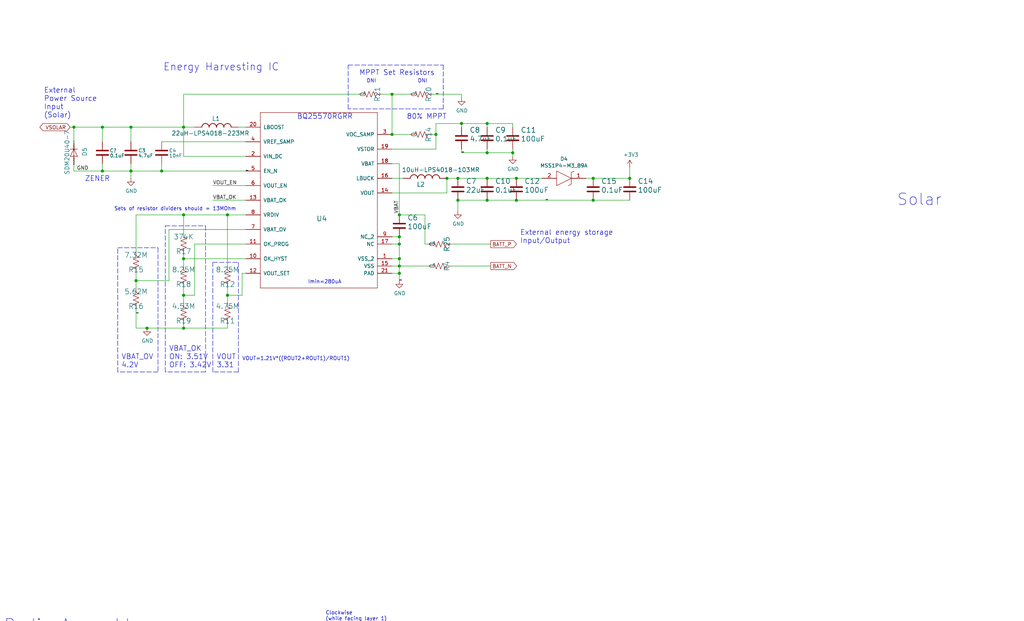
<source format=kicad_sch>
(kicad_sch (version 20211123) (generator eeschema)

  (uuid 8087f566-a94d-4bbc-985b-e49ee7762296)

  (paper "USLegal")

  (lib_symbols
    (symbol "Connector:TestPoint" (pin_numbers hide) (pin_names (offset 0.762) hide) (in_bom yes) (on_board yes)
      (property "Reference" "TP" (id 0) (at 0 6.858 0)
        (effects (font (size 1.27 1.27)))
      )
      (property "Value" "TestPoint" (id 1) (at 0 5.08 0)
        (effects (font (size 1.27 1.27)))
      )
      (property "Footprint" "" (id 2) (at 5.08 0 0)
        (effects (font (size 1.27 1.27)) hide)
      )
      (property "Datasheet" "~" (id 3) (at 5.08 0 0)
        (effects (font (size 1.27 1.27)) hide)
      )
      (property "ki_keywords" "test point tp" (id 4) (at 0 0 0)
        (effects (font (size 1.27 1.27)) hide)
      )
      (property "ki_description" "test point" (id 5) (at 0 0 0)
        (effects (font (size 1.27 1.27)) hide)
      )
      (property "ki_fp_filters" "Pin* Test*" (id 6) (at 0 0 0)
        (effects (font (size 1.27 1.27)) hide)
      )
      (symbol "TestPoint_0_1"
        (circle (center 0 3.302) (radius 0.762)
          (stroke (width 0) (type default) (color 0 0 0 0))
          (fill (type none))
        )
      )
      (symbol "TestPoint_1_1"
        (pin passive line (at 0 0 90) (length 2.54)
          (name "1" (effects (font (size 1.27 1.27))))
          (number "1" (effects (font (size 1.27 1.27))))
        )
      )
    )
    (symbol "Device:C" (pin_numbers hide) (pin_names (offset 0.254)) (in_bom yes) (on_board yes)
      (property "Reference" "C" (id 0) (at 0.635 2.54 0)
        (effects (font (size 1.27 1.27)) (justify left))
      )
      (property "Value" "C" (id 1) (at 0.635 -2.54 0)
        (effects (font (size 1.27 1.27)) (justify left))
      )
      (property "Footprint" "" (id 2) (at 0.9652 -3.81 0)
        (effects (font (size 1.27 1.27)) hide)
      )
      (property "Datasheet" "~" (id 3) (at 0 0 0)
        (effects (font (size 1.27 1.27)) hide)
      )
      (property "ki_keywords" "cap capacitor" (id 4) (at 0 0 0)
        (effects (font (size 1.27 1.27)) hide)
      )
      (property "ki_description" "Unpolarized capacitor" (id 5) (at 0 0 0)
        (effects (font (size 1.27 1.27)) hide)
      )
      (property "ki_fp_filters" "C_*" (id 6) (at 0 0 0)
        (effects (font (size 1.27 1.27)) hide)
      )
      (symbol "C_0_1"
        (polyline
          (pts
            (xy -2.032 -0.762)
            (xy 2.032 -0.762)
          )
          (stroke (width 0.508) (type default) (color 0 0 0 0))
          (fill (type none))
        )
        (polyline
          (pts
            (xy -2.032 0.762)
            (xy 2.032 0.762)
          )
          (stroke (width 0.508) (type default) (color 0 0 0 0))
          (fill (type none))
        )
      )
      (symbol "C_1_1"
        (pin passive line (at 0 3.81 270) (length 2.794)
          (name "~" (effects (font (size 1.27 1.27))))
          (number "1" (effects (font (size 1.27 1.27))))
        )
        (pin passive line (at 0 -3.81 90) (length 2.794)
          (name "~" (effects (font (size 1.27 1.27))))
          (number "2" (effects (font (size 1.27 1.27))))
        )
      )
    )
    (symbol "Device:Jumper" (pin_names (offset 0.762) hide) (in_bom yes) (on_board yes)
      (property "Reference" "JP" (id 0) (at 0 3.81 0)
        (effects (font (size 1.27 1.27)))
      )
      (property "Value" "Device_Jumper" (id 1) (at 0 -2.032 0)
        (effects (font (size 1.27 1.27)))
      )
      (property "Footprint" "" (id 2) (at 0 0 0)
        (effects (font (size 1.27 1.27)) hide)
      )
      (property "Datasheet" "" (id 3) (at 0 0 0)
        (effects (font (size 1.27 1.27)) hide)
      )
      (property "ki_fp_filters" "SolderJumper*" (id 4) (at 0 0 0)
        (effects (font (size 1.27 1.27)) hide)
      )
      (symbol "Jumper_0_1"
        (circle (center -2.54 0) (radius 0.889)
          (stroke (width 0) (type default) (color 0 0 0 0))
          (fill (type none))
        )
        (arc (start 2.5146 1.27) (mid 0.0127 2.5097) (end -2.4892 1.27)
          (stroke (width 0) (type default) (color 0 0 0 0))
          (fill (type none))
        )
        (circle (center 2.54 0) (radius 0.889)
          (stroke (width 0) (type default) (color 0 0 0 0))
          (fill (type none))
        )
        (pin passive line (at -7.62 0 0) (length 4.191)
          (name "1" (effects (font (size 1.27 1.27))))
          (number "1" (effects (font (size 1.27 1.27))))
        )
        (pin passive line (at 7.62 0 180) (length 4.191)
          (name "2" (effects (font (size 1.27 1.27))))
          (number "2" (effects (font (size 1.27 1.27))))
        )
      )
    )
    (symbol "Device:R_US" (pin_numbers hide) (pin_names (offset 0)) (in_bom yes) (on_board yes)
      (property "Reference" "R" (id 0) (at 2.54 0 90)
        (effects (font (size 1.27 1.27)))
      )
      (property "Value" "R_US" (id 1) (at -2.54 0 90)
        (effects (font (size 1.27 1.27)))
      )
      (property "Footprint" "" (id 2) (at 1.016 -0.254 90)
        (effects (font (size 1.27 1.27)) hide)
      )
      (property "Datasheet" "~" (id 3) (at 0 0 0)
        (effects (font (size 1.27 1.27)) hide)
      )
      (property "ki_keywords" "R res resistor" (id 4) (at 0 0 0)
        (effects (font (size 1.27 1.27)) hide)
      )
      (property "ki_description" "Resistor, US symbol" (id 5) (at 0 0 0)
        (effects (font (size 1.27 1.27)) hide)
      )
      (property "ki_fp_filters" "R_*" (id 6) (at 0 0 0)
        (effects (font (size 1.27 1.27)) hide)
      )
      (symbol "R_US_0_1"
        (polyline
          (pts
            (xy 0 -2.286)
            (xy 0 -2.54)
          )
          (stroke (width 0) (type default) (color 0 0 0 0))
          (fill (type none))
        )
        (polyline
          (pts
            (xy 0 2.286)
            (xy 0 2.54)
          )
          (stroke (width 0) (type default) (color 0 0 0 0))
          (fill (type none))
        )
        (polyline
          (pts
            (xy 0 -0.762)
            (xy 1.016 -1.143)
            (xy 0 -1.524)
            (xy -1.016 -1.905)
            (xy 0 -2.286)
          )
          (stroke (width 0) (type default) (color 0 0 0 0))
          (fill (type none))
        )
        (polyline
          (pts
            (xy 0 0.762)
            (xy 1.016 0.381)
            (xy 0 0)
            (xy -1.016 -0.381)
            (xy 0 -0.762)
          )
          (stroke (width 0) (type default) (color 0 0 0 0))
          (fill (type none))
        )
        (polyline
          (pts
            (xy 0 2.286)
            (xy 1.016 1.905)
            (xy 0 1.524)
            (xy -1.016 1.143)
            (xy 0 0.762)
          )
          (stroke (width 0) (type default) (color 0 0 0 0))
          (fill (type none))
        )
      )
      (symbol "R_US_1_1"
        (pin passive line (at 0 3.81 270) (length 1.27)
          (name "~" (effects (font (size 1.27 1.27))))
          (number "1" (effects (font (size 1.27 1.27))))
        )
        (pin passive line (at 0 -3.81 90) (length 1.27)
          (name "~" (effects (font (size 1.27 1.27))))
          (number "2" (effects (font (size 1.27 1.27))))
        )
      )
    )
    (symbol "Mechanical:MountingHole_Pad" (pin_numbers hide) (pin_names (offset 1.016) hide) (in_bom yes) (on_board yes)
      (property "Reference" "H" (id 0) (at 0 6.35 0)
        (effects (font (size 1.27 1.27)))
      )
      (property "Value" "MountingHole_Pad" (id 1) (at 0 4.445 0)
        (effects (font (size 1.27 1.27)))
      )
      (property "Footprint" "" (id 2) (at 0 0 0)
        (effects (font (size 1.27 1.27)) hide)
      )
      (property "Datasheet" "~" (id 3) (at 0 0 0)
        (effects (font (size 1.27 1.27)) hide)
      )
      (property "ki_keywords" "mounting hole" (id 4) (at 0 0 0)
        (effects (font (size 1.27 1.27)) hide)
      )
      (property "ki_description" "Mounting Hole with connection" (id 5) (at 0 0 0)
        (effects (font (size 1.27 1.27)) hide)
      )
      (property "ki_fp_filters" "MountingHole*Pad*" (id 6) (at 0 0 0)
        (effects (font (size 1.27 1.27)) hide)
      )
      (symbol "MountingHole_Pad_0_1"
        (circle (center 0 1.27) (radius 1.27)
          (stroke (width 1.27) (type default) (color 0 0 0 0))
          (fill (type none))
        )
      )
      (symbol "MountingHole_Pad_1_1"
        (pin input line (at 0 -2.54 90) (length 2.54)
          (name "1" (effects (font (size 1.27 1.27))))
          (number "1" (effects (font (size 1.27 1.27))))
        )
      )
    )
    (symbol "SolarCell+Y-rescue:IRLML2803TRPBF-mainboard-misc-circuits-rescue-SolarCellZ_v1-rescue" (pin_names (offset 1.016)) (in_bom yes) (on_board yes)
      (property "Reference" "Q" (id 0) (at -11.43 1.27 0)
        (effects (font (size 1.4986 1.4986)) (justify left top))
      )
      (property "Value" "IRLML2803TRPBF-mainboard-misc-circuits-rescue-SolarCellZ_v1-rescue" (id 1) (at -11.43 3.81 0)
        (effects (font (size 1.4986 1.4986)) (justify left top))
      )
      (property "Footprint" "" (id 2) (at 0 0 0)
        (effects (font (size 1.27 1.27)) hide)
      )
      (property "Datasheet" "" (id 3) (at 0 0 0)
        (effects (font (size 1.27 1.27)) hide)
      )
      (property "ki_locked" "" (id 4) (at 0 0 0)
        (effects (font (size 1.27 1.27)))
      )
      (symbol "IRLML2803TRPBF-mainboard-misc-circuits-rescue-SolarCellZ_v1-rescue_1_0"
        (polyline
          (pts
            (xy 0 2.54)
            (xy 0 -2.54)
          )
          (stroke (width 0) (type default) (color 0 0 0 0))
          (fill (type none))
        )
        (polyline
          (pts
            (xy 0.762 -2.54)
            (xy 0.762 -3.175)
          )
          (stroke (width 0) (type default) (color 0 0 0 0))
          (fill (type none))
        )
        (polyline
          (pts
            (xy 0.762 -1.905)
            (xy 0.762 -2.54)
          )
          (stroke (width 0) (type default) (color 0 0 0 0))
          (fill (type none))
        )
        (polyline
          (pts
            (xy 0.762 0)
            (xy 0.762 -0.762)
          )
          (stroke (width 0) (type default) (color 0 0 0 0))
          (fill (type none))
        )
        (polyline
          (pts
            (xy 0.762 0)
            (xy 2.54 0)
          )
          (stroke (width 0) (type default) (color 0 0 0 0))
          (fill (type none))
        )
        (polyline
          (pts
            (xy 0.762 0.762)
            (xy 0.762 0)
          )
          (stroke (width 0) (type default) (color 0 0 0 0))
          (fill (type none))
        )
        (polyline
          (pts
            (xy 0.762 2.54)
            (xy 0.762 1.905)
          )
          (stroke (width 0) (type default) (color 0 0 0 0))
          (fill (type none))
        )
        (polyline
          (pts
            (xy 0.762 2.54)
            (xy 3.81 2.54)
          )
          (stroke (width 0) (type default) (color 0 0 0 0))
          (fill (type none))
        )
        (polyline
          (pts
            (xy 0.762 3.175)
            (xy 0.762 2.54)
          )
          (stroke (width 0) (type default) (color 0 0 0 0))
          (fill (type none))
        )
        (polyline
          (pts
            (xy 2.54 -2.54)
            (xy 0.762 -2.54)
          )
          (stroke (width 0) (type default) (color 0 0 0 0))
          (fill (type none))
        )
        (polyline
          (pts
            (xy 2.54 -2.54)
            (xy 3.81 -2.54)
          )
          (stroke (width 0) (type default) (color 0 0 0 0))
          (fill (type none))
        )
        (polyline
          (pts
            (xy 2.54 0)
            (xy 2.54 -2.54)
          )
          (stroke (width 0) (type default) (color 0 0 0 0))
          (fill (type none))
        )
        (polyline
          (pts
            (xy 3.302 0.508)
            (xy 3.81 0.508)
          )
          (stroke (width 0) (type default) (color 0 0 0 0))
          (fill (type none))
        )
        (polyline
          (pts
            (xy 3.81 -0.508)
            (xy 3.81 -2.54)
          )
          (stroke (width 0) (type default) (color 0 0 0 0))
          (fill (type none))
        )
        (polyline
          (pts
            (xy 3.81 0.508)
            (xy 3.81 -0.508)
          )
          (stroke (width 0) (type default) (color 0 0 0 0))
          (fill (type none))
        )
        (polyline
          (pts
            (xy 3.81 0.508)
            (xy 4.318 0.508)
          )
          (stroke (width 0) (type default) (color 0 0 0 0))
          (fill (type none))
        )
        (polyline
          (pts
            (xy 3.81 2.54)
            (xy 3.81 0.508)
          )
          (stroke (width 0) (type default) (color 0 0 0 0))
          (fill (type none))
        )
        (polyline
          (pts
            (xy 1.016 0)
            (xy 2.032 0.508)
            (xy 2.032 -0.508)
          )
          (stroke (width 0) (type default) (color 0 0 0 0))
          (fill (type outline))
        )
        (polyline
          (pts
            (xy 3.81 0.508)
            (xy 3.302 -0.254)
            (xy 4.318 -0.254)
          )
          (stroke (width 0) (type default) (color 0 0 0 0))
          (fill (type outline))
        )
        (circle (center 2.54 -2.54) (radius 0.254)
          (stroke (width 0) (type default) (color 0 0 0 0))
          (fill (type none))
        )
        (circle (center 2.54 2.54) (radius 0.254)
          (stroke (width 0) (type default) (color 0 0 0 0))
          (fill (type none))
        )
        (pin passive line (at -2.54 -2.54 0) (length 2.54)
          (name "G" (effects (font (size 0 0))))
          (number "1" (effects (font (size 0 0))))
        )
        (pin passive line (at 2.54 -5.08 90) (length 2.54)
          (name "S" (effects (font (size 0 0))))
          (number "2" (effects (font (size 0 0))))
        )
        (pin passive line (at 2.54 5.08 270) (length 2.54)
          (name "D" (effects (font (size 0 0))))
          (number "3" (effects (font (size 0 0))))
        )
      )
    )
    (symbol "SolarCell+Y-rescue:MSS1P4-M3_89A-symbols" (pin_names (offset 0.762)) (in_bom yes) (on_board yes)
      (property "Reference" "D" (id 0) (at 10.16 8.89 0)
        (effects (font (size 1.27 1.27)) (justify left bottom))
      )
      (property "Value" "MSS1P4-M3_89A-symbols" (id 1) (at 10.16 6.35 0)
        (effects (font (size 1.27 1.27)) (justify left bottom))
      )
      (property "Footprint" "MICROSMP" (id 2) (at 10.16 3.81 0)
        (effects (font (size 1.27 1.27)) (justify left bottom) hide)
      )
      (property "Datasheet" "https://www.vishay.com/docs/89019/mss1p4.pdf" (id 3) (at 10.16 1.27 0)
        (effects (font (size 1.27 1.27)) (justify left bottom) hide)
      )
      (property "Description" "Vishay MSS1P4-M3/89A SMT Schottky Diode, 40V 1A, 2-Pin uSMP" (id 4) (at 10.16 -1.27 0)
        (effects (font (size 1.27 1.27)) (justify left bottom) hide)
      )
      (property "Manufacturer_Name" "Vishay" (id 5) (at 10.16 -6.35 0)
        (effects (font (size 1.27 1.27)) (justify left bottom) hide)
      )
      (property "Manufacturer_Part_Number" "MSS1P4-M3/89A" (id 6) (at 10.16 -8.89 0)
        (effects (font (size 1.27 1.27)) (justify left bottom) hide)
      )
      (property "Mouser Part Number" "625-MSS1P4-M3" (id 7) (at 10.16 -11.43 0)
        (effects (font (size 1.27 1.27)) (justify left bottom) hide)
      )
      (property "Mouser Price/Stock" "https://www.mouser.com/Search/Refine.aspx?Keyword=625-MSS1P4-M3" (id 8) (at 10.16 -13.97 0)
        (effects (font (size 1.27 1.27)) (justify left bottom) hide)
      )
      (property "RS Part Number" "7103068P" (id 9) (at 10.16 -16.51 0)
        (effects (font (size 1.27 1.27)) (justify left bottom) hide)
      )
      (property "RS Price/Stock" "http://uk.rs-online.com/web/p/products/7103068P" (id 10) (at 10.16 -19.05 0)
        (effects (font (size 1.27 1.27)) (justify left bottom) hide)
      )
      (property "Allied_Number" "70217632" (id 11) (at 10.16 -21.59 0)
        (effects (font (size 1.27 1.27)) (justify left bottom) hide)
      )
      (property "Allied Price/Stock" "https://www.alliedelec.com/general-semiconductor-vishay-mss1p4-m3-89a/70217632/" (id 12) (at 10.16 -24.13 0)
        (effects (font (size 1.27 1.27)) (justify left bottom) hide)
      )
      (symbol "MSS1P4-M3_89A-symbols_0_0"
        (pin unspecified line (at 0 0 0) (length 5.08)
          (name "~" (effects (font (size 1.27 1.27))))
          (number "1" (effects (font (size 1.27 1.27))))
        )
        (pin unspecified line (at 15.24 0 180) (length 5.08)
          (name "~" (effects (font (size 1.27 1.27))))
          (number "2" (effects (font (size 1.27 1.27))))
        )
      )
      (symbol "MSS1P4-M3_89A-symbols_0_1"
        (polyline
          (pts
            (xy 4.064 -2.54)
            (xy 5.08 -2.032)
          )
          (stroke (width 0.1524) (type default) (color 0 0 0 0))
          (fill (type none))
        )
        (polyline
          (pts
            (xy 5.08 2.032)
            (xy 5.08 -2.032)
          )
          (stroke (width 0.1524) (type default) (color 0 0 0 0))
          (fill (type none))
        )
        (polyline
          (pts
            (xy 5.08 2.032)
            (xy 6.096 2.54)
          )
          (stroke (width 0.1524) (type default) (color 0 0 0 0))
          (fill (type none))
        )
        (polyline
          (pts
            (xy 5.08 0)
            (xy 10.16 2.54)
            (xy 10.16 -2.54)
            (xy 5.08 0)
          )
          (stroke (width 0.1524) (type default) (color 0 0 0 0))
          (fill (type none))
        )
      )
    )
    (symbol "SolarCell+Y-rescue:NDS8434-symbols-misc-circuits-rescue-SolarCellZ_v1-rescue" (pin_names (offset 1.016)) (in_bom yes) (on_board yes)
      (property "Reference" "U" (id 0) (at 0 0 0)
        (effects (font (size 1.27 1.27)) (justify left bottom) hide)
      )
      (property "Value" "NDS8434-symbols-misc-circuits-rescue-SolarCellZ_v1-rescue" (id 1) (at 0 0 0)
        (effects (font (size 1.27 1.27)) (justify left bottom) hide)
      )
      (property "Footprint" "custom-footprints:NDS8434" (id 2) (at 0 0 0)
        (effects (font (size 1.27 1.27)) (justify left bottom) hide)
      )
      (property "Datasheet" "" (id 3) (at 0 0 0)
        (effects (font (size 1.27 1.27)) (justify left bottom) hide)
      )
      (property "Field4" "ON Semiconductor" (id 4) (at 0 0 0)
        (effects (font (size 1.27 1.27)) (justify left bottom) hide)
      )
      (property "Field7" "NDS8434" (id 5) (at 0 0 0)
        (effects (font (size 1.27 1.27)) (justify left bottom) hide)
      )
      (property "Field8" "SO-8 ON Semiconductor" (id 6) (at 0 0 0)
        (effects (font (size 1.27 1.27)) (justify left bottom) hide)
      )
      (symbol "NDS8434-symbols-misc-circuits-rescue-SolarCellZ_v1-rescue_0_0"
        (polyline
          (pts
            (xy -7.62 -10.16)
            (xy -7.62 10.16)
          )
          (stroke (width 0.254) (type default) (color 0 0 0 0))
          (fill (type none))
        )
        (polyline
          (pts
            (xy -7.62 10.16)
            (xy 7.62 10.16)
          )
          (stroke (width 0.254) (type default) (color 0 0 0 0))
          (fill (type none))
        )
        (polyline
          (pts
            (xy 7.62 -10.16)
            (xy -7.62 -10.16)
          )
          (stroke (width 0.254) (type default) (color 0 0 0 0))
          (fill (type none))
        )
        (polyline
          (pts
            (xy 7.62 10.16)
            (xy 7.62 -10.16)
          )
          (stroke (width 0.254) (type default) (color 0 0 0 0))
          (fill (type none))
        )
        (pin bidirectional line (at -12.7 7.62 0) (length 5.08)
          (name "Source" (effects (font (size 1.016 1.016))))
          (number "1" (effects (font (size 1.016 1.016))))
        )
        (pin bidirectional line (at -12.7 2.54 0) (length 5.08)
          (name "Source" (effects (font (size 1.016 1.016))))
          (number "2" (effects (font (size 1.016 1.016))))
        )
        (pin bidirectional line (at -12.7 -2.54 0) (length 5.08)
          (name "Source" (effects (font (size 1.016 1.016))))
          (number "3" (effects (font (size 1.016 1.016))))
        )
        (pin bidirectional line (at -12.7 -7.62 0) (length 5.08)
          (name "Gate" (effects (font (size 1.016 1.016))))
          (number "4" (effects (font (size 1.016 1.016))))
        )
        (pin bidirectional line (at 12.7 7.62 180) (length 5.08)
          (name "Drain" (effects (font (size 1.016 1.016))))
          (number "5" (effects (font (size 1.016 1.016))))
        )
        (pin bidirectional line (at 12.7 2.54 180) (length 5.08)
          (name "Drain" (effects (font (size 1.016 1.016))))
          (number "6" (effects (font (size 1.016 1.016))))
        )
        (pin bidirectional line (at 12.7 -7.62 180) (length 5.08)
          (name "Drain" (effects (font (size 1.016 1.016))))
          (number "7" (effects (font (size 1.016 1.016))))
        )
        (pin bidirectional line (at 12.7 -2.54 180) (length 5.08)
          (name "Drain" (effects (font (size 1.016 1.016))))
          (number "8" (effects (font (size 1.016 1.016))))
        )
      )
    )
    (symbol "SolarCell+Y-rescue:SBDiode-SolarCellParts" (pin_names (offset 0)) (in_bom yes) (on_board yes)
      (property "Reference" "D" (id 0) (at -1.524 3.048 0)
        (effects (font (size 1.27 1.27)))
      )
      (property "Value" "SBDiode-SolarCellParts" (id 1) (at -1.524 5.588 0)
        (effects (font (size 1.27 1.27)))
      )
      (property "Footprint" "SolarCellParts:SB Diode" (id 2) (at -3.048 8.382 0)
        (effects (font (size 1.27 1.27)) hide)
      )
      (property "Datasheet" "" (id 3) (at -1.524 3.048 0)
        (effects (font (size 1.27 1.27)) hide)
      )
      (symbol "SBDiode-SolarCellParts_0_1"
        (polyline
          (pts
            (xy -4.064 0)
            (xy -2.54 0)
          )
          (stroke (width 0) (type default) (color 0 0 0 0))
          (fill (type none))
        )
        (polyline
          (pts
            (xy 0 0)
            (xy 1.524 0)
          )
          (stroke (width 0) (type default) (color 0 0 0 0))
          (fill (type none))
        )
        (polyline
          (pts
            (xy -2.54 1.27)
            (xy -2.54 -1.27)
            (xy 0 0)
            (xy -2.54 1.27)
          )
          (stroke (width 0) (type default) (color 0 0 0 0))
          (fill (type none))
        )
        (polyline
          (pts
            (xy 0 0)
            (xy 0 -1.27)
            (xy -0.508 -1.27)
            (xy -0.508 -0.762)
          )
          (stroke (width 0) (type default) (color 0 0 0 0))
          (fill (type none))
        )
        (polyline
          (pts
            (xy 0 0)
            (xy 0 1.27)
            (xy 0.508 1.27)
            (xy 0.508 0.762)
          )
          (stroke (width 0) (type default) (color 0 0 0 0))
          (fill (type none))
        )
      )
      (symbol "SBDiode-SolarCellParts_1_1"
        (pin bidirectional line (at 4.064 0 180) (length 2.54)
          (name "NEG" (effects (font (size 1.27 1.27))))
          (number "1" (effects (font (size 1.27 1.27))))
        )
        (pin bidirectional line (at -6.604 0 0) (length 2.54)
          (name "POS" (effects (font (size 1.27 1.27))))
          (number "2" (effects (font (size 1.27 1.27))))
        )
      )
    )
    (symbol "SolarCell+Y-rescue:TSL2561-symbols" (pin_names (offset 0.762)) (in_bom yes) (on_board yes)
      (property "Reference" "U" (id 0) (at 29.21 7.62 0)
        (effects (font (size 1.27 1.27)) (justify left))
      )
      (property "Value" "TSL2561-symbols" (id 1) (at 29.21 5.08 0)
        (effects (font (size 1.27 1.27)) (justify left))
      )
      (property "Footprint" "custom-footprints:TSL2561" (id 2) (at 29.21 2.54 0)
        (effects (font (size 1.27 1.27)) (justify left) hide)
      )
      (property "Datasheet" "" (id 3) (at 29.21 0 0)
        (effects (font (size 1.27 1.27)) (justify left) hide)
      )
      (property "Description" "Light-to-Digital Converter" (id 4) (at 29.21 -2.54 0)
        (effects (font (size 1.27 1.27)) (justify left) hide)
      )
      (property "Height" "1.55" (id 5) (at 29.21 -5.08 0)
        (effects (font (size 1.27 1.27)) (justify left) hide)
      )
      (property "Manufacturer_Name" "ams" (id 6) (at 29.21 -7.62 0)
        (effects (font (size 1.27 1.27)) (justify left) hide)
      )
      (property "Manufacturer_Part_Number" "TSL2561" (id 7) (at 29.21 -10.16 0)
        (effects (font (size 1.27 1.27)) (justify left) hide)
      )
      (property "Mouser Part Number" "N/A" (id 8) (at 29.21 -12.7 0)
        (effects (font (size 1.27 1.27)) (justify left) hide)
      )
      (property "Mouser Price/Stock" "https://www.mouser.com/Search/Refine.aspx?Keyword=N%2FA" (id 9) (at 29.21 -15.24 0)
        (effects (font (size 1.27 1.27)) (justify left) hide)
      )
      (symbol "TSL2561-symbols_0_0"
        (pin unspecified line (at 0 0 0) (length 5.08)
          (name "VDD" (effects (font (size 1.27 1.27))))
          (number "1" (effects (font (size 1.27 1.27))))
        )
        (pin unspecified line (at 0 -2.54 0) (length 5.08)
          (name "ADDR_SEL" (effects (font (size 1.27 1.27))))
          (number "2" (effects (font (size 1.27 1.27))))
        )
        (pin unspecified line (at 0 -5.08 0) (length 5.08)
          (name "GND" (effects (font (size 1.27 1.27))))
          (number "3" (effects (font (size 1.27 1.27))))
        )
        (pin unspecified line (at 33.02 0 180) (length 5.08)
          (name "SCL" (effects (font (size 1.27 1.27))))
          (number "4" (effects (font (size 1.27 1.27))))
        )
        (pin unspecified line (at 33.02 -2.54 180) (length 5.08)
          (name "INT" (effects (font (size 1.27 1.27))))
          (number "5" (effects (font (size 1.27 1.27))))
        )
        (pin unspecified line (at 33.02 -5.08 180) (length 5.08)
          (name "SDA" (effects (font (size 1.27 1.27))))
          (number "6" (effects (font (size 1.27 1.27))))
        )
      )
      (symbol "TSL2561-symbols_0_1"
        (polyline
          (pts
            (xy 5.08 2.54)
            (xy 27.94 2.54)
            (xy 27.94 -7.62)
            (xy 5.08 -7.62)
            (xy 5.08 2.54)
          )
          (stroke (width 0.1524) (type default) (color 0 0 0 0))
          (fill (type none))
        )
      )
    )
    (symbol "SolarCell+Y-rescue:TTB12G51-Balun-symbols" (in_bom yes) (on_board yes)
      (property "Reference" "U" (id 0) (at 0 6.35 0)
        (effects (font (size 1.27 1.27)))
      )
      (property "Value" "TTB12G51-Balun-symbols" (id 1) (at 0 -7.62 0)
        (effects (font (size 1.27 1.27)))
      )
      (property "Footprint" "custom-footprints:2450FM07D0034T" (id 2) (at 2.794 -10.16 0)
        (effects (font (size 1.27 1.27)) hide)
      )
      (property "Datasheet" "" (id 3) (at 0 7.62 0)
        (effects (font (size 1.27 1.27)) hide)
      )
      (property "ki_fp_filters" "Balun*Johanson*5400BL15B050E*" (id 4) (at 0 0 0)
        (effects (font (size 1.27 1.27)) hide)
      )
      (symbol "TTB12G51-Balun-symbols_1_1"
        (arc (start -1.524 -3.048) (mid -0.762 -2.286) (end -1.524 -1.524)
          (stroke (width 0.2032) (type default) (color 0 0 0 0))
          (fill (type none))
        )
        (arc (start -1.524 -1.524) (mid -0.762 -0.762) (end -1.524 0)
          (stroke (width 0.2032) (type default) (color 0 0 0 0))
          (fill (type none))
        )
        (arc (start -1.524 0) (mid -0.762 0.762) (end -1.524 1.524)
          (stroke (width 0.2032) (type default) (color 0 0 0 0))
          (fill (type none))
        )
        (arc (start -1.524 1.524) (mid -0.762 2.286) (end -1.524 3.048)
          (stroke (width 0.2032) (type default) (color 0 0 0 0))
          (fill (type none))
        )
        (polyline
          (pts
            (xy -2.54 5.08)
            (xy -1.524 5.08)
            (xy -1.524 3.048)
          )
          (stroke (width 0.1524) (type default) (color 0 0 0 0))
          (fill (type none))
        )
        (polyline
          (pts
            (xy -1.524 -3.048)
            (xy -1.524 -5.08)
            (xy -2.54 -5.08)
          )
          (stroke (width 0.1524) (type default) (color 0 0 0 0))
          (fill (type none))
        )
        (polyline
          (pts
            (xy 1.524 3.048)
            (xy 1.524 5.08)
            (xy 2.54 5.08)
          )
          (stroke (width 0.1524) (type default) (color 0 0 0 0))
          (fill (type none))
        )
        (polyline
          (pts
            (xy 2.54 -5.08)
            (xy 1.524 -5.08)
            (xy 1.524 -3.048)
          )
          (stroke (width 0.1524) (type default) (color 0 0 0 0))
          (fill (type none))
        )
        (arc (start 1.524 -1.524) (mid 0.762 -2.286) (end 1.524 -3.048)
          (stroke (width 0.2032) (type default) (color 0 0 0 0))
          (fill (type none))
        )
        (arc (start 1.524 0) (mid 0.762 -0.762) (end 1.524 -1.524)
          (stroke (width 0.2032) (type default) (color 0 0 0 0))
          (fill (type none))
        )
        (arc (start 1.524 1.524) (mid 0.762 0.762) (end 1.524 0)
          (stroke (width 0.2032) (type default) (color 0 0 0 0))
          (fill (type none))
        )
        (arc (start 1.524 3.048) (mid 0.762 2.286) (end 1.524 1.524)
          (stroke (width 0.2032) (type default) (color 0 0 0 0))
          (fill (type none))
        )
        (pin passive line (at -5.08 5.08 0) (length 2.54)
          (name "~" (effects (font (size 1.27 1.27))))
          (number "1" (effects (font (size 1.27 1.27))))
        )
        (pin power_in line (at -2.54 -7.62 90) (length 2.54)
          (name "GND" (effects (font (size 1.27 1.27))))
          (number "2" (effects (font (size 1.27 1.27))))
        )
        (pin passive line (at 5.08 -5.08 180) (length 2.54)
          (name "~" (effects (font (size 1.27 1.27))))
          (number "3" (effects (font (size 1.27 1.27))))
        )
        (pin passive line (at 5.08 5.08 180) (length 2.54)
          (name "~" (effects (font (size 1.27 1.27))))
          (number "4" (effects (font (size 1.27 1.27))))
        )
        (pin passive line (at -2.54 -7.62 90) (length 2.54) hide
          (name "GND" (effects (font (size 1.27 1.27))))
          (number "5" (effects (font (size 1.27 1.27))))
        )
      )
    )
    (symbol "SolarCell+Y-rescue:U.FL-R-SMT-1-symbols" (pin_names (offset 0.762)) (in_bom yes) (on_board yes)
      (property "Reference" "J" (id 0) (at -7.62 11.43 0)
        (effects (font (size 1.27 1.27)) (justify left))
      )
      (property "Value" "U.FL-R-SMT-1-symbols" (id 1) (at -7.62 8.89 0)
        (effects (font (size 1.27 1.27)) (justify left))
      )
      (property "Footprint" "U.FL-R-SMT-1" (id 2) (at -7.62 6.35 0)
        (effects (font (size 1.27 1.27)) (justify left) hide)
      )
      (property "Datasheet" "https://www.hirose.co.jp/cataloge_hp/ed_UFL_20141014.pdf" (id 3) (at -7.62 3.81 0)
        (effects (font (size 1.27 1.27)) (justify left) hide)
      )
      (property "Manufacturer_Name" "Hirose" (id 4) (at -7.62 -3.81 0)
        (effects (font (size 1.27 1.27)) (justify left) hide)
      )
      (property "Manufacturer_Part_Number" "U.FL-R-SMT-1" (id 5) (at -7.62 -6.35 0)
        (effects (font (size 1.27 1.27)) (justify left) hide)
      )
      (symbol "U.FL-R-SMT-1-symbols_0_0"
        (pin unspecified line (at 2.54 -7.62 90) (length 5.08)
          (name "GND" (effects (font (size 1.27 1.27))))
          (number "1" (effects (font (size 1.27 1.27))))
        )
        (pin unspecified line (at 2.54 -7.62 90) (length 5.08) hide
          (name "2" (effects (font (size 1.27 1.27))))
          (number "2" (effects (font (size 1.27 1.27))))
        )
        (pin unspecified line (at -10.16 0 0) (length 5.08)
          (name "ANT" (effects (font (size 1.27 1.27))))
          (number "3" (effects (font (size 1.27 1.27))))
        )
      )
      (symbol "U.FL-R-SMT-1-symbols_0_1"
        (polyline
          (pts
            (xy -5.08 2.54)
            (xy 5.08 2.54)
            (xy 5.08 -2.54)
            (xy -5.08 -2.54)
            (xy -5.08 2.54)
          )
          (stroke (width 0.1524) (type default) (color 0 0 0 0))
          (fill (type none))
        )
      )
    )
    (symbol "SolarCell+Y-rescue:symbols_XF2M-1015-1A-misc-circuits-cache" (pin_names (offset 0.762)) (in_bom yes) (on_board yes)
      (property "Reference" "J" (id 0) (at 19.05 7.62 0)
        (effects (font (size 1.27 1.27)) (justify left))
      )
      (property "Value" "symbols_XF2M-1015-1A-misc-circuits-cache" (id 1) (at 19.05 5.08 0)
        (effects (font (size 1.27 1.27)) (justify left))
      )
      (property "Footprint" "XF2M-1015-1A" (id 2) (at 19.05 2.54 0)
        (effects (font (size 1.27 1.27)) (justify left) hide)
      )
      (property "Datasheet" "https://componentsearchengine.com/Datasheets/3/XF2M-1015-1A.pdf" (id 3) (at 19.05 0 0)
        (effects (font (size 1.27 1.27)) (justify left) hide)
      )
      (property "Description" "0.5mm Rotary backlock 10 way Omron XF2M Series 0.5mm Pitch 10 Way Right Angle SMT Female FPC Connector Locking Mechanism, Top and Bottom Contact" (id 4) (at 19.05 -2.54 0)
        (effects (font (size 1.27 1.27)) (justify left) hide)
      )
      (property "Manufacturer_Name" "Omron Electronics" (id 5) (at 19.05 -7.62 0)
        (effects (font (size 1.27 1.27)) (justify left) hide)
      )
      (property "Manufacturer_Part_Number" "XF2M-1015-1A" (id 6) (at 19.05 -10.16 0)
        (effects (font (size 1.27 1.27)) (justify left) hide)
      )
      (property "Mouser Part Number" "653-XF2M-1015-1A" (id 7) (at 19.05 -12.7 0)
        (effects (font (size 1.27 1.27)) (justify left) hide)
      )
      (property "Mouser Price/Stock" "https://www.mouser.com/Search/Refine.aspx?Keyword=653-XF2M-1015-1A" (id 8) (at 19.05 -15.24 0)
        (effects (font (size 1.27 1.27)) (justify left) hide)
      )
      (property "RS Part Number" "7315772P" (id 9) (at 19.05 -17.78 0)
        (effects (font (size 1.27 1.27)) (justify left) hide)
      )
      (property "RS Price/Stock" "http://uk.rs-online.com/web/p/products/7315772P" (id 10) (at 19.05 -20.32 0)
        (effects (font (size 1.27 1.27)) (justify left) hide)
      )
      (property "Allied_Number" "70667825" (id 11) (at 19.05 -22.86 0)
        (effects (font (size 1.27 1.27)) (justify left) hide)
      )
      (property "Allied Price/Stock" "https://www.alliedelec.com/omron-electronic-components-xf2m-1015-1a/70667825/" (id 12) (at 19.05 -25.4 0)
        (effects (font (size 1.27 1.27)) (justify left) hide)
      )
      (symbol "symbols_XF2M-1015-1A-misc-circuits-cache_0_0"
        (pin bidirectional line (at 0 0 0) (length 5.08)
          (name "1" (effects (font (size 1.27 1.27))))
          (number "1" (effects (font (size 1.27 1.27))))
        )
        (pin bidirectional line (at 22.86 -10.16 180) (length 5.08)
          (name "10" (effects (font (size 1.27 1.27))))
          (number "10" (effects (font (size 1.27 1.27))))
        )
        (pin bidirectional line (at 22.86 0 180) (length 5.08)
          (name "2" (effects (font (size 1.27 1.27))))
          (number "2" (effects (font (size 1.27 1.27))))
        )
        (pin bidirectional line (at 0 -2.54 0) (length 5.08)
          (name "3" (effects (font (size 1.27 1.27))))
          (number "3" (effects (font (size 1.27 1.27))))
        )
        (pin bidirectional line (at 22.86 -2.54 180) (length 5.08)
          (name "4" (effects (font (size 1.27 1.27))))
          (number "4" (effects (font (size 1.27 1.27))))
        )
        (pin bidirectional line (at 0 -5.08 0) (length 5.08)
          (name "5" (effects (font (size 1.27 1.27))))
          (number "5" (effects (font (size 1.27 1.27))))
        )
        (pin bidirectional line (at 22.86 -5.08 180) (length 5.08)
          (name "6" (effects (font (size 1.27 1.27))))
          (number "6" (effects (font (size 1.27 1.27))))
        )
        (pin bidirectional line (at 0 -7.62 0) (length 5.08)
          (name "7" (effects (font (size 1.27 1.27))))
          (number "7" (effects (font (size 1.27 1.27))))
        )
        (pin bidirectional line (at 22.86 -7.62 180) (length 5.08)
          (name "8" (effects (font (size 1.27 1.27))))
          (number "8" (effects (font (size 1.27 1.27))))
        )
        (pin bidirectional line (at 0 -10.16 0) (length 5.08)
          (name "9" (effects (font (size 1.27 1.27))))
          (number "9" (effects (font (size 1.27 1.27))))
        )
      )
      (symbol "symbols_XF2M-1015-1A-misc-circuits-cache_0_1"
        (polyline
          (pts
            (xy 5.08 2.54)
            (xy 17.78 2.54)
            (xy 17.78 -12.7)
            (xy 5.08 -12.7)
            (xy 5.08 2.54)
          )
          (stroke (width 0.1524) (type default) (color 0 0 0 0))
          (fill (type none))
        )
      )
    )
    (symbol "SolarCellParts:SolarCell_Small" (pin_names (offset 1.016)) (in_bom yes) (on_board yes)
      (property "Reference" "SC" (id 0) (at 0 -1.27 0)
        (effects (font (size 1.27 1.27)))
      )
      (property "Value" "SolarCell_Small" (id 1) (at 0 1.27 0)
        (effects (font (size 1.27 1.27)))
      )
      (property "Footprint" "SolarCellParts:KXOB25-05X3F" (id 2) (at 0 6.35 0)
        (effects (font (size 1.27 1.27)) hide)
      )
      (property "Datasheet" "" (id 3) (at 5.08 0 90)
        (effects (font (size 1.27 1.27)) hide)
      )
      (symbol "SolarCell_Small_0_1"
        (rectangle (start -13.97 -5.08) (end 13.97 5.08)
          (stroke (width 0) (type default) (color 0 0 0 0))
          (fill (type none))
        )
      )
      (symbol "SolarCell_Small_1_1"
        (pin bidirectional line (at -16.51 0 0) (length 2.54)
          (name "V+" (effects (font (size 1.27 1.27))))
          (number "1" (effects (font (size 1.27 1.27))))
        )
        (pin bidirectional line (at 16.51 0 180) (length 2.54)
          (name "V-" (effects (font (size 1.27 1.27))))
          (number "2" (effects (font (size 1.27 1.27))))
        )
      )
    )
    (symbol "SolarCellX_v3-rescue:BQ25570RGRR-misc-circuits-cache-misc-circuits-rescue" (pin_names (offset 1.016)) (in_bom yes) (on_board yes)
      (property "Reference" "U" (id 0) (at -4.7244 1.4986 0)
        (effects (font (size 1.7526 1.7526)) (justify left bottom))
      )
      (property "Value" "SolarCellX_v3-rescue_BQ25570RGRR-misc-circuits-cache-misc-circuits-rescue" (id 1) (at -5.3594 -1.0414 0)
        (effects (font (size 1.7526 1.7526)) (justify left bottom))
      )
      (property "Footprint" "" (id 2) (at 0 0 0)
        (effects (font (size 1.27 1.27)) hide)
      )
      (property "Datasheet" "" (id 3) (at 0 0 0)
        (effects (font (size 1.27 1.27)) hide)
      )
      (property "ki_locked" "" (id 4) (at 0 0 0)
        (effects (font (size 1.27 1.27)))
      )
      (symbol "BQ25570RGRR-misc-circuits-cache-misc-circuits-rescue_1_0"
        (polyline
          (pts
            (xy -20.32 -30.48)
            (xy 20.32 -30.48)
          )
          (stroke (width 0) (type default) (color 0 0 0 0))
          (fill (type none))
        )
        (polyline
          (pts
            (xy -20.32 30.48)
            (xy -20.32 -30.48)
          )
          (stroke (width 0) (type default) (color 0 0 0 0))
          (fill (type none))
        )
        (polyline
          (pts
            (xy 20.32 -30.48)
            (xy 20.32 30.48)
          )
          (stroke (width 0) (type default) (color 0 0 0 0))
          (fill (type none))
        )
        (polyline
          (pts
            (xy 20.32 30.48)
            (xy -20.32 30.48)
          )
          (stroke (width 0) (type default) (color 0 0 0 0))
          (fill (type none))
        )
        (pin power_in line (at 25.4 -20.32 180) (length 5.08)
          (name "VSS_2" (effects (font (size 1.27 1.27))))
          (number "1" (effects (font (size 1.27 1.27))))
        )
        (pin input line (at -25.4 -20.32 0) (length 5.08)
          (name "OK_HYST" (effects (font (size 1.27 1.27))))
          (number "10" (effects (font (size 1.27 1.27))))
        )
        (pin input line (at -25.4 -15.24 0) (length 5.08)
          (name "OK_PROG" (effects (font (size 1.27 1.27))))
          (number "11" (effects (font (size 1.27 1.27))))
        )
        (pin input line (at -25.4 -25.4 0) (length 5.08)
          (name "VOUT_SET" (effects (font (size 1.27 1.27))))
          (number "12" (effects (font (size 1.27 1.27))))
        )
        (pin output line (at -25.4 0 0) (length 5.08)
          (name "VBAT_OK" (effects (font (size 1.27 1.27))))
          (number "13" (effects (font (size 1.27 1.27))))
        )
        (pin power_in line (at 25.4 2.54 180) (length 5.08)
          (name "VOUT" (effects (font (size 1.27 1.27))))
          (number "14" (effects (font (size 1.27 1.27))))
        )
        (pin power_in line (at 25.4 -22.86 180) (length 5.08)
          (name "VSS" (effects (font (size 1.27 1.27))))
          (number "15" (effects (font (size 1.27 1.27))))
        )
        (pin passive line (at 25.4 7.62 180) (length 5.08)
          (name "LBUCK" (effects (font (size 1.27 1.27))))
          (number "16" (effects (font (size 1.27 1.27))))
        )
        (pin passive line (at 25.4 -15.24 180) (length 5.08)
          (name "NC" (effects (font (size 1.27 1.27))))
          (number "17" (effects (font (size 1.27 1.27))))
        )
        (pin bidirectional line (at 25.4 12.7 180) (length 5.08)
          (name "VBAT" (effects (font (size 1.27 1.27))))
          (number "18" (effects (font (size 1.27 1.27))))
        )
        (pin power_in line (at 25.4 17.78 180) (length 5.08)
          (name "VSTOR" (effects (font (size 1.27 1.27))))
          (number "19" (effects (font (size 1.27 1.27))))
        )
        (pin power_in line (at -25.4 15.24 0) (length 5.08)
          (name "VIN_DC" (effects (font (size 1.27 1.27))))
          (number "2" (effects (font (size 1.27 1.27))))
        )
        (pin input line (at -25.4 25.4 0) (length 5.08)
          (name "LBOOST" (effects (font (size 1.27 1.27))))
          (number "20" (effects (font (size 1.27 1.27))))
        )
        (pin power_in line (at 25.4 -25.4 180) (length 5.08)
          (name "PAD" (effects (font (size 1.27 1.27))))
          (number "21" (effects (font (size 1.27 1.27))))
        )
        (pin input line (at 25.4 22.86 180) (length 5.08)
          (name "VOC_SAMP" (effects (font (size 1.27 1.27))))
          (number "3" (effects (font (size 1.27 1.27))))
        )
        (pin input line (at -25.4 20.32 0) (length 5.08)
          (name "VREF_SAMP" (effects (font (size 1.27 1.27))))
          (number "4" (effects (font (size 1.27 1.27))))
        )
        (pin input line (at -25.4 10.16 0) (length 5.08)
          (name "EN_N" (effects (font (size 1.27 1.27))))
          (number "5" (effects (font (size 1.27 1.27))))
        )
        (pin input line (at -25.4 5.08 0) (length 5.08)
          (name "VOUT_EN" (effects (font (size 1.27 1.27))))
          (number "6" (effects (font (size 1.27 1.27))))
        )
        (pin input line (at -25.4 -10.16 0) (length 5.08)
          (name "VBAT_OV" (effects (font (size 1.27 1.27))))
          (number "7" (effects (font (size 1.27 1.27))))
        )
        (pin output line (at -25.4 -5.08 0) (length 5.08)
          (name "VRDIV" (effects (font (size 1.27 1.27))))
          (number "8" (effects (font (size 1.27 1.27))))
        )
        (pin power_in line (at 25.4 -12.7 180) (length 5.08)
          (name "NC_2" (effects (font (size 1.27 1.27))))
          (number "9" (effects (font (size 1.27 1.27))))
        )
      )
    )
    (symbol "SolarCellX_v3-rescue:COILCRAFT-LPS4018-misc-circuits-cache-misc-circuits-rescue" (pin_names (offset 1.016)) (in_bom yes) (on_board yes)
      (property "Reference" "L" (id 0) (at -1.27 -5.08 90)
        (effects (font (size 1.4986 1.4986)) (justify left bottom))
      )
      (property "Value" "SolarCellX_v3-rescue_COILCRAFT-LPS4018-misc-circuits-cache-misc-circuits-rescue" (id 1) (at 3.81 -5.08 90)
        (effects (font (size 1.4986 1.4986)) (justify left bottom))
      )
      (property "Footprint" "" (id 2) (at 0 0 0)
        (effects (font (size 1.27 1.27)) hide)
      )
      (property "Datasheet" "" (id 3) (at 0 0 0)
        (effects (font (size 1.27 1.27)) hide)
      )
      (property "ki_locked" "" (id 4) (at 0 0 0)
        (effects (font (size 1.27 1.27)))
      )
      (symbol "COILCRAFT-LPS4018-misc-circuits-cache-misc-circuits-rescue_1_0"
        (arc (start 0 -5.08) (mid 0.898 -4.708) (end 1.27 -3.81)
          (stroke (width 0.254) (type default) (color 0 0 0 0))
          (fill (type none))
        )
        (arc (start 0 -2.54) (mid 0.898 -2.168) (end 1.27 -1.27)
          (stroke (width 0.254) (type default) (color 0 0 0 0))
          (fill (type none))
        )
        (arc (start 0 0) (mid 0.898 0.372) (end 1.27 1.27)
          (stroke (width 0.254) (type default) (color 0 0 0 0))
          (fill (type none))
        )
        (arc (start 0 2.54) (mid 0.898 2.912) (end 1.27 3.81)
          (stroke (width 0.254) (type default) (color 0 0 0 0))
          (fill (type none))
        )
        (arc (start 1.27 -3.81) (mid 0.898 -2.912) (end 0 -2.54)
          (stroke (width 0.254) (type default) (color 0 0 0 0))
          (fill (type none))
        )
        (arc (start 1.27 -1.27) (mid 0.898 -0.372) (end 0 0)
          (stroke (width 0.254) (type default) (color 0 0 0 0))
          (fill (type none))
        )
        (arc (start 1.27 1.27) (mid 0.898 2.168) (end 0 2.54)
          (stroke (width 0.254) (type default) (color 0 0 0 0))
          (fill (type none))
        )
        (arc (start 1.27 3.81) (mid 0.898 4.708) (end 0 5.08)
          (stroke (width 0.254) (type default) (color 0 0 0 0))
          (fill (type none))
        )
        (pin passive line (at 0 7.62 270) (length 2.54)
          (name "1" (effects (font (size 0 0))))
          (number "1" (effects (font (size 0 0))))
        )
        (pin passive line (at 0 -7.62 90) (length 2.54)
          (name "2" (effects (font (size 0 0))))
          (number "2" (effects (font (size 0 0))))
        )
      )
    )
    (symbol "SolarCellX_v3-rescue:DIODE-SOD523-misc-circuits-cache-misc-circuits-rescue" (pin_names (offset 1.016)) (in_bom yes) (on_board yes)
      (property "Reference" "D" (id 0) (at 2.54 0.4826 0)
        (effects (font (size 1.4986 1.4986)) (justify left bottom))
      )
      (property "Value" "SolarCellX_v3-rescue_DIODE-SOD523-misc-circuits-cache-misc-circuits-rescue" (id 1) (at 2.54 -2.3114 0)
        (effects (font (size 1.4986 1.4986)) (justify left bottom))
      )
      (property "Footprint" "" (id 2) (at 0 0 0)
        (effects (font (size 1.27 1.27)) hide)
      )
      (property "Datasheet" "" (id 3) (at 0 0 0)
        (effects (font (size 1.27 1.27)) hide)
      )
      (property "ki_locked" "" (id 4) (at 0 0 0)
        (effects (font (size 1.27 1.27)))
      )
      (symbol "DIODE-SOD523-misc-circuits-cache-misc-circuits-rescue_1_0"
        (polyline
          (pts
            (xy -1.27 -1.27)
            (xy 1.27 0)
          )
          (stroke (width 0) (type default) (color 0 0 0 0))
          (fill (type none))
        )
        (polyline
          (pts
            (xy -1.27 1.27)
            (xy -1.27 -1.27)
          )
          (stroke (width 0) (type default) (color 0 0 0 0))
          (fill (type none))
        )
        (polyline
          (pts
            (xy 1.27 0)
            (xy -1.27 1.27)
          )
          (stroke (width 0) (type default) (color 0 0 0 0))
          (fill (type none))
        )
        (polyline
          (pts
            (xy 1.27 0)
            (xy 1.27 -1.27)
          )
          (stroke (width 0) (type default) (color 0 0 0 0))
          (fill (type none))
        )
        (polyline
          (pts
            (xy 1.27 1.27)
            (xy 1.27 0)
          )
          (stroke (width 0) (type default) (color 0 0 0 0))
          (fill (type none))
        )
        (text "SpiceOrder 1" (at -2.54 0 0)
          (effects (font (size 0.3302 0.3302)))
        )
        (text "SpiceOrder 2" (at 2.54 0 0)
          (effects (font (size 0.3302 0.3302)))
        )
        (pin passive line (at -2.54 0 0) (length 2.54)
          (name "A" (effects (font (size 0 0))))
          (number "A" (effects (font (size 0 0))))
        )
        (pin passive line (at 2.54 0 180) (length 2.54)
          (name "C" (effects (font (size 0 0))))
          (number "C" (effects (font (size 0 0))))
        )
      )
    )
    (symbol "SolarCellX_v3-rescue:MSS1P4-M3_89A-symbols" (pin_names (offset 0.762)) (in_bom yes) (on_board yes)
      (property "Reference" "D" (id 0) (at 10.16 8.89 0)
        (effects (font (size 1.27 1.27)) (justify left bottom))
      )
      (property "Value" "SolarCellX_v3-rescue_MSS1P4-M3_89A-symbols" (id 1) (at 10.16 6.35 0)
        (effects (font (size 1.27 1.27)) (justify left bottom))
      )
      (property "Footprint" "MICROSMP" (id 2) (at 10.16 3.81 0)
        (effects (font (size 1.27 1.27)) (justify left bottom) hide)
      )
      (property "Datasheet" "https://www.vishay.com/docs/89019/mss1p4.pdf" (id 3) (at 10.16 1.27 0)
        (effects (font (size 1.27 1.27)) (justify left bottom) hide)
      )
      (property "Description" "Vishay MSS1P4-M3/89A SMT Schottky Diode, 40V 1A, 2-Pin uSMP" (id 4) (at 10.16 -1.27 0)
        (effects (font (size 1.27 1.27)) (justify left bottom) hide)
      )
      (property "Manufacturer_Name" "Vishay" (id 5) (at 10.16 -6.35 0)
        (effects (font (size 1.27 1.27)) (justify left bottom) hide)
      )
      (property "Manufacturer_Part_Number" "MSS1P4-M3/89A" (id 6) (at 10.16 -8.89 0)
        (effects (font (size 1.27 1.27)) (justify left bottom) hide)
      )
      (property "Mouser Part Number" "625-MSS1P4-M3" (id 7) (at 10.16 -11.43 0)
        (effects (font (size 1.27 1.27)) (justify left bottom) hide)
      )
      (property "Mouser Price/Stock" "https://www.mouser.com/Search/Refine.aspx?Keyword=625-MSS1P4-M3" (id 8) (at 10.16 -13.97 0)
        (effects (font (size 1.27 1.27)) (justify left bottom) hide)
      )
      (property "RS Part Number" "7103068P" (id 9) (at 10.16 -16.51 0)
        (effects (font (size 1.27 1.27)) (justify left bottom) hide)
      )
      (property "RS Price/Stock" "http://uk.rs-online.com/web/p/products/7103068P" (id 10) (at 10.16 -19.05 0)
        (effects (font (size 1.27 1.27)) (justify left bottom) hide)
      )
      (property "Allied_Number" "70217632" (id 11) (at 10.16 -21.59 0)
        (effects (font (size 1.27 1.27)) (justify left bottom) hide)
      )
      (property "Allied Price/Stock" "https://www.alliedelec.com/general-semiconductor-vishay-mss1p4-m3-89a/70217632/" (id 12) (at 10.16 -24.13 0)
        (effects (font (size 1.27 1.27)) (justify left bottom) hide)
      )
      (symbol "MSS1P4-M3_89A-symbols_0_0"
        (pin unspecified line (at 0 0 0) (length 5.08)
          (name "~" (effects (font (size 1.27 1.27))))
          (number "1" (effects (font (size 1.27 1.27))))
        )
        (pin unspecified line (at 15.24 0 180) (length 5.08)
          (name "~" (effects (font (size 1.27 1.27))))
          (number "2" (effects (font (size 1.27 1.27))))
        )
      )
      (symbol "MSS1P4-M3_89A-symbols_0_1"
        (polyline
          (pts
            (xy 4.064 -2.54)
            (xy 5.08 -2.032)
          )
          (stroke (width 0.1524) (type default) (color 0 0 0 0))
          (fill (type none))
        )
        (polyline
          (pts
            (xy 5.08 2.032)
            (xy 5.08 -2.032)
          )
          (stroke (width 0.1524) (type default) (color 0 0 0 0))
          (fill (type none))
        )
        (polyline
          (pts
            (xy 5.08 2.032)
            (xy 6.096 2.54)
          )
          (stroke (width 0.1524) (type default) (color 0 0 0 0))
          (fill (type none))
        )
        (polyline
          (pts
            (xy 5.08 0)
            (xy 10.16 2.54)
            (xy 10.16 -2.54)
            (xy 5.08 0)
          )
          (stroke (width 0.1524) (type default) (color 0 0 0 0))
          (fill (type none))
        )
      )
    )
    (symbol "power:+3.3V" (power) (pin_names (offset 0)) (in_bom yes) (on_board yes)
      (property "Reference" "#PWR" (id 0) (at 0 -3.81 0)
        (effects (font (size 1.27 1.27)) hide)
      )
      (property "Value" "+3.3V" (id 1) (at 0 3.556 0)
        (effects (font (size 1.27 1.27)))
      )
      (property "Footprint" "" (id 2) (at 0 0 0)
        (effects (font (size 1.27 1.27)) hide)
      )
      (property "Datasheet" "" (id 3) (at 0 0 0)
        (effects (font (size 1.27 1.27)) hide)
      )
      (property "ki_keywords" "power-flag" (id 4) (at 0 0 0)
        (effects (font (size 1.27 1.27)) hide)
      )
      (property "ki_description" "Power symbol creates a global label with name \"+3.3V\"" (id 5) (at 0 0 0)
        (effects (font (size 1.27 1.27)) hide)
      )
      (symbol "+3.3V_0_1"
        (polyline
          (pts
            (xy -0.762 1.27)
            (xy 0 2.54)
          )
          (stroke (width 0) (type default) (color 0 0 0 0))
          (fill (type none))
        )
        (polyline
          (pts
            (xy 0 0)
            (xy 0 2.54)
          )
          (stroke (width 0) (type default) (color 0 0 0 0))
          (fill (type none))
        )
        (polyline
          (pts
            (xy 0 2.54)
            (xy 0.762 1.27)
          )
          (stroke (width 0) (type default) (color 0 0 0 0))
          (fill (type none))
        )
      )
      (symbol "+3.3V_1_1"
        (pin power_in line (at 0 0 90) (length 0) hide
          (name "+3V3" (effects (font (size 1.27 1.27))))
          (number "1" (effects (font (size 1.27 1.27))))
        )
      )
    )
    (symbol "power:+3V3" (power) (pin_names (offset 0)) (in_bom yes) (on_board yes)
      (property "Reference" "#PWR" (id 0) (at 0 -3.81 0)
        (effects (font (size 1.27 1.27)) hide)
      )
      (property "Value" "+3V3" (id 1) (at 0 3.556 0)
        (effects (font (size 1.27 1.27)))
      )
      (property "Footprint" "" (id 2) (at 0 0 0)
        (effects (font (size 1.27 1.27)) hide)
      )
      (property "Datasheet" "" (id 3) (at 0 0 0)
        (effects (font (size 1.27 1.27)) hide)
      )
      (property "ki_keywords" "power-flag" (id 4) (at 0 0 0)
        (effects (font (size 1.27 1.27)) hide)
      )
      (property "ki_description" "Power symbol creates a global label with name \"+3V3\"" (id 5) (at 0 0 0)
        (effects (font (size 1.27 1.27)) hide)
      )
      (symbol "+3V3_0_1"
        (polyline
          (pts
            (xy -0.762 1.27)
            (xy 0 2.54)
          )
          (stroke (width 0) (type default) (color 0 0 0 0))
          (fill (type none))
        )
        (polyline
          (pts
            (xy 0 0)
            (xy 0 2.54)
          )
          (stroke (width 0) (type default) (color 0 0 0 0))
          (fill (type none))
        )
        (polyline
          (pts
            (xy 0 2.54)
            (xy 0.762 1.27)
          )
          (stroke (width 0) (type default) (color 0 0 0 0))
          (fill (type none))
        )
      )
      (symbol "+3V3_1_1"
        (pin power_in line (at 0 0 90) (length 0) hide
          (name "+3V3" (effects (font (size 1.27 1.27))))
          (number "1" (effects (font (size 1.27 1.27))))
        )
      )
    )
    (symbol "power:GND" (power) (pin_names (offset 0)) (in_bom yes) (on_board yes)
      (property "Reference" "#PWR" (id 0) (at 0 -6.35 0)
        (effects (font (size 1.27 1.27)) hide)
      )
      (property "Value" "GND" (id 1) (at 0 -3.81 0)
        (effects (font (size 1.27 1.27)))
      )
      (property "Footprint" "" (id 2) (at 0 0 0)
        (effects (font (size 1.27 1.27)) hide)
      )
      (property "Datasheet" "" (id 3) (at 0 0 0)
        (effects (font (size 1.27 1.27)) hide)
      )
      (property "ki_keywords" "power-flag" (id 4) (at 0 0 0)
        (effects (font (size 1.27 1.27)) hide)
      )
      (property "ki_description" "Power symbol creates a global label with name \"GND\" , ground" (id 5) (at 0 0 0)
        (effects (font (size 1.27 1.27)) hide)
      )
      (symbol "GND_0_1"
        (polyline
          (pts
            (xy 0 0)
            (xy 0 -1.27)
            (xy 1.27 -1.27)
            (xy 0 -2.54)
            (xy -1.27 -1.27)
            (xy 0 -1.27)
          )
          (stroke (width 0) (type default) (color 0 0 0 0))
          (fill (type none))
        )
      )
      (symbol "GND_1_1"
        (pin power_in line (at 0 0 270) (length 0) hide
          (name "GND" (effects (font (size 1.27 1.27))))
          (number "1" (effects (font (size 1.27 1.27))))
        )
      )
    )
  )

  (junction (at 480.06 106.934) (diameter 0) (color 0 0 0 0)
    (uuid 065b9982-55f2-4822-977e-07e8a06e7b35)
  )
  (junction (at 51.054 114.046) (diameter 0) (color 0 0 0 0)
    (uuid 0cbeb329-a88d-4a47-a5c2-a1d693de2f8c)
  )
  (junction (at 138.684 74.676) (diameter 0) (color 0 0 0 0)
    (uuid 0cc1eb30-bed0-4787-93b9-51897aa514ac)
  )
  (junction (at 63.754 74.676) (diameter 0) (color 0 0 0 0)
    (uuid 0dfdfa9f-1e3f-4e14-b64b-12bde76a80c7)
  )
  (junction (at 158.75 247.65) (diameter 0) (color 0 0 0 0)
    (uuid 1199146e-a60b-416a-b503-e77d6d2892f9)
  )
  (junction (at 138.684 84.836) (diameter 0) (color 0 0 0 0)
    (uuid 1241b7f2-e266-4f5c-8a97-9f0f9d0eef37)
  )
  (junction (at 45.466 44.196) (diameter 0) (color 0 0 0 0)
    (uuid 15a82541-58d8-45b5-99c5-fb52e017e3ea)
  )
  (junction (at 35.56 59.436) (diameter 0) (color 0 0 0 0)
    (uuid 17345f9a-6de2-4d78-9921-32ee74372522)
  )
  (junction (at 78.994 102.616) (diameter 0) (color 0 0 0 0)
    (uuid 1dfbf353-5b24-4c0f-8322-8fcd514ae75e)
  )
  (junction (at 138.684 82.296) (diameter 0) (color 0 0 0 0)
    (uuid 2000cd04-3809-4bde-89f0-8096e6bd16ee)
  )
  (junction (at 63.754 114.046) (diameter 0) (color 0 0 0 0)
    (uuid 21cc386c-e58f-40b7-89b3-4f78b1b97fff)
  )
  (junction (at 480.06 68.834) (diameter 0) (color 0 0 0 0)
    (uuid 22962957-1efd-404d-83db-5b233b6c15b0)
  )
  (junction (at 480.06 125.984) (diameter 0) (color 0 0 0 0)
    (uuid 27b2eb82-662b-42d8-90e6-830fec4bb8d2)
  )
  (junction (at 159.004 61.976) (diameter 0) (color 0 0 0 0)
    (uuid 2a2b6d6f-5020-484a-aba0-26c03d5b0bd9)
  )
  (junction (at 258.064 245.618) (diameter 0) (color 0 0 0 0)
    (uuid 2d697cf0-e02e-4ed1-a048-a704dab0ee43)
  )
  (junction (at 169.164 61.976) (diameter 0) (color 0 0 0 0)
    (uuid 33f68665-093d-400f-9ac6-c55b4490328a)
  )
  (junction (at 158.75 234.95) (diameter 0) (color 0 0 0 0)
    (uuid 35a2cc0b-44f1-4760-93fd-715ceb365be7)
  )
  (junction (at 396.24 87.884) (diameter 0) (color 0 0 0 0)
    (uuid 37f31dec-63fc-4634-a141-5dc5d2b60fe4)
  )
  (junction (at 63.754 44.196) (diameter 0) (color 0 0 0 0)
    (uuid 3d6cdd62-5634-4e30-acf8-1b9c1dbf6653)
  )
  (junction (at 35.56 44.196) (diameter 0) (color 0 0 0 0)
    (uuid 429f4bd4-642e-4a7a-8828-6f714e4c5b21)
  )
  (junction (at 151.384 46.736) (diameter 0) (color 0 0 0 0)
    (uuid 47ad8ef2-173f-4e2d-9d7a-f199f4a28af9)
  )
  (junction (at 160.274 42.926) (diameter 0) (color 0 0 0 0)
    (uuid 4b1fce17-dec7-457e-ba3b-a77604e77dc9)
  )
  (junction (at 56.134 59.436) (diameter 0) (color 0 0 0 0)
    (uuid 51a33c5a-0755-465b-85d5-c1e5a5b354f6)
  )
  (junction (at 45.466 59.436) (diameter 0) (color 0 0 0 0)
    (uuid 528fd7da-c9a6-40ae-9f1a-60f6a7f4d534)
  )
  (junction (at 72.39 -25.654) (diameter 0) (color 0 0 0 0)
    (uuid 58870f5d-d0c6-43b0-a589-63e56a857c32)
  )
  (junction (at 167.64 240.03) (diameter 0) (color 0 0 0 0)
    (uuid 61fe4c73-be59-4519-98f1-a634322a841d)
  )
  (junction (at 138.684 92.456) (diameter 0) (color 0 0 0 0)
    (uuid 6241e6d3-a754-45b6-9f7c-e43019b93226)
  )
  (junction (at 178.054 53.086) (diameter 0) (color 0 0 0 0)
    (uuid 6325c32f-c82a-4357-b022-f9c7e76f412e)
  )
  (junction (at 396.24 68.834) (diameter 0) (color 0 0 0 0)
    (uuid 653a86ba-a1ae-4175-9d4c-c788087956d0)
  )
  (junction (at 167.64 234.95) (diameter 0) (color 0 0 0 0)
    (uuid 699feae1-8cdd-4d2b-947f-f24849c73cdb)
  )
  (junction (at 258.064 278.638) (diameter 0) (color 0 0 0 0)
    (uuid 6e68f0cd-800e-4167-9553-71fc59da1eeb)
  )
  (junction (at 63.754 102.616) (diameter 0) (color 0 0 0 0)
    (uuid 6f580eb1-88cc-489d-a7ca-9efa5e590715)
  )
  (junction (at 429.26 106.934) (diameter 0) (color 0 0 0 0)
    (uuid 70fb572d-d5ec-41e7-9482-63d4578b4f47)
  )
  (junction (at 340.614 262.128) (diameter 0) (color 0 0 0 0)
    (uuid 70ff6d54-d2ad-4615-b727-f977eed78ac6)
  )
  (junction (at 169.164 69.596) (diameter 0) (color 0 0 0 0)
    (uuid 762a6ca0-24c9-49ff-b985-f275cc98e611)
  )
  (junction (at 143.51 247.65) (diameter 0) (color 0 0 0 0)
    (uuid 7716282b-cbe3-4dbd-8ca7-b584eff6d081)
  )
  (junction (at 136.144 46.736) (diameter 0) (color 0 0 0 0)
    (uuid 7760a75a-d74b-4185-b34e-cbc7b2c339b6)
  )
  (junction (at 325.374 262.128) (diameter 0) (color 0 0 0 0)
    (uuid 798260a2-5646-42d9-8255-a237ece5c100)
  )
  (junction (at 429.26 87.884) (diameter 0) (color 0 0 0 0)
    (uuid 7afa54c4-2181-41d3-81f7-39efc497ecae)
  )
  (junction (at 138.684 89.916) (diameter 0) (color 0 0 0 0)
    (uuid 7d0dab95-9e7a-486e-a1d7-fc48860fd57d)
  )
  (junction (at 205.994 69.596) (diameter 0) (color 0 0 0 0)
    (uuid 7de4b7dd-209e-4c72-a95e-b50eb33ed0e2)
  )
  (junction (at 456.946 53.594) (diameter 0) (color 0 0 0 0)
    (uuid 91fc5800-6029-46b1-848d-ca0091f97267)
  )
  (junction (at 26.67 245.11) (diameter 0) (color 0 0 0 0)
    (uuid 96de0051-7945-413a-9219-1ab367546962)
  )
  (junction (at 205.994 61.976) (diameter 0) (color 0 0 0 0)
    (uuid 9c137a05-b804-4907-b52c-f5ff713cff06)
  )
  (junction (at 169.164 53.086) (diameter 0) (color 0 0 0 0)
    (uuid 9e813ec2-d4ce-4e2e-b379-c6fedb4c45db)
  )
  (junction (at 480.06 87.884) (diameter 0) (color 0 0 0 0)
    (uuid a24ddb4f-c217-42ca-b6cb-d12da84fb2b9)
  )
  (junction (at 179.324 61.976) (diameter 0) (color 0 0 0 0)
    (uuid a5642820-217e-4136-aee1-5f8dacb10f96)
  )
  (junction (at 377.19 87.884) (diameter 0) (color 0 0 0 0)
    (uuid a7fc0812-140f-4d96-9cd8-ead8c1c610b1)
  )
  (junction (at 159.004 69.596) (diameter 0) (color 0 0 0 0)
    (uuid aa0db56a-0d64-4248-bc4b-7c4765947241)
  )
  (junction (at 447.04 106.934) (diameter 0) (color 0 0 0 0)
    (uuid b6135480-ace6-42b2-9c47-856ef57cded1)
  )
  (junction (at 193.04 240.03) (diameter 0) (color 0 0 0 0)
    (uuid b6cd701f-4223-4e72-a305-466869ccb250)
  )
  (junction (at 447.04 87.884) (diameter 0) (color 0 0 0 0)
    (uuid b7867831-ef82-4f33-a926-59e5c1c09b91)
  )
  (junction (at 179.324 69.596) (diameter 0) (color 0 0 0 0)
    (uuid be10ed88-eaba-4d03-a8f5-ac7957b26ddb)
  )
  (junction (at 136.144 32.766) (diameter 0) (color 0 0 0 0)
    (uuid c1bac86f-cbf6-4c5b-b60d-c26fa73d9c09)
  )
  (junction (at 218.694 61.976) (diameter 0) (color 0 0 0 0)
    (uuid c644db5e-137e-445a-9e6c-e47e93f7ab91)
  )
  (junction (at 467.614 53.594) (diameter 0) (color 0 0 0 0)
    (uuid c66a19ed-90c0-4502-ae75-6a4c4ab9f297)
  )
  (junction (at 138.684 94.996) (diameter 0) (color 0 0 0 0)
    (uuid c8a44971-63c1-4a19-879d-b6647b2dc08d)
  )
  (junction (at 396.24 106.934) (diameter 0) (color 0 0 0 0)
    (uuid cf386a39-fc62-49dd-8ec5-e044f6bd67ce)
  )
  (junction (at 429.26 68.834) (diameter 0) (color 0 0 0 0)
    (uuid d1c19c11-0a13-4237-b6b4-fb2ef1db7c6d)
  )
  (junction (at 447.04 68.834) (diameter 0) (color 0 0 0 0)
    (uuid d1cd5391-31d2-459f-8adb-4ae3f304a833)
  )
  (junction (at 258.064 263.398) (diameter 0) (color 0 0 0 0)
    (uuid d22460ff-c41a-44a3-954f-4f15a44e65a6)
  )
  (junction (at 169.164 42.926) (diameter 0) (color 0 0 0 0)
    (uuid d66d3c12-11ce-4566-9a45-962e329503d8)
  )
  (junction (at 47.244 97.536) (diameter 0) (color 0 0 0 0)
    (uuid da481376-0e49-44d3-91b8-aaa39b869dd1)
  )
  (junction (at 25.654 44.196) (diameter 0) (color 0 0 0 0)
    (uuid e285028f-90e6-4483-b121-0d8e11ba7490)
  )
  (junction (at 78.994 74.676) (diameter 0) (color 0 0 0 0)
    (uuid e7d81bce-286e-41e4-9181-3511e9c0455e)
  )
  (junction (at 193.04 245.11) (diameter 0) (color 0 0 0 0)
    (uuid e7e08b48-3d04-49da-8349-6de530a20c67)
  )
  (junction (at 155.194 61.976) (diameter 0) (color 0 0 0 0)
    (uuid ebca7c5e-ae52-43e5-ac6c-69a96a9a5b24)
  )
  (junction (at 63.754 89.916) (diameter 0) (color 0 0 0 0)
    (uuid f0ff5d1c-5481-4958-b844-4f68a17d4166)
  )
  (junction (at 151.13 240.03) (diameter 0) (color 0 0 0 0)
    (uuid fa918b6d-f6cf-4471-be3b-4ff713f55a2e)
  )

  (no_connect (at 297.434 263.398) (uuid 0325ec43-0390-4ae2-b055-b1ec6ce17b1c))

  (wire (pts (xy 396.24 106.934) (xy 396.24 125.984))
    (stroke (width 0) (type default) (color 0 0 0 0))
    (uuid 009a4fb4-fcc0-4623-ae5d-c1bae3219583)
  )
  (wire (pts (xy 119.38 234.95) (xy 158.75 234.95))
    (stroke (width 0) (type default) (color 0 0 0 0))
    (uuid 00f3ea8b-8a54-4e56-84ff-d98f6c00496c)
  )
  (wire (pts (xy 72.39 -25.654) (xy 72.39 -23.114))
    (stroke (width 0) (type default) (color 0 0 0 0))
    (uuid 01b9f6e1-e5db-494f-9eaf-4a8582b82092)
  )
  (polyline (pts (xy 120.904 22.606) (xy 153.924 22.606))
    (stroke (width 0) (type default) (color 0 0 0 0))
    (uuid 01f82238-6335-48fe-8b0a-6853e227345a)
  )

  (wire (pts (xy 25.654 55.626) (xy 25.654 59.436))
    (stroke (width 0) (type default) (color 0 0 0 0))
    (uuid 045d9900-649a-4012-87f2-7251b3ae10cf)
  )
  (wire (pts (xy 35.56 44.196) (xy 45.466 44.196))
    (stroke (width 0) (type default) (color 0 0 0 0))
    (uuid 04bd3971-c0ea-4b75-84ea-ce666a34a38b)
  )
  (wire (pts (xy 151.384 42.926) (xy 151.384 46.736))
    (stroke (width 0) (type default) (color 0 0 0 0))
    (uuid 05f2859d-2820-4e84-b395-696011feb13b)
  )
  (wire (pts (xy 136.144 94.996) (xy 138.684 94.996))
    (stroke (width 0) (type default) (color 0 0 0 0))
    (uuid 0ceb97d6-1b0f-4b71-921e-b0955c30c998)
  )
  (polyline (pts (xy 153.924 22.606) (xy 153.924 37.846))
    (stroke (width 0) (type default) (color 0 0 0 0))
    (uuid 0e249018-17e7-42b3-ae5d-5ebf3ae299ae)
  )

  (wire (pts (xy 73.914 64.516) (xy 85.344 64.516))
    (stroke (width 0) (type default) (color 0 0 0 0))
    (uuid 0fafc6b9-fd35-4a55-9270-7a8e7ce3cb13)
  )
  (wire (pts (xy 138.684 84.836) (xy 138.684 82.296))
    (stroke (width 0) (type default) (color 0 0 0 0))
    (uuid 12a24e86-2c38-4685-bba9-fff8dddb4cb0)
  )
  (wire (pts (xy 63.754 54.356) (xy 85.344 54.356))
    (stroke (width 0) (type default) (color 0 0 0 0))
    (uuid 142dd724-2a9f-4eea-ab21-209b1bc7ec65)
  )
  (wire (pts (xy 35.56 44.196) (xy 35.56 49.276))
    (stroke (width 0) (type default) (color 0 0 0 0))
    (uuid 184a8d7b-3ca0-452b-887d-9b210beed927)
  )
  (wire (pts (xy 63.754 32.766) (xy 124.714 32.766))
    (stroke (width 0) (type default) (color 0 0 0 0))
    (uuid 187855b1-dd9a-455a-aa3c-8d4b923e3516)
  )
  (wire (pts (xy 47.244 107.696) (xy 47.244 114.046))
    (stroke (width 0) (type default) (color 0 0 0 0))
    (uuid 18ca5aef-6a2c-41ac-9e7f-bf7acb716e53)
  )
  (wire (pts (xy 151.384 46.736) (xy 151.384 51.816))
    (stroke (width 0) (type default) (color 0 0 0 0))
    (uuid 19dcb0a6-0d38-4a03-a6cd-83cbdc59d7b0)
  )
  (polyline (pts (xy 71.374 78.486) (xy 71.374 129.286))
    (stroke (width 0) (type default) (color 0 0 0 0))
    (uuid 1ab71a3c-340b-469a-ada5-4f87f0b7b2fa)
  )

  (wire (pts (xy 169.164 69.596) (xy 179.324 69.596))
    (stroke (width 0) (type default) (color 0 0 0 0))
    (uuid 1b930175-7f4d-4bfd-9d5a-19df0b30b6db)
  )
  (wire (pts (xy 155.194 67.056) (xy 155.194 61.976))
    (stroke (width 0) (type default) (color 0 0 0 0))
    (uuid 1e48966e-d29d-4521-8939-ec8ac570431d)
  )
  (wire (pts (xy 346.964 236.728) (xy 357.124 236.728))
    (stroke (width 0) (type default) (color 0 0 0 0))
    (uuid 1f8b2c0c-b042-4e2e-80f6-4959a27b238f)
  )
  (polyline (pts (xy 82.804 129.286) (xy 73.914 129.286))
    (stroke (width 0) (type default) (color 0 0 0 0))
    (uuid 20caf6d2-76a7-497e-ac56-f6d31eb9027b)
  )

  (wire (pts (xy 377.19 108.204) (xy 377.19 114.554))
    (stroke (width 0) (type default) (color 0 0 0 0))
    (uuid 224768bc-6009-43ba-aa4a-70cbaa15b5a3)
  )
  (wire (pts (xy 264.414 278.638) (xy 258.064 278.638))
    (stroke (width 0) (type default) (color 0 0 0 0))
    (uuid 22999e73-da32-43a5-9163-4b3a41614f25)
  )
  (wire (pts (xy 258.064 245.618) (xy 251.714 245.618))
    (stroke (width 0) (type default) (color 0 0 0 0))
    (uuid 240c10af-51b5-420e-a6f4-a2c8f5db1db5)
  )
  (wire (pts (xy 132.334 32.766) (xy 136.144 32.766))
    (stroke (width 0) (type default) (color 0 0 0 0))
    (uuid 25bc3602-3fb4-4a04-94e3-21ba22562c24)
  )
  (wire (pts (xy 480.06 87.884) (xy 480.06 106.934))
    (stroke (width 0) (type default) (color 0 0 0 0))
    (uuid 25e5aa8e-2696-44a3-8d3c-c2c53f2923cf)
  )
  (wire (pts (xy 58.674 79.756) (xy 85.344 79.756))
    (stroke (width 0) (type default) (color 0 0 0 0))
    (uuid 269f19c3-6824-45a8-be29-fa58d70cbb42)
  )
  (wire (pts (xy 456.946 53.594) (xy 457.2 53.594))
    (stroke (width 0) (type default) (color 0 0 0 0))
    (uuid 275b6416-db29-42cc-9307-bf426917c3b4)
  )
  (wire (pts (xy 85.344 49.276) (xy 56.134 49.276))
    (stroke (width 0) (type default) (color 0 0 0 0))
    (uuid 283c990c-ae5a-4e41-a3ad-b40ca29fe90e)
  )
  (wire (pts (xy 147.574 74.676) (xy 138.684 74.676))
    (stroke (width 0) (type default) (color 0 0 0 0))
    (uuid 2a1de22d-6451-488d-af77-0bf8841bd695)
  )
  (wire (pts (xy 56.134 56.896) (xy 56.134 59.436))
    (stroke (width 0) (type default) (color 0 0 0 0))
    (uuid 2aad68c6-df19-4980-9471-de5dd3548995)
  )
  (wire (pts (xy 151.384 42.926) (xy 160.274 42.926))
    (stroke (width 0) (type default) (color 0 0 0 0))
    (uuid 2c60448a-e30f-46b2-89e1-a44f51688efc)
  )
  (wire (pts (xy 429.26 125.984) (xy 429.26 106.934))
    (stroke (width 0) (type default) (color 0 0 0 0))
    (uuid 2dc54bac-8640-4dd7-b8ed-3c7acb01a8ea)
  )
  (wire (pts (xy 84.074 102.616) (xy 84.074 94.996))
    (stroke (width 0) (type default) (color 0 0 0 0))
    (uuid 2e0a9f64-1b78-4597-8d50-d12d2268a95a)
  )
  (polyline (pts (xy 73.914 129.286) (xy 73.914 91.186))
    (stroke (width 0) (type default) (color 0 0 0 0))
    (uuid 2f291a4b-4ecb-4692-9ad2-324f9784c0d4)
  )

  (wire (pts (xy 218.694 61.976) (xy 218.694 58.166))
    (stroke (width 0) (type default) (color 0 0 0 0))
    (uuid 2f424da3-8fae-4941-bc6d-20044787372f)
  )
  (wire (pts (xy 47.244 94.996) (xy 47.244 97.536))
    (stroke (width 0) (type default) (color 0 0 0 0))
    (uuid 302c0b29-5c2c-4a79-97ac-b8a87ca7674d)
  )
  (polyline (pts (xy 54.864 86.106) (xy 54.864 129.286))
    (stroke (width 0) (type default) (color 0 0 0 0))
    (uuid 319639ae-c2c5-486d-93b1-d03bb1b64252)
  )

  (wire (pts (xy 63.754 89.916) (xy 63.754 88.646))
    (stroke (width 0) (type default) (color 0 0 0 0))
    (uuid 337e8520-cbd2-42c0-8d17-743bab17cbbd)
  )
  (wire (pts (xy 158.75 234.95) (xy 158.75 236.22))
    (stroke (width 0) (type default) (color 0 0 0 0))
    (uuid 350040e1-0ed6-46bc-a7a8-e22ae5cb9a34)
  )
  (wire (pts (xy 136.144 84.836) (xy 138.684 84.836))
    (stroke (width 0) (type default) (color 0 0 0 0))
    (uuid 35ef9c4a-35f6-467b-a704-b1d9354880cf)
  )
  (wire (pts (xy 258.064 263.398) (xy 258.064 269.748))
    (stroke (width 0) (type default) (color 0 0 0 0))
    (uuid 36bd377b-6acc-4367-b64b-58f2edaa97a1)
  )
  (wire (pts (xy 193.04 240.03) (xy 203.2 240.03))
    (stroke (width 0) (type default) (color 0 0 0 0))
    (uuid 38a501e2-0ee8-439d-bd02-e9e90e7503e9)
  )
  (wire (pts (xy 58.674 97.536) (xy 58.674 79.756))
    (stroke (width 0) (type default) (color 0 0 0 0))
    (uuid 38cfe839-c630-43d3-a9ec-6a89ba9e318a)
  )
  (wire (pts (xy 63.754 74.676) (xy 63.754 81.026))
    (stroke (width 0) (type default) (color 0 0 0 0))
    (uuid 3a41dd27-ec14-44d5-b505-aad1d829f79a)
  )
  (polyline (pts (xy 40.894 86.106) (xy 54.864 86.106))
    (stroke (width 0) (type default) (color 0 0 0 0))
    (uuid 3a70978e-dcc2-4620-a99c-514362812927)
  )

  (wire (pts (xy 467.36 53.594) (xy 467.614 53.594))
    (stroke (width 0) (type default) (color 0 0 0 0))
    (uuid 3c22d605-7855-4cc6-8ad2-906cadbd02dc)
  )
  (wire (pts (xy 63.754 44.196) (xy 63.754 54.356))
    (stroke (width 0) (type default) (color 0 0 0 0))
    (uuid 3c8d03bf-f31d-4aa0-b8db-a227ffd7d8d6)
  )
  (wire (pts (xy 325.374 262.128) (xy 325.374 260.858))
    (stroke (width 0) (type default) (color 0 0 0 0))
    (uuid 3d2e0f35-2713-47db-b4b1-855c3abc7f44)
  )
  (wire (pts (xy 138.684 92.456) (xy 138.684 89.916))
    (stroke (width 0) (type default) (color 0 0 0 0))
    (uuid 3e0392c0-affc-4114-9de5-1f1cfe79418a)
  )
  (wire (pts (xy 396.24 68.834) (xy 396.24 87.884))
    (stroke (width 0) (type default) (color 0 0 0 0))
    (uuid 3ed2c840-383d-4cbd-bc3b-c4ea4c97b333)
  )
  (wire (pts (xy 5.08 245.11) (xy 26.67 245.11))
    (stroke (width 0) (type default) (color 0 0 0 0))
    (uuid 3f8a5430-68a9-4732-9b89-4e00dd8ae219)
  )
  (wire (pts (xy 416.814 53.594) (xy 429.26 53.594))
    (stroke (width 0) (type default) (color 0 0 0 0))
    (uuid 4086cbd7-6ba7-4e63-8da9-17e60627ee17)
  )
  (wire (pts (xy 264.414 245.618) (xy 264.414 260.858))
    (stroke (width 0) (type default) (color 0 0 0 0))
    (uuid 40b14a16-fb82-4b9d-89dd-55cd98abb5cc)
  )
  (wire (pts (xy 169.164 61.976) (xy 179.324 61.976))
    (stroke (width 0) (type default) (color 0 0 0 0))
    (uuid 41dee00c-77dc-4808-abc7-4de18ba02d06)
  )
  (wire (pts (xy 5.08 240.03) (xy 5.08 245.11))
    (stroke (width 0) (type default) (color 0 0 0 0))
    (uuid 42ff012d-5eb7-42b9-bb45-415cf26799c6)
  )
  (wire (pts (xy 136.144 67.056) (xy 155.194 67.056))
    (stroke (width 0) (type default) (color 0 0 0 0))
    (uuid 4431c0f6-83ea-4eee-95a8-991da2f03ccd)
  )
  (wire (pts (xy 447.04 53.594) (xy 447.04 68.834))
    (stroke (width 0) (type default) (color 0 0 0 0))
    (uuid 465137b4-f6f7-4d51-9b40-b161947d5cc1)
  )
  (wire (pts (xy 82.804 44.196) (xy 85.344 44.196))
    (stroke (width 0) (type default) (color 0 0 0 0))
    (uuid 49575217-40b0-4890-8acf-12982cca52b5)
  )
  (wire (pts (xy 136.144 46.736) (xy 136.144 32.766))
    (stroke (width 0) (type default) (color 0 0 0 0))
    (uuid 4a54c707-7b6f-4a3d-a74d-5e3526114aba)
  )
  (wire (pts (xy 143.51 247.65) (xy 148.59 247.65))
    (stroke (width 0) (type default) (color 0 0 0 0))
    (uuid 4db55cb8-197b-4402-871f-ce582b65664b)
  )
  (wire (pts (xy 56.134 59.436) (xy 85.344 59.436))
    (stroke (width 0) (type default) (color 0 0 0 0))
    (uuid 4ff3f000-0003-4133-94f9-fc6c6d22b91c)
  )
  (wire (pts (xy 205.994 69.596) (xy 218.694 69.596))
    (stroke (width 0) (type default) (color 0 0 0 0))
    (uuid 53a6b0d4-3973-453d-a321-1d64ace4a8e0)
  )
  (wire (pts (xy 178.054 53.086) (xy 178.054 51.816))
    (stroke (width 0) (type default) (color 0 0 0 0))
    (uuid 53e34696-241f-47e5-a477-f469335c8a61)
  )
  (wire (pts (xy 63.754 114.046) (xy 78.994 114.046))
    (stroke (width 0) (type default) (color 0 0 0 0))
    (uuid 5489ca66-b936-4419-b4da-5f3745d7eb47)
  )
  (wire (pts (xy 149.86 237.49) (xy 151.13 237.49))
    (stroke (width 0) (type default) (color 0 0 0 0))
    (uuid 56de44ae-917e-48a0-bd50-c7da587bde32)
  )
  (wire (pts (xy 169.164 42.926) (xy 178.054 42.926))
    (stroke (width 0) (type default) (color 0 0 0 0))
    (uuid 576f00e6-a1be-45d3-9b93-e26d9e0fe306)
  )
  (wire (pts (xy 84.074 94.996) (xy 85.344 94.996))
    (stroke (width 0) (type default) (color 0 0 0 0))
    (uuid 582622a2-fad4-4737-9a80-be9fffbba8ab)
  )
  (wire (pts (xy 47.244 97.536) (xy 58.674 97.536))
    (stroke (width 0) (type default) (color 0 0 0 0))
    (uuid 5889287d-b845-4684-b23e-663811b25d27)
  )
  (wire (pts (xy 251.714 278.638) (xy 258.064 278.638))
    (stroke (width 0) (type default) (color 0 0 0 0))
    (uuid 592f25e6-a01b-47fd-8172-3da01117d00a)
  )
  (wire (pts (xy 63.754 102.616) (xy 63.754 105.156))
    (stroke (width 0) (type default) (color 0 0 0 0))
    (uuid 59fc765e-1357-4c94-9529-5635418c7d73)
  )
  (wire (pts (xy 160.274 51.816) (xy 160.274 53.086))
    (stroke (width 0) (type default) (color 0 0 0 0))
    (uuid 5a222fb6-5159-4931-9015-19df65643140)
  )
  (wire (pts (xy 85.344 74.676) (xy 78.994 74.676))
    (stroke (width 0) (type default) (color 0 0 0 0))
    (uuid 5c7d6eaf-f256-4349-8203-d2e836872231)
  )
  (wire (pts (xy 81.28 -25.654) (xy 88.9 -25.654))
    (stroke (width 0) (type default) (color 0 0 0 0))
    (uuid 5e7c3a32-8dda-4e6a-9838-c94d1f165575)
  )
  (wire (pts (xy 156.464 84.836) (xy 170.434 84.836))
    (stroke (width 0) (type default) (color 0 0 0 0))
    (uuid 5ff19d63-2cb4-438b-93c4-e66d37a05329)
  )
  (wire (pts (xy 429.26 87.884) (xy 429.26 68.834))
    (stroke (width 0) (type default) (color 0 0 0 0))
    (uuid 609b9e1b-4e3b-42b7-ac76-a62ec4d0e7c7)
  )
  (polyline (pts (xy 153.924 37.846) (xy 120.904 37.846))
    (stroke (width 0) (type default) (color 0 0 0 0))
    (uuid 63489ebf-0f52-43a6-a0ab-158b1a7d4988)
  )

  (wire (pts (xy 340.614 262.128) (xy 340.614 260.858))
    (stroke (width 0) (type default) (color 0 0 0 0))
    (uuid 63b6052d-1ace-418c-9809-df4bc244aba4)
  )
  (wire (pts (xy 377.19 92.964) (xy 377.19 87.884))
    (stroke (width 0) (type default) (color 0 0 0 0))
    (uuid 63caf46e-0228-40de-b819-c6bd29dd1711)
  )
  (wire (pts (xy 138.684 89.916) (xy 138.684 84.836))
    (stroke (width 0) (type default) (color 0 0 0 0))
    (uuid 6513181c-0a6a-4560-9a18-17450c36ae2a)
  )
  (wire (pts (xy 258.064 277.368) (xy 258.064 278.638))
    (stroke (width 0) (type default) (color 0 0 0 0))
    (uuid 654408ce-1bc5-41fd-aa8f-da94d207a3f8)
  )
  (wire (pts (xy 264.414 245.618) (xy 258.064 245.618))
    (stroke (width 0) (type default) (color 0 0 0 0))
    (uuid 658dad07-97fd-466c-8b49-21892ac96ea4)
  )
  (wire (pts (xy 251.714 245.618) (xy 251.714 259.334))
    (stroke (width 0) (type default) (color 0 0 0 0))
    (uuid 6888d833-fd38-45db-bc99-875a0751cd1a)
  )
  (wire (pts (xy 136.144 46.736) (xy 142.494 46.736))
    (stroke (width 0) (type default) (color 0 0 0 0))
    (uuid 68ec39b5-b1d1-43d6-b2c4-240dd1559b2c)
  )
  (wire (pts (xy 429.26 53.594) (xy 429.26 68.834))
    (stroke (width 0) (type default) (color 0 0 0 0))
    (uuid 6a0919c2-460c-4229-b872-14e318e1ba8b)
  )
  (wire (pts (xy 138.684 56.896) (xy 136.144 56.896))
    (stroke (width 0) (type default) (color 0 0 0 0))
    (uuid 6ac3ab53-7523-4805-bfd2-5de19dff127e)
  )
  (wire (pts (xy 67.564 44.196) (xy 63.754 44.196))
    (stroke (width 0) (type default) (color 0 0 0 0))
    (uuid 6b91a3ee-fdcd-4bfe-ad57-c8d5ea9903a8)
  )
  (wire (pts (xy 480.06 68.834) (xy 480.06 87.884))
    (stroke (width 0) (type default) (color 0 0 0 0))
    (uuid 6bf05d19-ba3e-4ba6-8a6f-4e0bc45ea3b2)
  )
  (wire (pts (xy 387.604 234.188) (xy 379.984 234.188))
    (stroke (width 0) (type default) (color 0 0 0 0))
    (uuid 700e8b73-5976-423f-a3f3-ab3d9f3e9760)
  )
  (wire (pts (xy 160.274 42.926) (xy 169.164 42.926))
    (stroke (width 0) (type default) (color 0 0 0 0))
    (uuid 713e0777-58b2-4487-baca-60d0ebed27c3)
  )
  (wire (pts (xy 396.24 53.594) (xy 396.24 68.834))
    (stroke (width 0) (type default) (color 0 0 0 0))
    (uuid 7233cb6b-d8fd-4fcd-9b4f-8b0ed19b1b12)
  )
  (wire (pts (xy 25.654 44.196) (xy 25.654 50.546))
    (stroke (width 0) (type default) (color 0 0 0 0))
    (uuid 744f6557-f5f2-47b9-8502-85728af97160)
  )
  (wire (pts (xy 24.384 44.196) (xy 25.654 44.196))
    (stroke (width 0) (type default) (color 0 0 0 0))
    (uuid 74f5ec08-7600-4a0b-a9e4-aae29f9ea08a)
  )
  (polyline (pts (xy 82.804 91.186) (xy 82.804 129.286))
    (stroke (width 0) (type default) (color 0 0 0 0))
    (uuid 759788bd-3cb9-4d38-b58c-5cb10b7dca6b)
  )

  (wire (pts (xy 155.194 61.976) (xy 159.004 61.976))
    (stroke (width 0) (type default) (color 0 0 0 0))
    (uuid 78b44915-d68e-4488-a873-34767153ef98)
  )
  (wire (pts (xy 39.37 242.57) (xy 34.29 242.57))
    (stroke (width 0) (type default) (color 0 0 0 0))
    (uuid 79e31048-072a-4a40-a625-26bb0b5f046b)
  )
  (wire (pts (xy 160.274 53.086) (xy 169.164 53.086))
    (stroke (width 0) (type default) (color 0 0 0 0))
    (uuid 7ce7415d-7c22-49f6-8215-488853ccc8c6)
  )
  (wire (pts (xy 35.56 56.896) (xy 35.56 59.436))
    (stroke (width 0) (type default) (color 0 0 0 0))
    (uuid 80b21bb5-da9e-4af5-b961-c3c7392a6eb3)
  )
  (wire (pts (xy 160.274 32.766) (xy 160.274 34.036))
    (stroke (width 0) (type default) (color 0 0 0 0))
    (uuid 84d296ba-3d39-4264-ad19-947f90c54396)
  )
  (wire (pts (xy 156.464 92.456) (xy 170.434 92.456))
    (stroke (width 0) (type default) (color 0 0 0 0))
    (uuid 84d4e166-b429-409a-ab37-c6a10fd82ff5)
  )
  (wire (pts (xy 147.574 84.836) (xy 148.844 84.836))
    (stroke (width 0) (type default) (color 0 0 0 0))
    (uuid 870e7e1e-2252-4a52-b502-95fba0033682)
  )
  (wire (pts (xy 169.164 51.816) (xy 169.164 53.086))
    (stroke (width 0) (type default) (color 0 0 0 0))
    (uuid 88002554-c459-46e5-8b22-6ea6fe07fd4c)
  )
  (wire (pts (xy 63.754 102.616) (xy 67.564 102.616))
    (stroke (width 0) (type default) (color 0 0 0 0))
    (uuid 89a8e170-a222-41c0-b545-c9f4c5604011)
  )
  (wire (pts (xy 158.75 234.95) (xy 167.64 234.95))
    (stroke (width 0) (type default) (color 0 0 0 0))
    (uuid 8acad98e-d1e4-4227-b782-379451284902)
  )
  (wire (pts (xy 480.06 125.984) (xy 483.87 125.984))
    (stroke (width 0) (type default) (color 0 0 0 0))
    (uuid 8b290a17-6328-4178-9131-29524d345539)
  )
  (wire (pts (xy 169.164 53.086) (xy 178.054 53.086))
    (stroke (width 0) (type default) (color 0 0 0 0))
    (uuid 8cdc8ef9-532e-4bf5-9998-7213b9e692a2)
  )
  (wire (pts (xy 467.614 53.594) (xy 480.06 53.594))
    (stroke (width 0) (type default) (color 0 0 0 0))
    (uuid 8eb98c56-17e4-4de6-a3e3-06dcfa392040)
  )
  (wire (pts (xy 143.51 240.03) (xy 151.13 240.03))
    (stroke (width 0) (type default) (color 0 0 0 0))
    (uuid 9031bb33-c6aa-4758-bf5c-3274ed3ebab7)
  )
  (wire (pts (xy 396.24 87.884) (xy 396.24 106.934))
    (stroke (width 0) (type default) (color 0 0 0 0))
    (uuid 91c1eb0a-67ae-4ef0-95ce-d060a03a7313)
  )
  (wire (pts (xy 45.466 59.436) (xy 45.466 61.976))
    (stroke (width 0) (type default) (color 0 0 0 0))
    (uuid 91fe070a-a49b-4bc5-805a-42f23e10d114)
  )
  (wire (pts (xy 178.054 54.356) (xy 178.054 53.086))
    (stroke (width 0) (type default) (color 0 0 0 0))
    (uuid 9390234f-bf3f-46cd-b6a0-8a438ec76e9f)
  )
  (wire (pts (xy 67.564 102.616) (xy 67.564 84.836))
    (stroke (width 0) (type default) (color 0 0 0 0))
    (uuid 9529c01f-e1cd-40be-b7f0-83780a544249)
  )
  (wire (pts (xy 47.244 74.676) (xy 47.244 87.376))
    (stroke (width 0) (type default) (color 0 0 0 0))
    (uuid 95fb7da2-afac-473e-afd3-cb9fd7a453e4)
  )
  (wire (pts (xy 63.754 100.076) (xy 63.754 102.616))
    (stroke (width 0) (type default) (color 0 0 0 0))
    (uuid 96db52e2-6336-4f5e-846e-528c594d0509)
  )
  (wire (pts (xy 447.04 106.934) (xy 447.04 125.984))
    (stroke (width 0) (type default) (color 0 0 0 0))
    (uuid 970e0f64-111f-41e3-9f5a-fb0d0f6fa101)
  )
  (polyline (pts (xy 57.404 129.286) (xy 57.404 78.486))
    (stroke (width 0) (type default) (color 0 0 0 0))
    (uuid 97581b9a-3f6b-4e88-8768-6fdb60e6aca6)
  )

  (wire (pts (xy 73.914 69.596) (xy 85.344 69.596))
    (stroke (width 0) (type default) (color 0 0 0 0))
    (uuid 98fe66f3-ec8b-4515-ae34-617f2124a7ec)
  )
  (wire (pts (xy 158.75 250.19) (xy 158.75 247.65))
    (stroke (width 0) (type default) (color 0 0 0 0))
    (uuid 997c2f12-73ba-4c01-9ee0-42e37cbab790)
  )
  (wire (pts (xy 78.994 102.616) (xy 84.074 102.616))
    (stroke (width 0) (type default) (color 0 0 0 0))
    (uuid 9aaeec6e-84fe-4644-b0bc-5de24626ff48)
  )
  (wire (pts (xy 151.13 240.03) (xy 151.13 237.49))
    (stroke (width 0) (type default) (color 0 0 0 0))
    (uuid 9aedbb9e-8340-4899-b813-05b23382a36b)
  )
  (wire (pts (xy 193.04 245.11) (xy 193.04 250.19))
    (stroke (width 0) (type default) (color 0 0 0 0))
    (uuid 9bac9ad3-a7b9-47f0-87c7-d8630653df68)
  )
  (wire (pts (xy 205.994 61.976) (xy 218.694 61.976))
    (stroke (width 0) (type default) (color 0 0 0 0))
    (uuid 9dada771-4413-4e20-a330-a2f9c7bd2733)
  )
  (wire (pts (xy 139.954 61.976) (xy 136.144 61.976))
    (stroke (width 0) (type default) (color 0 0 0 0))
    (uuid a07b6b2b-7179-4297-b163-5e47ffbe76d3)
  )
  (wire (pts (xy 169.164 44.196) (xy 169.164 42.926))
    (stroke (width 0) (type default) (color 0 0 0 0))
    (uuid a0dee8e6-f88a-4f05-aba0-bab3aafdf2bc)
  )
  (wire (pts (xy 264.414 265.938) (xy 264.414 278.638))
    (stroke (width 0) (type default) (color 0 0 0 0))
    (uuid a4f86a46-3bc8-4daa-9125-a63f297eb114)
  )
  (wire (pts (xy 66.04 -25.654) (xy 72.39 -25.654))
    (stroke (width 0) (type default) (color 0 0 0 0))
    (uuid a599509f-fbb9-4db4-9adf-9e96bab1138d)
  )
  (polyline (pts (xy 40.894 129.286) (xy 40.894 86.106))
    (stroke (width 0) (type default) (color 0 0 0 0))
    (uuid a5c8e189-1ddc-4a66-984b-e0fd1529d346)
  )

  (wire (pts (xy 480.06 106.934) (xy 480.06 125.984))
    (stroke (width 0) (type default) (color 0 0 0 0))
    (uuid a6ccc556-da88-4006-ae1a-cc35733efef3)
  )
  (wire (pts (xy 136.144 92.456) (xy 138.684 92.456))
    (stroke (width 0) (type default) (color 0 0 0 0))
    (uuid a7f25f41-0b4c-4430-b6cd-b2160b2db099)
  )
  (wire (pts (xy 147.574 84.836) (xy 147.574 74.676))
    (stroke (width 0) (type default) (color 0 0 0 0))
    (uuid a8219a78-6b33-4efa-a789-6a67ce8f7a50)
  )
  (wire (pts (xy 151.384 51.816) (xy 136.144 51.816))
    (stroke (width 0) (type default) (color 0 0 0 0))
    (uuid a8fb8ee0-623f-4870-a716-ecc88f37ef9a)
  )
  (wire (pts (xy 150.114 32.766) (xy 160.274 32.766))
    (stroke (width 0) (type default) (color 0 0 0 0))
    (uuid a90361cd-254c-4d27-ae1f-9a6c85bafe28)
  )
  (wire (pts (xy 150.114 46.736) (xy 151.384 46.736))
    (stroke (width 0) (type default) (color 0 0 0 0))
    (uuid acc6e260-2d71-44f0-a7dc-3d4a7e095d8b)
  )
  (wire (pts (xy 193.04 240.03) (xy 193.04 245.11))
    (stroke (width 0) (type default) (color 0 0 0 0))
    (uuid af347946-e3da-4427-87ab-77b747929f50)
  )
  (wire (pts (xy 158.75 243.84) (xy 158.75 247.65))
    (stroke (width 0) (type default) (color 0 0 0 0))
    (uuid afd38b10-2eca-4abe-aed1-a96fb07ffdbe)
  )
  (wire (pts (xy 78.994 112.776) (xy 78.994 114.046))
    (stroke (width 0) (type default) (color 0 0 0 0))
    (uuid b3ad0d65-d5e3-4609-b3a5-37f319dde100)
  )
  (wire (pts (xy 388.874 236.728) (xy 379.984 236.728))
    (stroke (width 0) (type default) (color 0 0 0 0))
    (uuid b4300db7-1220-431a-b7c3-2edbdf8fa6fc)
  )
  (wire (pts (xy 25.654 59.436) (xy 35.56 59.436))
    (stroke (width 0) (type default) (color 0 0 0 0))
    (uuid b5b42274-ed17-4920-a78f-abbe2383490f)
  )
  (wire (pts (xy 72.39 -25.654) (xy 73.66 -25.654))
    (stroke (width 0) (type default) (color 0 0 0 0))
    (uuid b7e951c5-ab5f-4e2f-9b39-2fbbdc1eec9a)
  )
  (wire (pts (xy 136.144 89.916) (xy 138.684 89.916))
    (stroke (width 0) (type default) (color 0 0 0 0))
    (uuid b8b961e9-8a60-45fc-999a-a7a3baff4e0d)
  )
  (wire (pts (xy 447.04 53.594) (xy 456.946 53.594))
    (stroke (width 0) (type default) (color 0 0 0 0))
    (uuid bb8162f0-99c8-4884-be5b-c0d0c7e81ff6)
  )
  (wire (pts (xy 480.06 53.594) (xy 480.06 68.834))
    (stroke (width 0) (type default) (color 0 0 0 0))
    (uuid bd085057-7c0e-463a-982b-968a2dc1f0f8)
  )
  (wire (pts (xy 45.466 49.276) (xy 45.466 44.196))
    (stroke (width 0) (type default) (color 0 0 0 0))
    (uuid bd793ae5-cde5-43f6-8def-1f95f35b1be6)
  )
  (wire (pts (xy 47.244 97.536) (xy 47.244 100.076))
    (stroke (width 0) (type default) (color 0 0 0 0))
    (uuid be4b72db-0e02-4d9b-844a-aff689b4e648)
  )
  (wire (pts (xy 179.324 69.596) (xy 205.994 69.596))
    (stroke (width 0) (type default) (color 0 0 0 0))
    (uuid c04f256f-cfa3-4e98-88c6-dc8e0fae52e4)
  )
  (wire (pts (xy 325.374 253.238) (xy 340.614 253.238))
    (stroke (width 0) (type default) (color 0 0 0 0))
    (uuid c088f712-1abe-4cac-9a8b-d564931395aa)
  )
  (wire (pts (xy 258.064 245.618) (xy 258.064 243.078))
    (stroke (width 0) (type default) (color 0 0 0 0))
    (uuid c09938fd-06b9-4771-9f63-2311626243b3)
  )
  (wire (pts (xy 167.64 250.19) (xy 158.75 250.19))
    (stroke (width 0) (type default) (color 0 0 0 0))
    (uuid c0c2eb8e-f6d1-4506-8e6b-4f995ad74c1f)
  )
  (polyline (pts (xy 57.404 78.486) (xy 71.374 78.486))
    (stroke (width 0) (type default) (color 0 0 0 0))
    (uuid c71f56c1-5b7c-4373-9716-fffac482104c)
  )

  (wire (pts (xy 39.37 232.41) (xy 34.29 232.41))
    (stroke (width 0) (type default) (color 0 0 0 0))
    (uuid c76d4423-ef1b-4a6f-8176-33d65f2877bb)
  )
  (wire (pts (xy 138.43 237.49) (xy 142.24 237.49))
    (stroke (width 0) (type default) (color 0 0 0 0))
    (uuid c7af8405-da2e-4a34-b9b8-518f342f8995)
  )
  (wire (pts (xy 63.754 74.676) (xy 47.244 74.676))
    (stroke (width 0) (type default) (color 0 0 0 0))
    (uuid c7df8431-dcf5-4ab4-b8f8-21c1cafc5246)
  )
  (wire (pts (xy 45.466 56.896) (xy 45.466 59.436))
    (stroke (width 0) (type default) (color 0 0 0 0))
    (uuid c8a7af6e-c432-4fa3-91ee-c8bf0c5a9ebe)
  )
  (wire (pts (xy 429.26 87.884) (xy 447.04 87.884))
    (stroke (width 0) (type default) (color 0 0 0 0))
    (uuid c9667181-b3c7-4b01-b8b4-baa29a9aea63)
  )
  (wire (pts (xy 264.414 263.398) (xy 258.064 263.398))
    (stroke (width 0) (type default) (color 0 0 0 0))
    (uuid cb614b23-9af3-4aec-bed8-c1374e001510)
  )
  (wire (pts (xy 159.004 69.596) (xy 159.004 73.406))
    (stroke (width 0) (type default) (color 0 0 0 0))
    (uuid ccc4cc25-ac17-45ef-825c-e079951ffb21)
  )
  (wire (pts (xy 138.684 94.996) (xy 138.684 92.456))
    (stroke (width 0) (type default) (color 0 0 0 0))
    (uuid cf815d51-c956-4c5a-adde-c373cb025b07)
  )
  (wire (pts (xy 143.51 247.65) (xy 143.51 249.936))
    (stroke (width 0) (type default) (color 0 0 0 0))
    (uuid d0a0deb1-4f0f-4ede-b730-2c6d67cb9618)
  )
  (wire (pts (xy 138.684 74.676) (xy 138.684 56.896))
    (stroke (width 0) (type default) (color 0 0 0 0))
    (uuid d1a9be32-38ba-44e6-bc35-f031541ab1fe)
  )
  (wire (pts (xy 78.994 102.616) (xy 78.994 105.156))
    (stroke (width 0) (type default) (color 0 0 0 0))
    (uuid d3e133b7-2c84-4206-a2b1-e693cb57fe56)
  )
  (wire (pts (xy 67.564 84.836) (xy 85.344 84.836))
    (stroke (width 0) (type default) (color 0 0 0 0))
    (uuid d68e5ddb-039c-483f-88a3-1b0b7964b482)
  )
  (wire (pts (xy 160.274 44.196) (xy 160.274 42.926))
    (stroke (width 0) (type default) (color 0 0 0 0))
    (uuid d7e5a060-eb57-4238-9312-26bc885fc97d)
  )
  (wire (pts (xy 193.04 234.95) (xy 193.04 240.03))
    (stroke (width 0) (type default) (color 0 0 0 0))
    (uuid d88958ac-68cd-4955-a63f-0eaa329dec86)
  )
  (wire (pts (xy 159.004 61.976) (xy 169.164 61.976))
    (stroke (width 0) (type default) (color 0 0 0 0))
    (uuid d98c344b-3ea7-4025-85a2-d86aac7d131c)
  )
  (wire (pts (xy 35.56 59.436) (xy 45.466 59.436))
    (stroke (width 0) (type default) (color 0 0 0 0))
    (uuid d99167c6-11d6-4e8a-b287-50cbeb6505de)
  )
  (wire (pts (xy 159.004 69.596) (xy 169.164 69.596))
    (stroke (width 0) (type default) (color 0 0 0 0))
    (uuid da6f4122-0ecc-496f-b0fd-e4abef534976)
  )
  (wire (pts (xy 325.374 263.398) (xy 325.374 262.128))
    (stroke (width 0) (type default) (color 0 0 0 0))
    (uuid daa5e68a-148c-4daf-b1d5-dbf496346e24)
  )
  (wire (pts (xy 340.614 263.398) (xy 340.614 262.128))
    (stroke (width 0) (type default) (color 0 0 0 0))
    (uuid dab96ee3-d203-4b8b-90e5-ae65a040aa73)
  )
  (wire (pts (xy 258.064 254.508) (xy 258.064 263.398))
    (stroke (width 0) (type default) (color 0 0 0 0))
    (uuid db2be9e9-3d60-4f6c-974a-604a930fd32c)
  )
  (polyline (pts (xy 71.374 129.286) (xy 57.404 129.286))
    (stroke (width 0) (type default) (color 0 0 0 0))
    (uuid dbe92a0d-89cb-4d3f-9497-c2c1d93a3018)
  )

  (wire (pts (xy 447.04 87.884) (xy 447.04 106.934))
    (stroke (width 0) (type default) (color 0 0 0 0))
    (uuid dc2801a1-d539-4721-b31f-fe196b9f13df)
  )
  (wire (pts (xy 138.684 97.536) (xy 138.684 94.996))
    (stroke (width 0) (type default) (color 0 0 0 0))
    (uuid dca1d7db-c913-4d73-a2cc-fdc9651eda69)
  )
  (wire (pts (xy 251.714 266.954) (xy 251.714 278.638))
    (stroke (width 0) (type default) (color 0 0 0 0))
    (uuid dd5c56be-fb70-429d-8fee-6efc0a9af5c7)
  )
  (wire (pts (xy 78.994 74.676) (xy 63.754 74.676))
    (stroke (width 0) (type default) (color 0 0 0 0))
    (uuid dde8619c-5a8c-40eb-9845-65e6a654222d)
  )
  (wire (pts (xy 406.146 53.594) (xy 396.24 53.594))
    (stroke (width 0) (type default) (color 0 0 0 0))
    (uuid df83f395-2d18-47e2-a370-952ca41c2b3a)
  )
  (wire (pts (xy 25.654 44.196) (xy 35.56 44.196))
    (stroke (width 0) (type default) (color 0 0 0 0))
    (uuid e0c3cb8d-b4c6-4c72-8be0-3c61c4e15302)
  )
  (wire (pts (xy 63.754 89.916) (xy 63.754 92.456))
    (stroke (width 0) (type default) (color 0 0 0 0))
    (uuid e0c7ddff-8c90-465f-be62-21fb49b059fa)
  )
  (wire (pts (xy 447.04 68.834) (xy 447.04 87.884))
    (stroke (width 0) (type default) (color 0 0 0 0))
    (uuid e54e5e19-1deb-49a9-8629-617db8e434c0)
  )
  (wire (pts (xy 167.64 240.03) (xy 167.64 234.95))
    (stroke (width 0) (type default) (color 0 0 0 0))
    (uuid e5864fe6-2a71-47f0-90ce-38c3f8901580)
  )
  (polyline (pts (xy 120.904 37.846) (xy 120.904 22.606))
    (stroke (width 0) (type default) (color 0 0 0 0))
    (uuid e6d68f56-4a40-4849-b8d1-13d5ca292900)
  )

  (wire (pts (xy 63.754 32.766) (xy 63.754 44.196))
    (stroke (width 0) (type default) (color 0 0 0 0))
    (uuid e70b6168-f98e-4322-bc55-500948ef7b77)
  )
  (wire (pts (xy 138.684 92.456) (xy 148.844 92.456))
    (stroke (width 0) (type default) (color 0 0 0 0))
    (uuid e87738fc-e372-4c48-9de9-398fd8b4874c)
  )
  (wire (pts (xy 325.374 271.018) (xy 340.614 271.018))
    (stroke (width 0) (type default) (color 0 0 0 0))
    (uuid ea6fde00-59dc-4a79-a647-7e38199fae0e)
  )
  (wire (pts (xy 340.614 262.128) (xy 348.234 262.128))
    (stroke (width 0) (type default) (color 0 0 0 0))
    (uuid eab9c52c-3aa0-43a7-bc7f-7e234ff1e9f4)
  )
  (wire (pts (xy 429.26 106.934) (xy 429.26 87.884))
    (stroke (width 0) (type default) (color 0 0 0 0))
    (uuid eae0ab9f-65b2-44d3-aba7-873c3227fba7)
  )
  (wire (pts (xy 396.24 87.884) (xy 377.19 87.884))
    (stroke (width 0) (type default) (color 0 0 0 0))
    (uuid ebd06df3-d52b-4cff-99a2-a771df6d3733)
  )
  (wire (pts (xy 136.144 32.766) (xy 142.494 32.766))
    (stroke (width 0) (type default) (color 0 0 0 0))
    (uuid eeacb671-aeca-49c0-847f-a09a3c8b37e5)
  )
  (wire (pts (xy 179.324 61.976) (xy 188.214 61.976))
    (stroke (width 0) (type default) (color 0 0 0 0))
    (uuid efa160f4-5c07-4702-aa34-4230524fdc52)
  )
  (wire (pts (xy 63.754 112.776) (xy 63.754 114.046))
    (stroke (width 0) (type default) (color 0 0 0 0))
    (uuid f1391ac5-c171-4d15-9b2b-05e9d7698c13)
  )
  (wire (pts (xy 178.054 42.926) (xy 178.054 44.196))
    (stroke (width 0) (type default) (color 0 0 0 0))
    (uuid f19c9655-8ddb-411a-96dd-bd986870c3c6)
  )
  (wire (pts (xy 78.994 74.676) (xy 78.994 92.456))
    (stroke (width 0) (type default) (color 0 0 0 0))
    (uuid f3395feb-6ca3-42ab-a1fb-af92489ca62c)
  )
  (wire (pts (xy 51.054 114.046) (xy 63.754 114.046))
    (stroke (width 0) (type default) (color 0 0 0 0))
    (uuid f345e52a-8e0a-425a-b438-90809dd3b799)
  )
  (wire (pts (xy 138.684 82.296) (xy 136.144 82.296))
    (stroke (width 0) (type default) (color 0 0 0 0))
    (uuid f357ddb5-3f44-43b0-b00d-d64f5c62ba4a)
  )
  (polyline (pts (xy 73.914 91.186) (xy 82.804 91.186))
    (stroke (width 0) (type default) (color 0 0 0 0))
    (uuid f44d04c5-0d17-4d52-8328-ef3b4fdfba5f)
  )

  (wire (pts (xy 203.454 61.976) (xy 205.994 61.976))
    (stroke (width 0) (type default) (color 0 0 0 0))
    (uuid f4a1ab68-998b-43e3-aa33-40b58210bc99)
  )
  (wire (pts (xy 45.466 44.196) (xy 63.754 44.196))
    (stroke (width 0) (type default) (color 0 0 0 0))
    (uuid f5dba25f-5f9b-4770-84f9-c038fb119360)
  )
  (wire (pts (xy 17.78 232.41) (xy 24.13 232.41))
    (stroke (width 0) (type default) (color 0 0 0 0))
    (uuid f64497d1-1d62-44a4-8e5e-6fba4ebc969a)
  )
  (wire (pts (xy 319.024 262.128) (xy 325.374 262.128))
    (stroke (width 0) (type default) (color 0 0 0 0))
    (uuid f73b5500-6337-4860-a114-6e307f65ec9f)
  )
  (wire (pts (xy 151.13 242.57) (xy 151.13 240.03))
    (stroke (width 0) (type default) (color 0 0 0 0))
    (uuid f78e02cd-9600-4173-be8d-67e530b5d19f)
  )
  (wire (pts (xy 78.994 100.076) (xy 78.994 102.616))
    (stroke (width 0) (type default) (color 0 0 0 0))
    (uuid f988d6ea-11c5-4837-b1d1-5c292ded50c6)
  )
  (wire (pts (xy 47.244 114.046) (xy 51.054 114.046))
    (stroke (width 0) (type default) (color 0 0 0 0))
    (uuid f9b1563b-384a-447c-9f47-736504e995c8)
  )
  (wire (pts (xy 167.64 245.11) (xy 167.64 240.03))
    (stroke (width 0) (type default) (color 0 0 0 0))
    (uuid f9c81c26-f253-4227-a69f-53e64841cfbe)
  )
  (polyline (pts (xy 54.864 129.286) (xy 40.894 129.286))
    (stroke (width 0) (type default) (color 0 0 0 0))
    (uuid fc4ad874-c922-4070-89f9-7262080469d8)
  )

  (wire (pts (xy 63.754 89.916) (xy 85.344 89.916))
    (stroke (width 0) (type default) (color 0 0 0 0))
    (uuid fdc60c06-30fa-4dfb-96b4-809b755999e1)
  )
  (wire (pts (xy 45.466 59.436) (xy 56.134 59.436))
    (stroke (width 0) (type default) (color 0 0 0 0))
    (uuid fe14c012-3d58-4e5e-9a37-4b9765a7f764)
  )
  (wire (pts (xy 258.064 245.618) (xy 258.064 246.888))
    (stroke (width 0) (type default) (color 0 0 0 0))
    (uuid fed256aa-674f-44f8-8a6f-eb2a6cc058e5)
  )

  (text "VBAT_OK\nON: 3.51V\nOFF: 3.42V" (at 58.674 128.016 0)
    (effects (font (size 1.778 1.778)) (justify left bottom))
    (uuid 13bbfffc-affb-4b43-9eb1-f2ed90a8a919)
  )
  (text "COIL-\n" (at 330.2 274.32 0)
    (effects (font (size 2.0066 2.0066)) (justify left bottom))
    (uuid 1f9ae101-c652-4998-a503-17aedf3d5746)
  )
  (text "Burnwire Control\n\n" (at 137.16 232.41 0)
    (effects (font (size 3.9878 3.9878)) (justify left bottom))
    (uuid 34cdc1c9-c9e2-44c4-9677-c1c7d7efd83d)
  )
  (text "Clockwise\n(while facing layer 1)" (at 113.03 215.9 0)
    (effects (font (size 1.27 1.27)) (justify left bottom))
    (uuid 5c30b9b4-3014-4f50-9329-27a539b67e01)
  )
  (text "80% MPPT " (at 141.224 41.656 0)
    (effects (font (size 1.778 1.778)) (justify left bottom))
    (uuid 62a1f3d4-027d-4ecf-a37a-6fcf4263e9d2)
  )
  (text "VOUT=1.21V*((ROUT2+ROUT1)/ROUT1)" (at 84.074 125.476 0)
    (effects (font (size 1.27 1.27)) (justify left bottom))
    (uuid 637f12be-fa48-4ce4-96b2-04c21a8795c8)
  )
  (text "MPPT Set Resistors " (at 124.714 26.416 0)
    (effects (font (size 1.778 1.778)) (justify left bottom))
    (uuid 6cb93665-0bcd-4104-8633-fffd1811eee0)
  )
  (text "Radio Assembly" (at 1.27 219.71 0)
    (effects (font (size 3.9878 3.9878)) (justify left bottom))
    (uuid 6d1d60ff-408a-47a7-892f-c5cf9ef6ca75)
  )
  (text "Imin=280uA" (at 106.934 98.806 0)
    (effects (font (size 1.27 1.27)) (justify left bottom))
    (uuid 71f8d568-0f23-4ff2-8e60-1600ce517a48)
  )
  (text "External\nPower Source\nInput\n(Solar)" (at 15.24 41.148 0)
    (effects (font (size 1.778 1.778)) (justify left bottom))
    (uuid 7c00778a-4692-4f9b-87d5-2d355077ce1e)
  )
  (text "BQ25570RGRR" (at 103.124 41.656 0)
    (effects (font (size 1.778 1.778)) (justify left bottom))
    (uuid 7db990e4-92e1-4f99-b4d2-435bbec1ba83)
  )
  (text "Energy Harvesting IC" (at 56.642 24.892 0)
    (effects (font (size 2.54 2.54)) (justify left bottom))
    (uuid 8efee08b-b92e-4ba6-8722-c058e18114fe)
  )
  (text "DNI" (at 145.034 28.956 0)
    (effects (font (size 1.27 1.27)) (justify left bottom))
    (uuid b54cae5b-c17c-4ed7-b249-2e7d5e83609a)
  )
  (text "DNI" (at 127.254 28.956 0)
    (effects (font (size 1.27 1.27)) (justify left bottom))
    (uuid bb59b92a-e4d0-4b9e-82cd-26304f5c15b8)
  )
  (text "VBAT_OV\n4.2V" (at 42.164 128.016 0)
    (effects (font (size 1.778 1.778)) (justify left bottom))
    (uuid cbebc05a-c4dd-4baf-8c08-196e84e08b27)
  )
  (text "External energy storage\nInput/Output" (at 180.594 84.836 0)
    (effects (font (size 1.778 1.778)) (justify left bottom))
    (uuid cd5e758d-cb66-484a-ae8b-21f53ceee49e)
  )
  (text "Power and Connectors\n" (at 275.844 245.618 0)
    (effects (font (size 3.9878 3.9878)) (justify left bottom))
    (uuid e4aa537c-eb9d-4dbb-ac87-fae46af42391)
  )
  (text "COIL+\n" (at 329.438 251.46 0)
    (effects (font (size 2.0066 2.0066)) (justify left bottom))
    (uuid e5b328f6-dc69-4905-ae98-2dc3200a51d6)
  )
  (text "VOUT\n3.31" (at 75.184 128.016 0)
    (effects (font (size 1.778 1.778)) (justify left bottom))
    (uuid f447e585-df78-4239-b8cb-4653b3837bb1)
  )
  (text "ZENER" (at 29.464 63.246 0)
    (effects (font (size 1.778 1.778)) (justify left bottom))
    (uuid f6983918-fe05-46ea-b355-bc522ec53440)
  )
  (text "Sets of resistor dividers should = 13MOhm" (at 39.624 73.406 0)
    (effects (font (size 1.27 1.27)) (justify left bottom))
    (uuid f7447e92-4293-41c4-be3f-69b30aad1f17)
  )
  (text "Solar\n\n" (at 311.404 78.232 0)
    (effects (font (size 3.9878 3.9878)) (justify left bottom))
    (uuid f9403623-c00c-4b71-bc5c-d763ff009386)
  )

  (label "GND" (at 26.67 59.436 0)
    (effects (font (size 1.27 1.27)) (justify left bottom))
    (uuid 14094ad2-b562-4efa-8c6f-51d7a3134345)
  )
  (label "GND" (at 160.274 53.086 0)
    (effects (font (size 0.254 0.254)) (justify left bottom))
    (uuid 18d11f32-e1a6-4f29-8e3c-0bfeb07299bd)
  )
  (label "VBAT" (at 138.684 69.596 270)
    (effects (font (size 1.27 1.27)) (justify right bottom))
    (uuid 2de1ffee-2174-41d2-8969-68b8d21e5a7d)
  )
  (label "VOUT_EN" (at 73.914 64.516 0)
    (effects (font (size 1.27 1.27)) (justify left bottom))
    (uuid 66218487-e316-4467-9eba-79d4626ab24e)
  )
  (label "GND" (at 189.484 69.596 0)
    (effects (font (size 0.254 0.254)) (justify left bottom))
    (uuid 691af561-538d-4e8f-a916-26cad45eb7d6)
  )
  (label "GND" (at 151.384 32.766 0)
    (effects (font (size 0.254 0.254)) (justify left bottom))
    (uuid 6afc19cf-38b4-47a3-bc2b-445b18724310)
  )
  (label "coil" (at 331.724 271.018 0)
    (effects (font (size 1.27 1.27)) (justify left bottom))
    (uuid 88cb65f4-7e9e-44eb-8692-3b6e2e788a94)
  )
  (label "GND" (at 47.244 108.966 0)
    (effects (font (size 0.254 0.254)) (justify left bottom))
    (uuid 90e761f6-1432-4f73-ad28-fa8869b7ec31)
  )
  (label "VBURN" (at 203.2 240.03 180)
    (effects (font (size 1.27 1.27)) (justify right bottom))
    (uuid c49d23ab-146d-4089-864f-2d22b5b414b9)
  )
  (label "GND" (at 85.344 59.436 0)
    (effects (font (size 0.254 0.254)) (justify left bottom))
    (uuid e413cfad-d7bd-41ab-b8dd-4b67484671a6)
  )
  (label "GND" (at 138.684 97.536 0)
    (effects (font (size 0.254 0.254)) (justify left bottom))
    (uuid f1782535-55f4-4299-bd4f-6f51b0b7259c)
  )
  (label "coil" (at 331.216 253.238 0)
    (effects (font (size 1.27 1.27)) (justify left bottom))
    (uuid faa1812c-fdf3-47ae-9cf4-ae06a263bfbd)
  )
  (label "VBAT_OK" (at 73.914 69.596 0)
    (effects (font (size 1.27 1.27)) (justify left bottom))
    (uuid fc3d51c1-8b35-4da3-a742-0ebe104989d7)
  )

  (global_label "SCL1" (shape input) (at 297.434 260.858 0) (fields_autoplaced)
    (effects (font (size 1.27 1.27)) (justify left))
    (uuid 03c7f780-fc1b-487a-b30d-567d6c09fdc8)
    (property "Intersheet References" "${INTERSHEET_REFS}" (id 0) (at 235.204 90.678 0)
      (effects (font (size 1.27 1.27)) hide)
    )
  )
  (global_label "BATT_N" (shape input) (at 379.984 229.108 0) (fields_autoplaced)
    (effects (font (size 1.27 1.27)) (justify left))
    (uuid 057af6bb-cf6f-4bfb-b0c0-2e92a2c09a47)
    (property "Intersheet References" "${INTERSHEET_REFS}" (id 0) (at 235.204 90.678 0)
      (effects (font (size 1.27 1.27)) hide)
    )
  )
  (global_label "SDA1" (shape input) (at 357.124 231.648 180) (fields_autoplaced)
    (effects (font (size 1.27 1.27)) (justify right))
    (uuid 0cc45b5b-96b3-4284-9cae-a3a9e324a916)
    (property "Intersheet References" "${INTERSHEET_REFS}" (id 0) (at 235.204 90.678 0)
      (effects (font (size 1.27 1.27)) hide)
    )
  )
  (global_label "BATT_P" (shape bidirectional) (at 119.38 234.95 180) (fields_autoplaced)
    (effects (font (size 1.27 1.27)) (justify right))
    (uuid 221bef83-3ea7-4d3f-adeb-53a8a07c6273)
    (property "Intersheet References" "${INTERSHEET_REFS}" (id 0) (at 0 0 0)
      (effects (font (size 1.27 1.27)) hide)
    )
  )
  (global_label "BURN1" (shape input) (at 95.25 228.6 270) (fields_autoplaced)
    (effects (font (size 1.27 1.27)) (justify right))
    (uuid 2878a73c-5447-4cd9-8194-14f52ab9459c)
    (property "Intersheet References" "${INTERSHEET_REFS}" (id 0) (at 0 0 0)
      (effects (font (size 1.27 1.27)) hide)
    )
  )
  (global_label "COIL_N" (shape input) (at 357.124 239.268 180) (fields_autoplaced)
    (effects (font (size 1.27 1.27)) (justify right))
    (uuid 2e842263-c0ba-46fd-a760-6624d4c78278)
    (property "Intersheet References" "${INTERSHEET_REFS}" (id 0) (at 235.204 90.678 0)
      (effects (font (size 1.27 1.27)) hide)
    )
  )
  (global_label "COIL_P" (shape bidirectional) (at 319.024 262.128 180) (fields_autoplaced)
    (effects (font (size 1.27 1.27)) (justify right))
    (uuid 30317bf0-88bb-49e7-bf8b-9f3883982225)
    (property "Intersheet References" "${INTERSHEET_REFS}" (id 0) (at 235.204 90.678 0)
      (effects (font (size 1.27 1.27)) hide)
    )
  )
  (global_label "COIL_P" (shape input) (at 379.984 239.268 0) (fields_autoplaced)
    (effects (font (size 1.27 1.27)) (justify left))
    (uuid 309b3bff-19c8-41ec-a84d-63399c649f46)
    (property "Intersheet References" "${INTERSHEET_REFS}" (id 0) (at 235.204 90.678 0)
      (effects (font (size 1.27 1.27)) hide)
    )
  )
  (global_label "BATT_P" (shape output) (at 170.434 84.836 0) (fields_autoplaced)
    (effects (font (size 1.27 1.27)) (justify left))
    (uuid 3e57b728-64e6-4470-8f27-a43c0dd85050)
    (property "Intersheet References" "${INTERSHEET_REFS}" (id 0) (at -20.066 8.636 0)
      (effects (font (size 1.27 1.27)) hide)
    )
  )
  (global_label "BATT_P" (shape input) (at 357.124 229.108 180) (fields_autoplaced)
    (effects (font (size 1.27 1.27)) (justify right))
    (uuid 4632212f-13ce-4392-bc68-ccb9ba333770)
    (property "Intersheet References" "${INTERSHEET_REFS}" (id 0) (at 235.204 90.678 0)
      (effects (font (size 1.27 1.27)) hide)
    )
  )
  (global_label "BURN1" (shape input) (at 357.124 234.188 180) (fields_autoplaced)
    (effects (font (size 1.27 1.27)) (justify right))
    (uuid 4a850cb6-bb24-4274-a902-e49f34f0a0e3)
    (property "Intersheet References" "${INTERSHEET_REFS}" (id 0) (at 235.204 90.678 0)
      (effects (font (size 1.27 1.27)) hide)
    )
  )
  (global_label "BATT_N" (shape output) (at 170.434 92.456 0) (fields_autoplaced)
    (effects (font (size 1.27 1.27)) (justify left))
    (uuid 75b944f9-bf25-4dc7-8104-e9f80b4f359b)
    (property "Intersheet References" "${INTERSHEET_REFS}" (id 0) (at -20.066 8.636 0)
      (effects (font (size 1.27 1.27)) hide)
    )
  )
  (global_label "VSOLAR" (shape bidirectional) (at 24.384 44.196 180) (fields_autoplaced)
    (effects (font (size 1.27 1.27)) (justify right))
    (uuid a7f2e97b-29f3-44fd-bf8a-97a3c1528b61)
    (property "Intersheet References" "${INTERSHEET_REFS}" (id 0) (at -20.066 8.636 0)
      (effects (font (size 1.27 1.27)) hide)
    )
  )
  (global_label "BURN1" (shape bidirectional) (at 138.43 237.49 180) (fields_autoplaced)
    (effects (font (size 1.27 1.27)) (justify right))
    (uuid aa79024d-ca7e-4c24-b127-7df08bbd0c75)
    (property "Intersheet References" "${INTERSHEET_REFS}" (id 0) (at 0 0 0)
      (effects (font (size 1.27 1.27)) hide)
    )
  )
  (global_label "BATT_P" (shape input) (at 86.36 228.6 270) (fields_autoplaced)
    (effects (font (size 1.27 1.27)) (justify right))
    (uuid b287f145-851e-45cc-b200-e62677b551d5)
    (property "Intersheet References" "${INTERSHEET_REFS}" (id 0) (at 0 0 0)
      (effects (font (size 1.27 1.27)) hide)
    )
  )
  (global_label "VBAT_OK" (shape input) (at 88.9 -25.654 0) (fields_autoplaced)
    (effects (font (size 1.27 1.27)) (justify left))
    (uuid be41ac9e-b8ba-4089-983b-b84269707f1c)
    (property "Intersheet References" "${INTERSHEET_REFS}" (id 0) (at 40.64 -96.774 0)
      (effects (font (size 1.27 1.27)) hide)
    )
  )
  (global_label "VSOLAR" (shape input) (at 377.19 114.554 0) (fields_autoplaced)
    (effects (font (size 1.27 1.27)) (justify left))
    (uuid be645d0f-8568-47a0-a152-e3ddd33563eb)
    (property "Intersheet References" "${INTERSHEET_REFS}" (id 0) (at 204.47 -34.036 0)
      (effects (font (size 1.27 1.27)) hide)
    )
  )
  (global_label "COIL_N" (shape bidirectional) (at 348.234 262.128 0) (fields_autoplaced)
    (effects (font (size 1.27 1.27)) (justify left))
    (uuid cb721686-5255-4788-a3b0-ce4312e32eb7)
    (property "Intersheet References" "${INTERSHEET_REFS}" (id 0) (at 235.204 90.678 0)
      (effects (font (size 1.27 1.27)) hide)
    )
  )
  (global_label "SCL1" (shape input) (at 379.984 231.648 0) (fields_autoplaced)
    (effects (font (size 1.27 1.27)) (justify left))
    (uuid f1447ad6-651c-45be-a2d6-33bddf672c2c)
    (property "Intersheet References" "${INTERSHEET_REFS}" (id 0) (at 235.204 90.678 0)
      (effects (font (size 1.27 1.27)) hide)
    )
  )
  (global_label "SDA1" (shape input) (at 297.434 265.938 0) (fields_autoplaced)
    (effects (font (size 1.27 1.27)) (justify left))
    (uuid f7667b23-296e-4362-a7e3-949632c8954b)
    (property "Intersheet References" "${INTERSHEET_REFS}" (id 0) (at 235.204 90.678 0)
      (effects (font (size 1.27 1.27)) hide)
    )
  )
  (global_label "VOUT_EN" (shape input) (at 66.04 -25.654 180) (fields_autoplaced)
    (effects (font (size 1.27 1.27)) (justify right))
    (uuid fa00d3f4-bb71-4b1d-aa40-ae9267e2c41f)
    (property "Intersheet References" "${INTERSHEET_REFS}" (id 0) (at 40.64 -96.774 0)
      (effects (font (size 1.27 1.27)) hide)
    )
  )

  (symbol (lib_id "SolarCellParts:SolarCell_Small") (at 412.75 125.984 0) (unit 1)
    (in_bom yes) (on_board yes)
    (uuid 00000000-0000-0000-0000-00005db20680)
    (property "Reference" "SC4" (id 0) (at 412.75 116.713 0))
    (property "Value" "SolarCell_Small" (id 1) (at 412.75 119.0244 0))
    (property "Footprint" "SolarCellParts:KXOB25-05X3F" (id 2) (at 412.75 119.634 0)
      (effects (font (size 1.27 1.27)) hide)
    )
    (property "Datasheet" "" (id 3) (at 417.83 125.984 90)
      (effects (font (size 1.27 1.27)) hide)
    )
    (pin "1" (uuid bbbee08a-face-44f9-8067-ea4352ae3ac7))
    (pin "2" (uuid 28812fda-e63a-4d05-8523-c525b1073492))
  )

  (symbol (lib_id "SolarCellParts:SolarCell_Small") (at 463.55 87.884 0) (unit 1)
    (in_bom yes) (on_board yes)
    (uuid 00000000-0000-0000-0000-00005db20d87)
    (property "Reference" "SC6" (id 0) (at 463.55 78.613 0))
    (property "Value" "SolarCell_Small" (id 1) (at 463.55 80.9244 0))
    (property "Footprint" "SolarCellParts:KXOB25-05X3F" (id 2) (at 463.55 81.534 0)
      (effects (font (size 1.27 1.27)) hide)
    )
    (property "Datasheet" "" (id 3) (at 468.63 87.884 90)
      (effects (font (size 1.27 1.27)) hide)
    )
    (pin "1" (uuid 97f9851c-9411-4101-824c-80051de19c74))
    (pin "2" (uuid 3f0a01b7-2810-46fd-893e-5abb315007ea))
  )

  (symbol (lib_id "SolarCellParts:SolarCell_Small") (at 463.55 106.934 0) (unit 1)
    (in_bom yes) (on_board yes)
    (uuid 00000000-0000-0000-0000-00005db210cf)
    (property "Reference" "SC7" (id 0) (at 463.55 97.663 0))
    (property "Value" "SolarCell_Small" (id 1) (at 463.55 99.9744 0))
    (property "Footprint" "SolarCellParts:KXOB25-05X3F" (id 2) (at 463.55 100.584 0)
      (effects (font (size 1.27 1.27)) hide)
    )
    (property "Datasheet" "" (id 3) (at 468.63 106.934 90)
      (effects (font (size 1.27 1.27)) hide)
    )
    (pin "1" (uuid 840a1e2e-f397-48a7-b699-4032dcccb787))
    (pin "2" (uuid 6cca216b-5077-4954-a965-59a1c31a9198))
  )

  (symbol (lib_id "SolarCellParts:SolarCell_Small") (at 463.55 125.984 0) (unit 1)
    (in_bom yes) (on_board yes)
    (uuid 00000000-0000-0000-0000-00005db2144e)
    (property "Reference" "SC8" (id 0) (at 463.55 116.713 0))
    (property "Value" "SolarCell_Small" (id 1) (at 463.55 119.0244 0))
    (property "Footprint" "SolarCellParts:KXOB25-05X3F" (id 2) (at 463.55 119.634 0)
      (effects (font (size 1.27 1.27)) hide)
    )
    (property "Datasheet" "" (id 3) (at 468.63 125.984 90)
      (effects (font (size 1.27 1.27)) hide)
    )
    (pin "1" (uuid 73c9418b-8309-43f1-be7c-5f60e0d9814f))
    (pin "2" (uuid 4e841f08-0638-443a-9392-c1dd907d497f))
  )

  (symbol (lib_id "Device:R_US") (at 158.75 240.03 180) (unit 1)
    (in_bom yes) (on_board yes)
    (uuid 00000000-0000-0000-0000-00005db28bb7)
    (property "Reference" "R7" (id 0) (at 160.274 239.268 0)
      (effects (font (size 1.778 1.778)) (justify right))
    )
    (property "Value" "1M" (id 1) (at 160.02 241.808 0)
      (effects (font (size 1.778 1.778)) (justify right))
    )
    (property "Footprint" "Resistor_SMD:R_0402_1005Metric" (id 2) (at 157.734 239.776 90)
      (effects (font (size 1.27 1.27)) hide)
    )
    (property "Datasheet" "~" (id 3) (at 158.75 240.03 0)
      (effects (font (size 1.27 1.27)) hide)
    )
    (pin "1" (uuid 2ff3d181-abdb-4ab9-ac1d-28c7cd473b9d))
    (pin "2" (uuid 15a7ec1b-3ed2-4575-96d4-c9008a508223))
  )

  (symbol (lib_id "Device:R_US") (at 143.51 243.84 0) (unit 1)
    (in_bom yes) (on_board yes)
    (uuid 00000000-0000-0000-0000-00005db28bc9)
    (property "Reference" "R5" (id 0) (at 141.986 242.57 0)
      (effects (font (size 1.778 1.778)) (justify right))
    )
    (property "Value" "1M" (id 1) (at 141.986 245.11 0)
      (effects (font (size 1.778 1.778)) (justify right))
    )
    (property "Footprint" "Resistor_SMD:R_0402_1005Metric" (id 2) (at 144.526 244.094 90)
      (effects (font (size 1.27 1.27)) hide)
    )
    (property "Datasheet" "~" (id 3) (at 143.51 243.84 0)
      (effects (font (size 1.27 1.27)) hide)
    )
    (pin "1" (uuid 906c1893-3897-4e24-9fdd-c90c7fb9242c))
    (pin "2" (uuid bc88214e-07aa-453d-a4d6-d40e0ac901ec))
  )

  (symbol (lib_id "Device:R_US") (at 146.05 237.49 270) (unit 1)
    (in_bom yes) (on_board yes)
    (uuid 00000000-0000-0000-0000-00005db28bcf)
    (property "Reference" "R6" (id 0) (at 146.05 232.918 90)
      (effects (font (size 1.778 1.778)))
    )
    (property "Value" "4.7k" (id 1) (at 146.05 235.204 90)
      (effects (font (size 1.778 1.778)))
    )
    (property "Footprint" "Resistor_SMD:R_0402_1005Metric" (id 2) (at 145.796 238.506 90)
      (effects (font (size 1.27 1.27)) hide)
    )
    (property "Datasheet" "~" (id 3) (at 146.05 237.49 0)
      (effects (font (size 1.27 1.27)) hide)
    )
    (pin "1" (uuid 26743561-71ab-4333-a952-cbbad998daa2))
    (pin "2" (uuid 00d94c85-99b6-437a-8110-5c4787b5e47f))
  )

  (symbol (lib_id "SolarCell+Y-rescue:IRLML2803TRPBF-mainboard-misc-circuits-rescue-SolarCellZ_v1-rescue") (at 153.67 245.11 270) (unit 1)
    (in_bom yes) (on_board yes)
    (uuid 00000000-0000-0000-0000-00005db28be3)
    (property "Reference" "Q1" (id 0) (at 153.67 251.46 90)
      (effects (font (size 1.4986 1.4986)))
    )
    (property "Value" "IRLML2803" (id 1) (at 156.21 254 90)
      (effects (font (size 1.4986 1.4986)))
    )
    (property "Footprint" "Package_TO_SOT_SMD:SOT-23" (id 2) (at 153.67 245.11 0)
      (effects (font (size 1.27 1.27)) hide)
    )
    (property "Datasheet" "" (id 3) (at 153.67 245.11 0)
      (effects (font (size 1.27 1.27)) hide)
    )
    (property "Proto" "2302" (id 4) (at 153.67 245.11 90)
      (effects (font (size 1.27 1.27)) hide)
    )
    (property "Flight" "IRLML2803" (id 5) (at 153.67 245.11 90)
      (effects (font (size 1.27 1.27)) hide)
    )
    (pin "1" (uuid 17d04311-4724-4d4c-89c0-09bc6b70331f))
    (pin "2" (uuid 54d2a5a5-945e-4128-81a0-01cbf07192d0))
    (pin "3" (uuid b59e27bb-244d-4f1c-a3de-44fff5adb249))
  )

  (symbol (lib_id "SolarCell+Y-rescue:NDS8434-symbols-misc-circuits-rescue-SolarCellZ_v1-rescue") (at 180.34 242.57 0) (unit 1)
    (in_bom yes) (on_board yes)
    (uuid 00000000-0000-0000-0000-00005db28c34)
    (property "Reference" "U2" (id 0) (at 180.34 242.57 0)
      (effects (font (size 1.27 1.27)) (justify left bottom) hide)
    )
    (property "Value" "NDS8434" (id 1) (at 180.34 242.57 0)
      (effects (font (size 1.27 1.27)) (justify left bottom) hide)
    )
    (property "Footprint" "custom-footprints:NDS8434" (id 2) (at 180.34 242.57 0)
      (effects (font (size 1.27 1.27)) (justify left bottom) hide)
    )
    (property "Datasheet" "" (id 3) (at 180.34 242.57 0)
      (effects (font (size 1.27 1.27)) (justify left bottom) hide)
    )
    (property "Proto" "DMP2022LSS-13" (id 4) (at 180.34 242.57 0)
      (effects (font (size 1.27 1.27)) (justify left bottom) hide)
    )
    (property "Flight" "NDS8434" (id 5) (at 180.34 242.57 0)
      (effects (font (size 1.27 1.27)) hide)
    )
    (property "Field4" "ON Semiconductor" (id 6) (at 180.34 242.57 0)
      (effects (font (size 1.27 1.27)) (justify left bottom) hide)
    )
    (property "Field7" "NDS8434" (id 7) (at 180.34 242.57 0)
      (effects (font (size 1.27 1.27)) (justify left bottom) hide)
    )
    (property "Field8" "SO-8 ON Semiconductor" (id 8) (at 180.34 242.57 0)
      (effects (font (size 1.27 1.27)) (justify left bottom) hide)
    )
    (pin "1" (uuid 6100f512-5bff-47a8-9a01-4f7413f51b94))
    (pin "2" (uuid c2c08bc5-8605-4e22-b66e-415a36d14ba7))
    (pin "3" (uuid a29c532f-15f4-4ecf-be45-9cdd1daab458))
    (pin "4" (uuid c2d69f85-ce98-4cb4-9091-93ade350b8b6))
    (pin "5" (uuid aadcab49-e162-483d-be7a-703fbcc2546c))
    (pin "6" (uuid 14f2774b-0d92-4ad5-b0af-56c49d553c01))
    (pin "7" (uuid 54d0f5a8-79c5-4a48-8c92-2f0616699803))
    (pin "8" (uuid 23338234-9a73-476d-acd2-8c17da107c4b))
  )

  (symbol (lib_id "SolarCell+Y-rescue:symbols_XF2M-1015-1A-misc-circuits-cache") (at 357.124 229.108 0) (unit 1)
    (in_bom yes) (on_board yes)
    (uuid 00000000-0000-0000-0000-00005db2b78c)
    (property "Reference" "J1" (id 0) (at 368.554 222.377 0))
    (property "Value" "symbols_XF2M-1015-1A" (id 1) (at 368.554 224.6884 0))
    (property "Footprint" "XF2M-1015-1A" (id 2) (at 376.174 226.568 0)
      (effects (font (size 1.27 1.27)) (justify left) hide)
    )
    (property "Datasheet" "https://componentsearchengine.com/Datasheets/3/XF2M-1015-1A.pdf" (id 3) (at 376.174 229.108 0)
      (effects (font (size 1.27 1.27)) (justify left) hide)
    )
    (property "Description" "0.5mm Rotary backlock 10 way Omron XF2M Series 0.5mm Pitch 10 Way Right Angle SMT Female FPC Connector Locking Mechanism, Top and Bottom Contact" (id 4) (at 376.174 231.648 0)
      (effects (font (size 1.27 1.27)) (justify left) hide)
    )
    (property "Manufacturer_Name" "Omron Electronics" (id 5) (at 376.174 236.728 0)
      (effects (font (size 1.27 1.27)) (justify left) hide)
    )
    (property "Manufacturer_Part_Number" "XF2M-1015-1A" (id 6) (at 376.174 239.268 0)
      (effects (font (size 1.27 1.27)) (justify left) hide)
    )
    (property "Mouser Part Number" "653-XF2M-1015-1A" (id 7) (at 376.174 241.808 0)
      (effects (font (size 1.27 1.27)) (justify left) hide)
    )
    (property "Mouser Price/Stock" "https://www.mouser.com/Search/Refine.aspx?Keyword=653-XF2M-1015-1A" (id 8) (at 376.174 244.348 0)
      (effects (font (size 1.27 1.27)) (justify left) hide)
    )
    (property "RS Part Number" "7315772P" (id 9) (at 376.174 246.888 0)
      (effects (font (size 1.27 1.27)) (justify left) hide)
    )
    (property "RS Price/Stock" "http://uk.rs-online.com/web/p/products/7315772P" (id 10) (at 376.174 249.428 0)
      (effects (font (size 1.27 1.27)) (justify left) hide)
    )
    (property "Allied_Number" "70667825" (id 11) (at 376.174 251.968 0)
      (effects (font (size 1.27 1.27)) (justify left) hide)
    )
    (property "Allied Price/Stock" "https://www.alliedelec.com/omron-electronic-components-xf2m-1015-1a/70667825/" (id 12) (at 376.174 254.508 0)
      (effects (font (size 1.27 1.27)) (justify left) hide)
    )
    (pin "1" (uuid 1a727b3f-475a-4f9d-bff9-5029df67364a))
    (pin "10" (uuid 2273aeca-3bd9-4b1f-aa22-ed81d8c6f5fa))
    (pin "2" (uuid f79ff044-7598-4f04-b3b5-8c4d910b6ca3))
    (pin "3" (uuid 07d5eedf-8b85-456b-8b63-4167d6ae66ab))
    (pin "4" (uuid 4b89c1e1-ef04-4c59-a470-0244c44c4d20))
    (pin "5" (uuid d6bdbd72-ef4c-44f8-a02d-3e3f32b19ea4))
    (pin "6" (uuid 30d2770f-cbb8-4145-b4ad-2148707754ed))
    (pin "7" (uuid ab513ff5-ad36-455f-b61b-da54977cf002))
    (pin "8" (uuid 6802b5d4-85bc-4506-b915-e3373f657648))
    (pin "9" (uuid 968eb88c-9ab5-414c-a6b5-54a46dc84c46))
  )

  (symbol (lib_id "power:+3.3V") (at 258.064 243.078 0) (unit 1)
    (in_bom yes) (on_board yes)
    (uuid 00000000-0000-0000-0000-00005db2f717)
    (property "Reference" "#PWR0103" (id 0) (at 258.064 246.888 0)
      (effects (font (size 1.27 1.27)) hide)
    )
    (property "Value" "+3.3V" (id 1) (at 258.445 238.6838 0))
    (property "Footprint" "" (id 2) (at 258.064 243.078 0)
      (effects (font (size 1.27 1.27)) hide)
    )
    (property "Datasheet" "" (id 3) (at 258.064 243.078 0)
      (effects (font (size 1.27 1.27)) hide)
    )
    (pin "1" (uuid a3914ee9-e3d1-4b68-9d10-3464df57ab85))
  )

  (symbol (lib_id "power:+3.3V") (at 387.604 234.188 270) (unit 1)
    (in_bom yes) (on_board yes)
    (uuid 00000000-0000-0000-0000-00005db30c79)
    (property "Reference" "#PWR0104" (id 0) (at 383.794 234.188 0)
      (effects (font (size 1.27 1.27)) hide)
    )
    (property "Value" "+3.3V" (id 1) (at 391.9982 234.569 0))
    (property "Footprint" "" (id 2) (at 387.604 234.188 0)
      (effects (font (size 1.27 1.27)) hide)
    )
    (property "Datasheet" "" (id 3) (at 387.604 234.188 0)
      (effects (font (size 1.27 1.27)) hide)
    )
    (pin "1" (uuid caa3d190-2507-42ed-82d9-f9743f59766d))
  )

  (symbol (lib_id "Device:C") (at 251.714 263.144 0) (unit 1)
    (in_bom yes) (on_board yes)
    (uuid 00000000-0000-0000-0000-00005db347f5)
    (property "Reference" "C1" (id 0) (at 254.0508 261.9756 0)
      (effects (font (size 1.27 1.27)) (justify left))
    )
    (property "Value" "1uF" (id 1) (at 254.0508 264.287 0)
      (effects (font (size 1.27 1.27)) (justify left))
    )
    (property "Footprint" "Capacitor_SMD:C_0402_1005Metric" (id 2) (at 252.6792 266.954 0)
      (effects (font (size 1.27 1.27)) hide)
    )
    (property "Datasheet" "~" (id 3) (at 251.714 263.144 0)
      (effects (font (size 1.27 1.27)) hide)
    )
    (pin "1" (uuid 23817814-9fe9-4379-8f12-673574bf9229))
    (pin "2" (uuid 87dc0298-8f0a-4394-93b0-e8f028500011))
  )

  (symbol (lib_id "Device:Jumper") (at 203.2 247.65 270) (unit 1)
    (in_bom yes) (on_board yes)
    (uuid 00000000-0000-0000-0000-00005db4644a)
    (property "Reference" "JP1" (id 0) (at 206.4258 246.4816 90)
      (effects (font (size 1.27 1.27)) (justify left))
    )
    (property "Value" "Jumper" (id 1) (at 206.4258 248.793 90)
      (effects (font (size 1.27 1.27)) (justify left))
    )
    (property "Footprint" "custom-footprints:Burn-Wire" (id 2) (at 203.2 247.65 0)
      (effects (font (size 1.27 1.27)) hide)
    )
    (property "Datasheet" "~" (id 3) (at 203.2 247.65 0)
      (effects (font (size 1.27 1.27)) hide)
    )
    (pin "1" (uuid 5f8d5104-6da4-4d76-960c-9f2ed4160d49))
    (pin "2" (uuid 7a0078d7-445f-4275-b763-d691ef74074c))
  )

  (symbol (lib_id "power:GND") (at 203.2 255.27 0) (unit 1)
    (in_bom yes) (on_board yes)
    (uuid 00000000-0000-0000-0000-00005db479ab)
    (property "Reference" "#PWR0107" (id 0) (at 203.2 261.62 0)
      (effects (font (size 1.27 1.27)) hide)
    )
    (property "Value" "GND" (id 1) (at 203.327 259.6642 0))
    (property "Footprint" "" (id 2) (at 203.2 255.27 0)
      (effects (font (size 1.27 1.27)) hide)
    )
    (property "Datasheet" "" (id 3) (at 203.2 255.27 0)
      (effects (font (size 1.27 1.27)) hide)
    )
    (pin "1" (uuid 1dc2b036-5b9a-4ec3-abec-822e913fd768))
  )

  (symbol (lib_id "power:GND") (at 143.51 249.936 0) (unit 1)
    (in_bom yes) (on_board yes)
    (uuid 00000000-0000-0000-0000-00005db4839b)
    (property "Reference" "#PWR0108" (id 0) (at 143.51 256.286 0)
      (effects (font (size 1.27 1.27)) hide)
    )
    (property "Value" "GND" (id 1) (at 143.637 254.3302 0))
    (property "Footprint" "" (id 2) (at 143.51 249.936 0)
      (effects (font (size 1.27 1.27)) hide)
    )
    (property "Datasheet" "" (id 3) (at 143.51 249.936 0)
      (effects (font (size 1.27 1.27)) hide)
    )
    (pin "1" (uuid ae8d8d2b-c447-4644-b62b-812c88c9dedf))
  )

  (symbol (lib_id "Mechanical:MountingHole_Pad") (at 41.91 242.57 270) (unit 1)
    (in_bom yes) (on_board yes)
    (uuid 00000000-0000-0000-0000-00005db4eeac)
    (property "Reference" "H1" (id 0) (at 43.1546 245.11 0)
      (effects (font (size 1.27 1.27)) (justify left))
    )
    (property "Value" "MountingHole_Pad" (id 1) (at 40.8432 245.11 0)
      (effects (font (size 1.27 1.27)) (justify left) hide)
    )
    (property "Footprint" "MountingHole:MountingHole_2.2mm_M2_Pad" (id 2) (at 41.91 242.57 0)
      (effects (font (size 1.27 1.27)) hide)
    )
    (property "Datasheet" "~" (id 3) (at 41.91 242.57 0)
      (effects (font (size 1.27 1.27)) hide)
    )
    (pin "1" (uuid bae2d5ef-59fc-4efa-b6f2-a83b2a27b87f))
  )

  (symbol (lib_id "Mechanical:MountingHole_Pad") (at 41.91 232.41 270) (unit 1)
    (in_bom yes) (on_board yes)
    (uuid 00000000-0000-0000-0000-00005db5261e)
    (property "Reference" "H2" (id 0) (at 43.1546 234.95 0)
      (effects (font (size 1.27 1.27)) (justify left))
    )
    (property "Value" "MountingHole_Pad" (id 1) (at 40.8432 234.95 0)
      (effects (font (size 1.27 1.27)) (justify left) hide)
    )
    (property "Footprint" "MountingHole:MountingHole_2.2mm_M2_Pad" (id 2) (at 41.91 232.41 0)
      (effects (font (size 1.27 1.27)) hide)
    )
    (property "Datasheet" "~" (id 3) (at 41.91 232.41 0)
      (effects (font (size 1.27 1.27)) hide)
    )
    (pin "1" (uuid 95c1908b-a23c-48fe-806f-00105cd475d2))
  )

  (symbol (lib_id "Device:R_US") (at 258.064 273.558 0) (unit 1)
    (in_bom yes) (on_board yes)
    (uuid 00000000-0000-0000-0000-00005db61428)
    (property "Reference" "R2" (id 0) (at 259.7912 272.3896 0)
      (effects (font (size 1.27 1.27)) (justify left))
    )
    (property "Value" "0" (id 1) (at 259.7912 274.701 0)
      (effects (font (size 1.27 1.27)) (justify left))
    )
    (property "Footprint" "Resistor_SMD:R_0402_1005Metric" (id 2) (at 259.08 273.812 90)
      (effects (font (size 1.27 1.27)) hide)
    )
    (property "Datasheet" "~" (id 3) (at 258.064 273.558 0)
      (effects (font (size 1.27 1.27)) hide)
    )
    (pin "1" (uuid 9591b345-c999-4736-90df-ba48442843e8))
    (pin "2" (uuid 9a6722fd-dda5-41e3-ad69-09a67139580c))
  )

  (symbol (lib_id "Device:R_US") (at 258.064 250.698 0) (unit 1)
    (in_bom yes) (on_board yes)
    (uuid 00000000-0000-0000-0000-00005db63c59)
    (property "Reference" "R1" (id 0) (at 259.7912 249.5296 0)
      (effects (font (size 1.27 1.27)) (justify left))
    )
    (property "Value" "0" (id 1) (at 259.7912 251.841 0)
      (effects (font (size 1.27 1.27)) (justify left))
    )
    (property "Footprint" "Resistor_SMD:R_0402_1005Metric" (id 2) (at 259.08 250.952 90)
      (effects (font (size 1.27 1.27)) hide)
    )
    (property "Datasheet" "~" (id 3) (at 258.064 250.698 0)
      (effects (font (size 1.27 1.27)) hide)
    )
    (pin "1" (uuid 82003350-ce2a-4107-8489-3dba5aa775d0))
    (pin "2" (uuid c4bd49ce-e967-4c05-a6af-71f18522b618))
  )

  (symbol (lib_id "SolarCell+Y-rescue:MSS1P4-M3_89A-symbols") (at 377.19 108.204 90) (unit 1)
    (in_bom yes) (on_board yes)
    (uuid 00000000-0000-0000-0000-00005db86d67)
    (property "Reference" "D3" (id 0) (at 380.4412 99.4156 90)
      (effects (font (size 1.27 1.27)) (justify right))
    )
    (property "Value" "MSS1P4-M3_89A" (id 1) (at 380.4412 101.727 90)
      (effects (font (size 1.27 1.27)) (justify right))
    )
    (property "Footprint" "MICROSMP" (id 2) (at 373.38 98.044 0)
      (effects (font (size 1.27 1.27)) (justify left bottom) hide)
    )
    (property "Datasheet" "https://www.vishay.com/docs/89019/mss1p4.pdf" (id 3) (at 375.92 98.044 0)
      (effects (font (size 1.27 1.27)) (justify left bottom) hide)
    )
    (property "Description" "Vishay MSS1P4-M3/89A SMT Schottky Diode, 40V 1A, 2-Pin uSMP" (id 4) (at 378.46 98.044 0)
      (effects (font (size 1.27 1.27)) (justify left bottom) hide)
    )
    (property "Height" "" (id 5) (at 381 98.044 0)
      (effects (font (size 1.27 1.27)) (justify left bottom) hide)
    )
    (property "Manufacturer_Name" "Vishay" (id 6) (at 383.54 98.044 0)
      (effects (font (size 1.27 1.27)) (justify left bottom) hide)
    )
    (property "Manufacturer_Part_Number" "MSS1P4-M3/89A" (id 7) (at 386.08 98.044 0)
      (effects (font (size 1.27 1.27)) (justify left bottom) hide)
    )
    (property "Mouser Part Number" "625-MSS1P4-M3" (id 8) (at 388.62 98.044 0)
      (effects (font (size 1.27 1.27)) (justify left bottom) hide)
    )
    (property "Mouser Price/Stock" "https://www.mouser.com/Search/Refine.aspx?Keyword=625-MSS1P4-M3" (id 9) (at 391.16 98.044 0)
      (effects (font (size 1.27 1.27)) (justify left bottom) hide)
    )
    (property "RS Part Number" "7103068P" (id 10) (at 393.7 98.044 0)
      (effects (font (size 1.27 1.27)) (justify left bottom) hide)
    )
    (property "RS Price/Stock" "http://uk.rs-online.com/web/p/products/7103068P" (id 11) (at 396.24 98.044 0)
      (effects (font (size 1.27 1.27)) (justify left bottom) hide)
    )
    (property "Allied_Number" "70217632" (id 12) (at 398.78 98.044 0)
      (effects (font (size 1.27 1.27)) (justify left bottom) hide)
    )
    (property "Allied Price/Stock" "https://www.alliedelec.com/general-semiconductor-vishay-mss1p4-m3-89a/70217632/" (id 13) (at 401.32 98.044 0)
      (effects (font (size 1.27 1.27)) (justify left bottom) hide)
    )
    (pin "1" (uuid d9f8136b-635e-4c12-85a2-4ef1f39a8406))
    (pin "2" (uuid fdbdc6f0-e71e-41d2-99ef-d0c5b26b0092))
  )

  (symbol (lib_id "power:GND") (at 346.964 236.728 0) (unit 1)
    (in_bom yes) (on_board yes)
    (uuid 00000000-0000-0000-0000-00005db8cc1c)
    (property "Reference" "#PWR0101" (id 0) (at 346.964 243.078 0)
      (effects (font (size 1.27 1.27)) hide)
    )
    (property "Value" "GND" (id 1) (at 347.091 241.1222 0))
    (property "Footprint" "" (id 2) (at 346.964 236.728 0)
      (effects (font (size 1.27 1.27)) hide)
    )
    (property "Datasheet" "" (id 3) (at 346.964 236.728 0)
      (effects (font (size 1.27 1.27)) hide)
    )
    (pin "1" (uuid d74f20d8-b412-4a0b-82c3-52ca5cf3506c))
  )

  (symbol (lib_id "power:GND") (at 388.874 236.728 0) (unit 1)
    (in_bom yes) (on_board yes)
    (uuid 00000000-0000-0000-0000-00005db8cf93)
    (property "Reference" "#PWR0102" (id 0) (at 388.874 243.078 0)
      (effects (font (size 1.27 1.27)) hide)
    )
    (property "Value" "GND" (id 1) (at 389.001 241.1222 0))
    (property "Footprint" "" (id 2) (at 388.874 236.728 0)
      (effects (font (size 1.27 1.27)) hide)
    )
    (property "Datasheet" "" (id 3) (at 388.874 236.728 0)
      (effects (font (size 1.27 1.27)) hide)
    )
    (pin "1" (uuid 7afa91b0-4da4-4ae7-97b0-690c6aefcf61))
  )

  (symbol (lib_id "power:GND") (at 258.064 278.638 0) (unit 1)
    (in_bom yes) (on_board yes)
    (uuid 00000000-0000-0000-0000-00005db8d2e9)
    (property "Reference" "#PWR0105" (id 0) (at 258.064 284.988 0)
      (effects (font (size 1.27 1.27)) hide)
    )
    (property "Value" "GND" (id 1) (at 258.191 283.0322 0))
    (property "Footprint" "" (id 2) (at 258.064 278.638 0)
      (effects (font (size 1.27 1.27)) hide)
    )
    (property "Datasheet" "" (id 3) (at 258.064 278.638 0)
      (effects (font (size 1.27 1.27)) hide)
    )
    (pin "1" (uuid 7bc76849-90c4-4705-bee4-c58d7f7db936))
  )

  (symbol (lib_id "SolarCell+Y-rescue:TSL2561-symbols") (at 264.414 260.858 0) (unit 1)
    (in_bom yes) (on_board yes)
    (uuid 00000000-0000-0000-0000-00005df95ea3)
    (property "Reference" "U3" (id 0) (at 280.924 254.127 0))
    (property "Value" "TSL2561" (id 1) (at 280.924 256.4384 0))
    (property "Footprint" "custom-footprints:TSL2561" (id 2) (at 293.624 258.318 0)
      (effects (font (size 1.27 1.27)) (justify left) hide)
    )
    (property "Datasheet" "https://ams.com/documents/20143/36005/TSL2561_DS000110_3-00.pdf/18a41097-2035-4333-c70e-bfa544c0a98b" (id 3) (at 293.624 260.858 0)
      (effects (font (size 1.27 1.27)) (justify left) hide)
    )
    (property "Description" "Light-to-Digital Converter" (id 4) (at 293.624 263.398 0)
      (effects (font (size 1.27 1.27)) (justify left) hide)
    )
    (property "Height" "1.55" (id 5) (at 293.624 265.938 0)
      (effects (font (size 1.27 1.27)) (justify left) hide)
    )
    (property "Manufacturer_Name" "ams" (id 6) (at 293.624 268.478 0)
      (effects (font (size 1.27 1.27)) (justify left) hide)
    )
    (property "Manufacturer_Part_Number" "TSL2561" (id 7) (at 293.624 271.018 0)
      (effects (font (size 1.27 1.27)) (justify left) hide)
    )
    (property "Mouser Part Number" "N/A" (id 8) (at 293.624 273.558 0)
      (effects (font (size 1.27 1.27)) (justify left) hide)
    )
    (property "Mouser Price/Stock" "https://www.mouser.com/Search/Refine.aspx?Keyword=N%2FA" (id 9) (at 293.624 276.098 0)
      (effects (font (size 1.27 1.27)) (justify left) hide)
    )
    (pin "1" (uuid 66f6dc8e-41dd-4976-925e-9beb1f0b5ac9))
    (pin "2" (uuid 41143715-9ca2-4196-a546-48ef5ba55532))
    (pin "3" (uuid 14a5d740-983d-4a64-b3ba-76fb523ba838))
    (pin "4" (uuid bcf37e83-ac07-479a-9d97-44519b68796f))
    (pin "5" (uuid eea59297-46c0-4cf4-a4e7-32bdb9c36687))
    (pin "6" (uuid 105d4b30-ade6-4567-94af-d462fd4ff63c))
  )

  (symbol (lib_id "SolarCell+Y-rescue:U.FL-R-SMT-1-symbols") (at 7.62 232.41 0) (mirror y) (unit 1)
    (in_bom yes) (on_board yes)
    (uuid 00000000-0000-0000-0000-00005df99f44)
    (property "Reference" "J2" (id 0) (at 10.3632 225.679 0))
    (property "Value" "U.FL-R-SMT-1" (id 1) (at 10.3632 227.9904 0))
    (property "Footprint" "U.FL-R-SMT-1" (id 2) (at 15.24 226.06 0)
      (effects (font (size 1.27 1.27)) (justify left) hide)
    )
    (property "Datasheet" "https://www.hirose.co.jp/cataloge_hp/ed_UFL_20141014.pdf" (id 3) (at 15.24 228.6 0)
      (effects (font (size 1.27 1.27)) (justify left) hide)
    )
    (property "Manufacturer_Name" "Hirose" (id 4) (at 15.24 236.22 0)
      (effects (font (size 1.27 1.27)) (justify left) hide)
    )
    (property "Manufacturer_Part_Number" "U.FL-R-SMT-1" (id 5) (at 15.24 238.76 0)
      (effects (font (size 1.27 1.27)) (justify left) hide)
    )
    (pin "1" (uuid 4c591ecb-a23a-4851-a755-fd8f5e29a59d))
    (pin "2" (uuid b5b28d84-256f-4316-8ca3-297e4f901902))
    (pin "3" (uuid 626f3b85-6eea-4954-8e9a-e9a81be7a95f))
  )

  (symbol (lib_id "SolarCell+Y-rescue:TTB12G51-Balun-symbols") (at 29.21 237.49 0) (unit 1)
    (in_bom yes) (on_board yes)
    (uuid 00000000-0000-0000-0000-00005dfbb129)
    (property "Reference" "U1" (id 0) (at 29.21 226.695 0))
    (property "Value" "TTB12G51-Balun" (id 1) (at 29.21 229.0064 0))
    (property "Footprint" "custom-footprints:2450FM07D0034T" (id 2) (at 32.004 247.65 0)
      (effects (font (size 1.27 1.27)) hide)
    )
    (property "Datasheet" "https://www.johansontechnology.com/datasheets/5400BL15B050/5400BL15B050.pdf" (id 3) (at 29.21 229.87 0)
      (effects (font (size 1.27 1.27)) hide)
    )
    (pin "1" (uuid deaede8b-5dc0-4a58-92d3-ba6807d4770b))
    (pin "2" (uuid 8f794f43-c972-46c9-bef9-7125cef63dd1))
    (pin "3" (uuid c1e7abff-16d2-4da9-895c-b02ed80bf85e))
    (pin "4" (uuid 72feeff7-1d56-4701-899a-34e4bcc96b28))
    (pin "5" (uuid 0d248289-cc6c-4735-a14c-24eb8e5027da))
  )

  (symbol (lib_id "Device:R_US") (at 325.374 257.048 0) (unit 1)
    (in_bom yes) (on_board yes)
    (uuid 00000000-0000-0000-0000-00005dfbd669)
    (property "Reference" "R3" (id 0) (at 327.1012 255.8796 0)
      (effects (font (size 1.27 1.27)) (justify left))
    )
    (property "Value" "0" (id 1) (at 327.1012 258.191 0)
      (effects (font (size 1.27 1.27)) (justify left))
    )
    (property "Footprint" "Resistor_SMD:R_0402_1005Metric" (id 2) (at 326.39 257.302 90)
      (effects (font (size 1.27 1.27)) hide)
    )
    (property "Datasheet" "~" (id 3) (at 325.374 257.048 0)
      (effects (font (size 1.27 1.27)) hide)
    )
    (pin "1" (uuid 998e076b-da8b-46ea-9633-897bed755df5))
    (pin "2" (uuid 9f409854-888e-469f-a38a-55975e021fe1))
  )

  (symbol (lib_id "Device:R_US") (at 325.374 267.208 0) (unit 1)
    (in_bom yes) (on_board yes)
    (uuid 00000000-0000-0000-0000-00005dfbe55b)
    (property "Reference" "R8" (id 0) (at 327.1012 266.0396 0)
      (effects (font (size 1.27 1.27)) (justify left))
    )
    (property "Value" "0" (id 1) (at 327.1012 268.351 0)
      (effects (font (size 1.27 1.27)) (justify left))
    )
    (property "Footprint" "Resistor_SMD:R_0402_1005Metric" (id 2) (at 326.39 267.462 90)
      (effects (font (size 1.27 1.27)) hide)
    )
    (property "Datasheet" "~" (id 3) (at 325.374 267.208 0)
      (effects (font (size 1.27 1.27)) hide)
    )
    (pin "1" (uuid 6a2ce76e-e9af-45e3-bdb2-6c358ffda555))
    (pin "2" (uuid 5a3dd2eb-39a0-43ae-b507-3621606eb939))
  )

  (symbol (lib_id "power:GND") (at 26.67 245.11 0) (unit 1)
    (in_bom yes) (on_board yes)
    (uuid 00000000-0000-0000-0000-00005dfbe7b5)
    (property "Reference" "#PWR02" (id 0) (at 26.67 251.46 0)
      (effects (font (size 1.27 1.27)) hide)
    )
    (property "Value" "GND" (id 1) (at 26.797 249.5042 0))
    (property "Footprint" "" (id 2) (at 26.67 245.11 0)
      (effects (font (size 1.27 1.27)) hide)
    )
    (property "Datasheet" "" (id 3) (at 26.67 245.11 0)
      (effects (font (size 1.27 1.27)) hide)
    )
    (pin "1" (uuid 84dea7a6-46c0-44ae-84f3-33615d67a070))
  )

  (symbol (lib_id "Device:R_US") (at 340.614 257.048 0) (unit 1)
    (in_bom yes) (on_board yes)
    (uuid 00000000-0000-0000-0000-00005dfbeec0)
    (property "Reference" "R9" (id 0) (at 342.3412 255.8796 0)
      (effects (font (size 1.27 1.27)) (justify left))
    )
    (property "Value" "0" (id 1) (at 342.3412 258.191 0)
      (effects (font (size 1.27 1.27)) (justify left))
    )
    (property "Footprint" "Resistor_SMD:R_0402_1005Metric" (id 2) (at 341.63 257.302 90)
      (effects (font (size 1.27 1.27)) hide)
    )
    (property "Datasheet" "~" (id 3) (at 340.614 257.048 0)
      (effects (font (size 1.27 1.27)) hide)
    )
    (pin "1" (uuid e8ddd5b0-99fe-41c8-8463-cce2d5faa89f))
    (pin "2" (uuid 5abdea40-3c1b-493d-9fa0-ab20c4e8ab52))
  )

  (symbol (lib_id "Device:R_US") (at 340.614 267.208 0) (unit 1)
    (in_bom yes) (on_board yes)
    (uuid 00000000-0000-0000-0000-00005dfbeec6)
    (property "Reference" "R10" (id 0) (at 342.3412 266.0396 0)
      (effects (font (size 1.27 1.27)) (justify left))
    )
    (property "Value" "0" (id 1) (at 342.3412 268.351 0)
      (effects (font (size 1.27 1.27)) (justify left))
    )
    (property "Footprint" "Resistor_SMD:R_0402_1005Metric" (id 2) (at 341.63 267.462 90)
      (effects (font (size 1.27 1.27)) hide)
    )
    (property "Datasheet" "~" (id 3) (at 340.614 267.208 0)
      (effects (font (size 1.27 1.27)) hide)
    )
    (pin "1" (uuid 12f3ec16-8cee-4c67-ade1-ef08891c1371))
    (pin "2" (uuid 59264454-44c2-4547-95f9-a17677cd23cc))
  )

  (symbol (lib_id "Connector:TestPoint") (at 73.66 228.6 0) (unit 1)
    (in_bom yes) (on_board yes)
    (uuid 00000000-0000-0000-0000-00005dfc33d5)
    (property "Reference" "TP2" (id 0) (at 75.1332 226.7712 0)
      (effects (font (size 1.27 1.27)) (justify left))
    )
    (property "Value" "TP" (id 1) (at 75.1332 227.9142 0)
      (effects (font (size 1.27 1.27)) (justify left) hide)
    )
    (property "Footprint" "TestPoint:TestPoint_THTPad_D1.0mm_Drill0.5mm" (id 2) (at 78.74 228.6 0)
      (effects (font (size 1.27 1.27)) hide)
    )
    (property "Datasheet" "~" (id 3) (at 78.74 228.6 0)
      (effects (font (size 1.27 1.27)) hide)
    )
    (pin "1" (uuid b54a5438-a202-4984-a167-124d0d7d3cfc))
  )

  (symbol (lib_id "Connector:TestPoint") (at 80.01 228.6 0) (unit 1)
    (in_bom yes) (on_board yes)
    (uuid 00000000-0000-0000-0000-00005dfc3a3b)
    (property "Reference" "TP3" (id 0) (at 81.4832 226.7712 0)
      (effects (font (size 1.27 1.27)) (justify left))
    )
    (property "Value" "TP" (id 1) (at 81.4832 227.9142 0)
      (effects (font (size 1.27 1.27)) (justify left) hide)
    )
    (property "Footprint" "TestPoint:TestPoint_THTPad_D1.0mm_Drill0.5mm" (id 2) (at 85.09 228.6 0)
      (effects (font (size 1.27 1.27)) hide)
    )
    (property "Datasheet" "~" (id 3) (at 85.09 228.6 0)
      (effects (font (size 1.27 1.27)) hide)
    )
    (pin "1" (uuid 594df785-4335-453a-99bb-0cbabee7fd30))
  )

  (symbol (lib_id "Connector:TestPoint") (at 86.36 228.6 0) (unit 1)
    (in_bom yes) (on_board yes)
    (uuid 00000000-0000-0000-0000-00005dfc3d82)
    (property "Reference" "TP4" (id 0) (at 87.8332 226.7712 0)
      (effects (font (size 1.27 1.27)) (justify left))
    )
    (property "Value" "TP" (id 1) (at 87.8332 227.9142 0)
      (effects (font (size 1.27 1.27)) (justify left) hide)
    )
    (property "Footprint" "TestPoint:TestPoint_THTPad_D1.0mm_Drill0.5mm" (id 2) (at 91.44 228.6 0)
      (effects (font (size 1.27 1.27)) hide)
    )
    (property "Datasheet" "~" (id 3) (at 91.44 228.6 0)
      (effects (font (size 1.27 1.27)) hide)
    )
    (pin "1" (uuid 1de6c413-e0d4-4be0-925a-80f71088d4ba))
  )

  (symbol (lib_id "power:GND") (at 80.01 228.6 0) (unit 1)
    (in_bom yes) (on_board yes)
    (uuid 00000000-0000-0000-0000-00005dfc413d)
    (property "Reference" "#PWR04" (id 0) (at 80.01 234.95 0)
      (effects (font (size 1.27 1.27)) hide)
    )
    (property "Value" "GND" (id 1) (at 80.137 232.9942 0))
    (property "Footprint" "" (id 2) (at 80.01 228.6 0)
      (effects (font (size 1.27 1.27)) hide)
    )
    (property "Datasheet" "" (id 3) (at 80.01 228.6 0)
      (effects (font (size 1.27 1.27)) hide)
    )
    (pin "1" (uuid dd5d128d-7620-4f09-bee4-f75f98126c93))
  )

  (symbol (lib_id "power:+3.3V") (at 73.66 228.6 180) (unit 1)
    (in_bom yes) (on_board yes)
    (uuid 00000000-0000-0000-0000-00005dfc45e3)
    (property "Reference" "#PWR03" (id 0) (at 73.66 224.79 0)
      (effects (font (size 1.27 1.27)) hide)
    )
    (property "Value" "+3.3V" (id 1) (at 73.279 232.9942 0))
    (property "Footprint" "" (id 2) (at 73.66 228.6 0)
      (effects (font (size 1.27 1.27)) hide)
    )
    (property "Datasheet" "" (id 3) (at 73.66 228.6 0)
      (effects (font (size 1.27 1.27)) hide)
    )
    (pin "1" (uuid d1b3d146-6473-4bb1-b42d-5e5600da3d04))
  )

  (symbol (lib_id "Connector:TestPoint") (at 377.19 87.884 0) (unit 1)
    (in_bom yes) (on_board yes)
    (uuid 00000000-0000-0000-0000-00005dfc59c1)
    (property "Reference" "TP1" (id 0) (at 378.6632 86.0552 0)
      (effects (font (size 1.27 1.27)) (justify left))
    )
    (property "Value" "TP" (id 1) (at 378.6632 87.1982 0)
      (effects (font (size 1.27 1.27)) (justify left) hide)
    )
    (property "Footprint" "TestPoint:TestPoint_THTPad_D1.0mm_Drill0.5mm" (id 2) (at 382.27 87.884 0)
      (effects (font (size 1.27 1.27)) hide)
    )
    (property "Datasheet" "~" (id 3) (at 382.27 87.884 0)
      (effects (font (size 1.27 1.27)) hide)
    )
    (pin "1" (uuid df6662bc-67e6-4598-9ab4-ee6c45c3b448))
  )

  (symbol (lib_id "Connector:TestPoint") (at 95.25 228.6 0) (unit 1)
    (in_bom yes) (on_board yes)
    (uuid 00000000-0000-0000-0000-00005dfd7cb3)
    (property "Reference" "TP5" (id 0) (at 96.7232 226.7712 0)
      (effects (font (size 1.27 1.27)) (justify left))
    )
    (property "Value" "TP" (id 1) (at 96.7232 227.9142 0)
      (effects (font (size 1.27 1.27)) (justify left) hide)
    )
    (property "Footprint" "TestPoint:TestPoint_THTPad_D1.0mm_Drill0.5mm" (id 2) (at 100.33 228.6 0)
      (effects (font (size 1.27 1.27)) hide)
    )
    (property "Datasheet" "~" (id 3) (at 100.33 228.6 0)
      (effects (font (size 1.27 1.27)) hide)
    )
    (pin "1" (uuid 5d1191ab-0581-4e49-b5e0-c2f4514b1a19))
  )

  (symbol (lib_id "power:GND") (at 483.87 125.984 0) (unit 1)
    (in_bom yes) (on_board yes)
    (uuid 00000000-0000-0000-0000-00005e43c402)
    (property "Reference" "#PWR012" (id 0) (at 483.87 132.334 0)
      (effects (font (size 1.27 1.27)) hide)
    )
    (property "Value" "GND" (id 1) (at 483.997 130.3782 0))
    (property "Footprint" "" (id 2) (at 483.87 125.984 0)
      (effects (font (size 1.27 1.27)) hide)
    )
    (property "Datasheet" "" (id 3) (at 483.87 125.984 0)
      (effects (font (size 1.27 1.27)) hide)
    )
    (pin "1" (uuid 651459ea-1caf-4f32-a605-5b3908bbaf10))
  )

  (symbol (lib_id "SolarCellParts:SolarCell_Small") (at 412.75 68.834 0) (unit 1)
    (in_bom yes) (on_board yes)
    (uuid 00000000-0000-0000-0000-00005e43de01)
    (property "Reference" "SC1" (id 0) (at 412.75 59.563 0))
    (property "Value" "SolarCell_Small" (id 1) (at 412.75 61.8744 0))
    (property "Footprint" "SolarCellParts:KXOB25-05X3F" (id 2) (at 412.75 62.484 0)
      (effects (font (size 1.27 1.27)) hide)
    )
    (property "Datasheet" "" (id 3) (at 417.83 68.834 90)
      (effects (font (size 1.27 1.27)) hide)
    )
    (pin "1" (uuid 1c573574-10b6-41b5-ae55-4a85969c6889))
    (pin "2" (uuid 2e54c906-fc85-4ee8-9fab-575c16c19b3e))
  )

  (symbol (lib_id "SolarCellParts:SolarCell_Small") (at 412.75 87.884 0) (unit 1)
    (in_bom yes) (on_board yes)
    (uuid 00000000-0000-0000-0000-00005e43de02)
    (property "Reference" "SC2" (id 0) (at 412.75 78.613 0))
    (property "Value" "SolarCell_Small" (id 1) (at 412.75 80.9244 0))
    (property "Footprint" "SolarCellParts:KXOB25-05X3F" (id 2) (at 412.75 81.534 0)
      (effects (font (size 1.27 1.27)) hide)
    )
    (property "Datasheet" "" (id 3) (at 417.83 87.884 90)
      (effects (font (size 1.27 1.27)) hide)
    )
    (pin "1" (uuid 9700280a-2c4b-4dee-b18b-c8cdfd2e8bd0))
    (pin "2" (uuid c4894863-3a4e-4637-87c3-d70d8f55da75))
  )

  (symbol (lib_id "SolarCellParts:SolarCell_Small") (at 463.55 68.834 0) (unit 1)
    (in_bom yes) (on_board yes)
    (uuid 00000000-0000-0000-0000-00005e43de05)
    (property "Reference" "SC5" (id 0) (at 463.55 59.563 0))
    (property "Value" "SolarCell_Small" (id 1) (at 463.55 61.8744 0))
    (property "Footprint" "SolarCellParts:KXOB25-05X3F" (id 2) (at 463.55 62.484 0)
      (effects (font (size 1.27 1.27)) hide)
    )
    (property "Datasheet" "" (id 3) (at 468.63 68.834 90)
      (effects (font (size 1.27 1.27)) hide)
    )
    (pin "1" (uuid 1970c678-a9c3-463d-bc6e-3642229f1eb6))
    (pin "2" (uuid 505a6475-6ab4-4c94-84d9-d04f1616932a))
  )

  (symbol (lib_id "SolarCell+Y-rescue:SBDiode-SolarCellParts") (at 410.21 53.594 180) (unit 1)
    (in_bom yes) (on_board yes)
    (uuid 00000000-0000-0000-0000-00005e43de09)
    (property "Reference" "D1" (id 0) (at 411.48 47.879 0))
    (property "Value" "SBDiode" (id 1) (at 411.48 50.1904 0))
    (property "Footprint" "SolarCellParts:SB Diode" (id 2) (at 413.258 61.976 0)
      (effects (font (size 1.27 1.27)) hide)
    )
    (property "Datasheet" "" (id 3) (at 411.48 56.134 0)
      (effects (font (size 1.27 1.27)) hide)
    )
    (pin "1" (uuid d9928095-8a9a-4cc9-a319-7d096f8f0abd))
    (pin "2" (uuid 6c072bca-ef3a-403d-a891-3dbb0a1c5c79))
  )

  (symbol (lib_id "SolarCellParts:SolarCell_Small") (at 412.75 106.934 0) (unit 1)
    (in_bom yes) (on_board yes)
    (uuid 00000000-0000-0000-0000-00005e43fa1e)
    (property "Reference" "SC3" (id 0) (at 412.75 97.663 0))
    (property "Value" "SolarCell_Small" (id 1) (at 412.75 99.9744 0))
    (property "Footprint" "SolarCellParts:KXOB25-05X3F" (id 2) (at 412.75 100.584 0)
      (effects (font (size 1.27 1.27)) hide)
    )
    (property "Datasheet" "" (id 3) (at 417.83 106.934 90)
      (effects (font (size 1.27 1.27)) hide)
    )
    (pin "1" (uuid a1ce5d53-bcb8-4d84-9406-25a62b2a50c3))
    (pin "2" (uuid 87148dec-25db-4358-81a1-391bf84df585))
  )

  (symbol (lib_id "SolarCell+Y-rescue:SBDiode-SolarCellParts") (at 461.01 53.594 180) (unit 1)
    (in_bom yes) (on_board yes)
    (uuid 00000000-0000-0000-0000-00005e43fa23)
    (property "Reference" "D2" (id 0) (at 462.28 47.879 0))
    (property "Value" "SBDiode" (id 1) (at 462.28 50.1904 0))
    (property "Footprint" "SolarCellParts:SB Diode" (id 2) (at 464.058 61.976 0)
      (effects (font (size 1.27 1.27)) hide)
    )
    (property "Datasheet" "" (id 3) (at 461.01 53.594 0)
      (effects (font (size 0.254 0.254)) hide)
    )
    (pin "1" (uuid 68c84129-667c-44a4-8770-a3fdd82e06a4))
    (pin "2" (uuid ee22e0d1-e5f6-4931-a3e7-e07dd2a557b7))
  )

  (symbol (lib_id "power:GND") (at 138.684 97.536 0) (unit 1)
    (in_bom yes) (on_board yes)
    (uuid 00000000-0000-0000-0000-00005e4407ac)
    (property "Reference" "#PWR07" (id 0) (at 138.684 103.886 0)
      (effects (font (size 1.27 1.27)) hide)
    )
    (property "Value" "GND" (id 1) (at 138.811 101.9302 0))
    (property "Footprint" "" (id 2) (at 138.684 97.536 0)
      (effects (font (size 1.27 1.27)) hide)
    )
    (property "Datasheet" "" (id 3) (at 138.684 97.536 0)
      (effects (font (size 1.27 1.27)) hide)
    )
    (pin "1" (uuid 4f407e08-fb7b-42ad-b9f4-b217f8202903))
  )

  (symbol (lib_id "power:GND") (at 51.054 114.046 0) (unit 1)
    (in_bom yes) (on_board yes)
    (uuid 00000000-0000-0000-0000-00005e4407b2)
    (property "Reference" "#PWR06" (id 0) (at 51.054 120.396 0)
      (effects (font (size 1.27 1.27)) hide)
    )
    (property "Value" "GND" (id 1) (at 51.181 118.4402 0))
    (property "Footprint" "" (id 2) (at 51.054 114.046 0)
      (effects (font (size 1.27 1.27)) hide)
    )
    (property "Datasheet" "" (id 3) (at 51.054 114.046 0)
      (effects (font (size 1.27 1.27)) hide)
    )
    (pin "1" (uuid 2f263a52-b72e-4c28-af53-47ef26a2065b))
  )

  (symbol (lib_id "power:GND") (at 45.466 61.976 0) (unit 1)
    (in_bom yes) (on_board yes)
    (uuid 00000000-0000-0000-0000-00005e4407ba)
    (property "Reference" "#PWR05" (id 0) (at 45.466 68.326 0)
      (effects (font (size 1.27 1.27)) hide)
    )
    (property "Value" "GND" (id 1) (at 45.593 66.3702 0))
    (property "Footprint" "" (id 2) (at 45.466 61.976 0)
      (effects (font (size 1.27 1.27)) hide)
    )
    (property "Datasheet" "" (id 3) (at 45.466 61.976 0)
      (effects (font (size 1.27 1.27)) hide)
    )
    (pin "1" (uuid 4261c569-667c-4d80-a660-4f7983197f92))
  )

  (symbol (lib_id "power:GND") (at 160.274 34.036 0) (unit 1)
    (in_bom yes) (on_board yes)
    (uuid 00000000-0000-0000-0000-00005e4407c0)
    (property "Reference" "#PWR09" (id 0) (at 160.274 40.386 0)
      (effects (font (size 1.27 1.27)) hide)
    )
    (property "Value" "GND" (id 1) (at 160.401 38.4302 0))
    (property "Footprint" "" (id 2) (at 160.274 34.036 0)
      (effects (font (size 1.27 1.27)) hide)
    )
    (property "Datasheet" "" (id 3) (at 160.274 34.036 0)
      (effects (font (size 1.27 1.27)) hide)
    )
    (pin "1" (uuid 62bffc6d-3deb-4642-a04c-1a863e55fb66))
  )

  (symbol (lib_id "power:GND") (at 159.004 73.406 0) (unit 1)
    (in_bom yes) (on_board yes)
    (uuid 00000000-0000-0000-0000-00005e4407c6)
    (property "Reference" "#PWR08" (id 0) (at 159.004 79.756 0)
      (effects (font (size 1.27 1.27)) hide)
    )
    (property "Value" "GND" (id 1) (at 159.131 77.8002 0))
    (property "Footprint" "" (id 2) (at 159.004 73.406 0)
      (effects (font (size 1.27 1.27)) hide)
    )
    (property "Datasheet" "" (id 3) (at 159.004 73.406 0)
      (effects (font (size 1.27 1.27)) hide)
    )
    (pin "1" (uuid 2007690e-8a12-4cb0-a825-6971e247c62a))
  )

  (symbol (lib_id "power:GND") (at 178.054 54.356 0) (unit 1)
    (in_bom yes) (on_board yes)
    (uuid 00000000-0000-0000-0000-00005e4407cc)
    (property "Reference" "#PWR010" (id 0) (at 178.054 60.706 0)
      (effects (font (size 1.27 1.27)) hide)
    )
    (property "Value" "GND" (id 1) (at 178.181 58.7502 0))
    (property "Footprint" "" (id 2) (at 178.054 54.356 0)
      (effects (font (size 1.27 1.27)) hide)
    )
    (property "Datasheet" "" (id 3) (at 178.054 54.356 0)
      (effects (font (size 1.27 1.27)) hide)
    )
    (pin "1" (uuid 73db1f05-aa70-476d-bccc-5aaaa3f8dd31))
  )

  (symbol (lib_id "power:GND") (at 72.39 -15.494 0) (unit 1)
    (in_bom yes) (on_board yes)
    (uuid 00000000-0000-0000-0000-00005e4407d9)
    (property "Reference" "#PWR01" (id 0) (at 72.39 -9.144 0)
      (effects (font (size 1.27 1.27)) hide)
    )
    (property "Value" "GND" (id 1) (at 72.517 -11.0998 0))
    (property "Footprint" "" (id 2) (at 72.39 -15.494 0)
      (effects (font (size 1.27 1.27)) hide)
    )
    (property "Datasheet" "" (id 3) (at 72.39 -15.494 0)
      (effects (font (size 1.27 1.27)) hide)
    )
    (pin "1" (uuid f0178dd8-48eb-40ce-9ffd-c3df7a0e5a5f))
  )

  (symbol (lib_id "Device:C") (at 45.466 53.086 0) (unit 1)
    (in_bom yes) (on_board yes)
    (uuid 00000000-0000-0000-0000-00005e4407ea)
    (property "Reference" "C3" (id 0) (at 48.006 52.324 0)
      (effects (font (size 1.2 1.2)) (justify left))
    )
    (property "Value" "4.7uF" (id 1) (at 48.006 54.102 0)
      (effects (font (size 1.2 1.2)) (justify left))
    )
    (property "Footprint" "Capacitor_SMD:C_0402_1005Metric" (id 2) (at 46.4312 56.896 0)
      (effects (font (size 1.27 1.27)) hide)
    )
    (property "Datasheet" "~" (id 3) (at 45.466 53.086 0)
      (effects (font (size 1.27 1.27)) hide)
    )
    (pin "1" (uuid 604c718a-4c4e-4ddb-9872-b10314f39bc0))
    (pin "2" (uuid 590a4ace-48fb-4f4a-888d-cb64d1d49ec8))
  )

  (symbol (lib_id "Device:C") (at 169.164 65.786 0) (unit 1)
    (in_bom yes) (on_board yes)
    (uuid 00000000-0000-0000-0000-00005e4407f1)
    (property "Reference" "C10" (id 0) (at 171.9072 62.9666 0)
      (effects (font (size 1.778 1.778)) (justify left))
    )
    (property "Value" "0.1uF" (id 1) (at 171.9072 66.04 0)
      (effects (font (size 1.778 1.778)) (justify left))
    )
    (property "Footprint" "Capacitor_SMD:C_0402_1005Metric" (id 2) (at 170.1292 69.596 0)
      (effects (font (size 1.27 1.27)) hide)
    )
    (property "Datasheet" "~" (id 3) (at 169.164 65.786 0)
      (effects (font (size 1.27 1.27)) hide)
    )
    (pin "1" (uuid 78f8810e-b1a2-4f9b-909d-d39ef1ae881e))
    (pin "2" (uuid edeeeee9-df4b-4976-9e57-04138e1a1d31))
  )

  (symbol (lib_id "Device:C") (at 56.134 53.086 0) (unit 1)
    (in_bom yes) (on_board yes)
    (uuid 00000000-0000-0000-0000-00005e4407ff)
    (property "Reference" "C4" (id 0) (at 58.674 52.324 0)
      (effects (font (size 1.2 1.2)) (justify left))
    )
    (property "Value" "10nF" (id 1) (at 58.674 54.102 0)
      (effects (font (size 1.2 1.2)) (justify left))
    )
    (property "Footprint" "Capacitor_SMD:C_0402_1005Metric" (id 2) (at 57.0992 56.896 0)
      (effects (font (size 1.27 1.27)) hide)
    )
    (property "Datasheet" "~" (id 3) (at 56.134 53.086 0)
      (effects (font (size 1.27 1.27)) hide)
    )
    (pin "1" (uuid d648e6c0-465e-4a18-8af5-ae15cfd2377a))
    (pin "2" (uuid a480ae90-3163-41d5-b67b-cbe32425faf7))
  )

  (symbol (lib_id "Device:C") (at 159.004 65.786 0) (unit 1)
    (in_bom yes) (on_board yes)
    (uuid 00000000-0000-0000-0000-00005e440806)
    (property "Reference" "C7" (id 0) (at 161.7472 62.9666 0)
      (effects (font (size 1.778 1.778)) (justify left))
    )
    (property "Value" "22uF" (id 1) (at 161.7472 66.04 0)
      (effects (font (size 1.778 1.778)) (justify left))
    )
    (property "Footprint" "Capacitor_SMD:C_0402_1005Metric" (id 2) (at 159.9692 69.596 0)
      (effects (font (size 1.27 1.27)) hide)
    )
    (property "Datasheet" "~" (id 3) (at 159.004 65.786 0)
      (effects (font (size 1.27 1.27)) hide)
    )
    (pin "1" (uuid 1859de15-a26d-47f5-8573-3e4c5342c079))
    (pin "2" (uuid 1b161928-e34e-4737-a937-0395bfcf9fbe))
  )

  (symbol (lib_id "SolarCellX_v3-rescue:DIODE-SOD523-misc-circuits-cache-misc-circuits-rescue") (at 25.654 53.086 90) (unit 1)
    (in_bom yes) (on_board yes)
    (uuid 00000000-0000-0000-0000-00005e44080d)
    (property "Reference" "D5" (id 0) (at 30.2514 54.356 0)
      (effects (font (size 1.4986 1.4986)) (justify left bottom))
    )
    (property "Value" "SDM20U40-7" (id 1) (at 24.1554 60.706 0)
      (effects (font (size 1.4986 1.4986)) (justify left bottom))
    )
    (property "Footprint" "misc-circuits:SOD523" (id 2) (at 25.654 53.086 0)
      (effects (font (size 1.27 1.27)) hide)
    )
    (property "Datasheet" "" (id 3) (at 25.654 53.086 0)
      (effects (font (size 1.27 1.27)) hide)
    )
    (pin "A" (uuid 2e86d50e-1802-4ed5-a22b-198b5d294623))
    (pin "C" (uuid d0f78e98-c9cd-4d35-8935-471ce0440206))
  )

  (symbol (lib_id "SolarCellX_v3-rescue:BQ25570RGRR-misc-circuits-cache-misc-circuits-rescue") (at 110.744 69.596 0) (unit 1)
    (in_bom yes) (on_board yes)
    (uuid 00000000-0000-0000-0000-00005e440814)
    (property "Reference" "U4" (id 0) (at 109.8296 76.9874 0)
      (effects (font (size 1.7526 1.7526)) (justify left bottom))
    )
    (property "Value" "Value" (id 1) (at 105.3846 70.6374 0)
      (effects (font (size 1.7526 1.7526)) (justify left bottom) hide)
    )
    (property "Footprint" "misc-circuits:QFN50P350X350X100-21N-D" (id 2) (at 110.744 69.596 0)
      (effects (font (size 1.27 1.27)) hide)
    )
    (property "Datasheet" "" (id 3) (at 110.744 69.596 0)
      (effects (font (size 1.27 1.27)) hide)
    )
    (pin "1" (uuid 8f615413-ebeb-4308-9c8b-408cf42b503b))
    (pin "10" (uuid fa33f7d5-d15e-42b2-af88-5f04f2afa4c9))
    (pin "11" (uuid f741d2a6-3cfd-425c-b5b1-c8b6c7563112))
    (pin "12" (uuid 23ba8179-2843-4cd4-aaf0-bc1b85bee3af))
    (pin "13" (uuid ca07bcf5-811d-46aa-b849-0684aa3a6067))
    (pin "14" (uuid 7598669e-0bc4-4405-9509-d610c7cd9c0b))
    (pin "15" (uuid 510b5b04-531f-47dc-81d8-c42261f3956f))
    (pin "16" (uuid f3745679-48d6-4623-9dff-2ccb10cd9dbe))
    (pin "17" (uuid 44276706-5572-4ca8-88fc-56e6f30954a6))
    (pin "18" (uuid 3f5e52ed-c590-47e3-8be2-dde6312b46a8))
    (pin "19" (uuid 717e728d-e10d-4284-afc2-e0c717353820))
    (pin "2" (uuid aadde9a4-8e64-4fda-8009-3d55ec1db9cd))
    (pin "20" (uuid 4880bb1a-1489-45fc-bf12-627192e80e37))
    (pin "21" (uuid 77d2ef23-407c-4770-9702-3edbceb74ff1))
    (pin "3" (uuid f38d21ab-af91-4946-935e-343342f461c6))
    (pin "4" (uuid 285970fc-a920-4277-857a-f7c946cd4323))
    (pin "5" (uuid 2082a873-267c-48ef-86c2-aa987662055d))
    (pin "6" (uuid abeeb399-e833-404f-822c-03fa13e8856e))
    (pin "7" (uuid 195e15fb-2b4d-481e-a736-39af3c7c8f2f))
    (pin "8" (uuid 8e9ca3cd-c170-42c5-bf1e-334d82e46c67))
    (pin "9" (uuid e6b28a1a-a091-40a9-9d78-6fe64b5f1698))
  )

  (symbol (lib_id "Device:C") (at 179.324 65.786 0) (unit 1)
    (in_bom yes) (on_board yes)
    (uuid 00000000-0000-0000-0000-00005e44081b)
    (property "Reference" "C12" (id 0) (at 182.0672 62.9666 0)
      (effects (font (size 1.778 1.778)) (justify left))
    )
    (property "Value" "100uF" (id 1) (at 182.0672 66.04 0)
      (effects (font (size 1.778 1.778)) (justify left))
    )
    (property "Footprint" "Capacitor_SMD:C_0603_1608Metric" (id 2) (at 180.2892 69.596 0)
      (effects (font (size 1.27 1.27)) hide)
    )
    (property "Datasheet" "~" (id 3) (at 179.324 65.786 0)
      (effects (font (size 1.27 1.27)) hide)
    )
    (pin "1" (uuid b123b23b-2832-429e-a928-71902fa21d3b))
    (pin "2" (uuid 7a34379e-e8df-4486-aebf-301c618b62bf))
  )

  (symbol (lib_id "Device:C") (at 218.694 65.786 0) (unit 1)
    (in_bom yes) (on_board yes)
    (uuid 00000000-0000-0000-0000-00005e440822)
    (property "Reference" "C14" (id 0) (at 221.4372 62.9666 0)
      (effects (font (size 1.778 1.778)) (justify left))
    )
    (property "Value" "100uF" (id 1) (at 221.4372 66.04 0)
      (effects (font (size 1.778 1.778)) (justify left))
    )
    (property "Footprint" "Capacitor_SMD:C_0603_1608Metric" (id 2) (at 219.6592 69.596 0)
      (effects (font (size 1.27 1.27)) hide)
    )
    (property "Datasheet" "~" (id 3) (at 218.694 65.786 0)
      (effects (font (size 1.27 1.27)) hide)
    )
    (pin "1" (uuid 066dfa66-2114-4c8b-8747-b6bce30ac7cc))
    (pin "2" (uuid 5786fcca-7067-4799-83cc-06ae557ddd1a))
  )

  (symbol (lib_id "Device:C") (at 205.994 65.786 0) (unit 1)
    (in_bom yes) (on_board yes)
    (uuid 00000000-0000-0000-0000-00005e440829)
    (property "Reference" "C15" (id 0) (at 208.7372 62.9666 0)
      (effects (font (size 1.778 1.778)) (justify left))
    )
    (property "Value" "0.1uF" (id 1) (at 208.7372 66.04 0)
      (effects (font (size 1.778 1.778)) (justify left))
    )
    (property "Footprint" "Capacitor_SMD:C_0402_1005Metric" (id 2) (at 206.9592 69.596 0)
      (effects (font (size 1.27 1.27)) hide)
    )
    (property "Datasheet" "~" (id 3) (at 205.994 65.786 0)
      (effects (font (size 1.27 1.27)) hide)
    )
    (pin "1" (uuid 6693c478-9260-46b4-9b58-b005f8f2d02b))
    (pin "2" (uuid a43208ee-4dfc-4140-a07d-1cc53f3b5702))
  )

  (symbol (lib_id "Device:R_US") (at 152.654 84.836 270) (unit 1)
    (in_bom yes) (on_board yes)
    (uuid 00000000-0000-0000-0000-00005e440830)
    (property "Reference" "R25" (id 0) (at 154.178 84.836 0)
      (effects (font (size 1.778 1.778)) (justify bottom))
    )
    (property "Value" "0" (id 1) (at 151.13 84.836 0)
      (effects (font (size 1.778 1.778)) (justify top))
    )
    (property "Footprint" "Resistor_SMD:R_0402_1005Metric" (id 2) (at 152.4 85.852 90)
      (effects (font (size 1.27 1.27)) hide)
    )
    (property "Datasheet" "~" (id 3) (at 152.654 84.836 0)
      (effects (font (size 1.27 1.27)) hide)
    )
    (pin "1" (uuid 46bdc1be-4b9f-4356-857b-7827550efc4e))
    (pin "2" (uuid 6004af21-6e36-4229-bb4e-dd156975bb0a))
  )

  (symbol (lib_id "Device:C") (at 138.684 78.486 0) (unit 1)
    (in_bom yes) (on_board yes)
    (uuid 00000000-0000-0000-0000-00005e440837)
    (property "Reference" "C6" (id 0) (at 141.4272 75.6666 0)
      (effects (font (size 1.778 1.778)) (justify left))
    )
    (property "Value" "100uF" (id 1) (at 141.4272 78.74 0)
      (effects (font (size 1.778 1.778)) (justify left))
    )
    (property "Footprint" "Capacitor_SMD:C_0603_1608Metric" (id 2) (at 139.6492 82.296 0)
      (effects (font (size 1.27 1.27)) hide)
    )
    (property "Datasheet" "~" (id 3) (at 138.684 78.486 0)
      (effects (font (size 1.27 1.27)) hide)
    )
    (pin "1" (uuid e30122e4-ea88-4b02-a384-8ad6e83b047b))
    (pin "2" (uuid 82287f6b-0ca6-4089-b453-d8160d1dcf88))
  )

  (symbol (lib_id "Device:R_US") (at 146.304 46.736 270) (unit 1)
    (in_bom yes) (on_board yes)
    (uuid 00000000-0000-0000-0000-00005e44083e)
    (property "Reference" "R14" (id 0) (at 147.828 46.736 0)
      (effects (font (size 1.778 1.778)) (justify bottom))
    )
    (property "Value" "0" (id 1) (at 144.78 46.736 0)
      (effects (font (size 1.778 1.778)) (justify top))
    )
    (property "Footprint" "Resistor_SMD:R_0402_1005Metric" (id 2) (at 146.05 47.752 90)
      (effects (font (size 1.27 1.27)) hide)
    )
    (property "Datasheet" "~" (id 3) (at 146.304 46.736 0)
      (effects (font (size 1.27 1.27)) hide)
    )
    (pin "1" (uuid 81c23a5b-2834-4e75-8e17-9d752b89fb99))
    (pin "2" (uuid 2680b6dd-25f0-4674-a022-1f74572ba970))
  )

  (symbol (lib_id "Device:C") (at 160.274 48.006 0) (unit 1)
    (in_bom yes) (on_board yes)
    (uuid 00000000-0000-0000-0000-00005e440845)
    (property "Reference" "C8" (id 0) (at 163.0172 45.1866 0)
      (effects (font (size 1.778 1.778)) (justify left))
    )
    (property "Value" "4.7uF" (id 1) (at 163.068 48.26 0)
      (effects (font (size 1.778 1.778)) (justify left))
    )
    (property "Footprint" "Capacitor_SMD:C_0402_1005Metric" (id 2) (at 161.2392 51.816 0)
      (effects (font (size 1.27 1.27)) hide)
    )
    (property "Datasheet" "~" (id 3) (at 160.274 48.006 0)
      (effects (font (size 1.27 1.27)) hide)
    )
    (pin "1" (uuid 6a932dd4-af18-4cac-9084-a1d6fed549c6))
    (pin "2" (uuid f3989136-4639-4a1c-8a5d-5c7a6e374b7e))
  )

  (symbol (lib_id "Device:C") (at 169.164 48.006 0) (unit 1)
    (in_bom yes) (on_board yes)
    (uuid 00000000-0000-0000-0000-00005e44084c)
    (property "Reference" "C9" (id 0) (at 171.9072 45.1866 0)
      (effects (font (size 1.778 1.778)) (justify left))
    )
    (property "Value" "0.1uF" (id 1) (at 171.9072 48.26 0)
      (effects (font (size 1.778 1.778)) (justify left))
    )
    (property "Footprint" "Capacitor_SMD:C_0402_1005Metric" (id 2) (at 170.1292 51.816 0)
      (effects (font (size 1.27 1.27)) hide)
    )
    (property "Datasheet" "~" (id 3) (at 169.164 48.006 0)
      (effects (font (size 1.27 1.27)) hide)
    )
    (pin "1" (uuid 15a132ac-a19f-4ade-9333-403271ac3a71))
    (pin "2" (uuid 0fb9856e-cf9c-4fcf-bdc1-ae7c9acfeb61))
  )

  (symbol (lib_id "Device:C") (at 178.054 48.006 0) (unit 1)
    (in_bom yes) (on_board yes)
    (uuid 00000000-0000-0000-0000-00005e440853)
    (property "Reference" "C11" (id 0) (at 180.7972 45.1866 0)
      (effects (font (size 1.778 1.778)) (justify left))
    )
    (property "Value" "100uF" (id 1) (at 180.7972 48.26 0)
      (effects (font (size 1.778 1.778)) (justify left))
    )
    (property "Footprint" "Capacitor_SMD:C_0603_1608Metric" (id 2) (at 179.0192 51.816 0)
      (effects (font (size 1.27 1.27)) hide)
    )
    (property "Datasheet" "~" (id 3) (at 178.054 48.006 0)
      (effects (font (size 1.27 1.27)) hide)
    )
    (pin "1" (uuid 5f27ed6c-45ff-4956-bddd-f2de43283521))
    (pin "2" (uuid 45fe77cf-9d8a-415b-b070-aff70ae889dd))
  )

  (symbol (lib_id "Device:R_US") (at 146.304 32.766 270) (unit 1)
    (in_bom yes) (on_board yes)
    (uuid 00000000-0000-0000-0000-00005e44085b)
    (property "Reference" "R20" (id 0) (at 147.828 32.766 0)
      (effects (font (size 1.778 1.778)) (justify bottom))
    )
    (property "Value" "0" (id 1) (at 144.78 32.766 0)
      (effects (font (size 1.778 1.778)) (justify top))
    )
    (property "Footprint" "Resistor_SMD:R_0402_1005Metric" (id 2) (at 146.05 33.782 90)
      (effects (font (size 1.27 1.27)) hide)
    )
    (property "Datasheet" "~" (id 3) (at 146.304 32.766 0)
      (effects (font (size 1.27 1.27)) hide)
    )
    (property "DNI" "DNI" (id 4) (at 146.304 32.766 0)
      (effects (font (size 1.27 1.27)) hide)
    )
    (pin "1" (uuid 992987d1-2e42-4b81-aace-442f2f28f928))
    (pin "2" (uuid bccb25f7-5591-4222-bdc4-bf123ffeebb8))
  )

  (symbol (lib_id "Device:R_US") (at 128.524 32.766 270) (unit 1)
    (in_bom yes) (on_board yes)
    (uuid 00000000-0000-0000-0000-00005e440863)
    (property "Reference" "R21" (id 0) (at 130.048 32.766 0)
      (effects (font (size 1.778 1.778)) (justify bottom))
    )
    (property "Value" "0" (id 1) (at 127 32.766 0)
      (effects (font (size 1.778 1.778)) (justify top))
    )
    (property "Footprint" "Resistor_SMD:R_0402_1005Metric" (id 2) (at 128.27 33.782 90)
      (effects (font (size 1.27 1.27)) hide)
    )
    (property "Datasheet" "~" (id 3) (at 128.524 32.766 0)
      (effects (font (size 1.27 1.27)) hide)
    )
    (property "DNI" "DNI" (id 4) (at 128.524 32.766 0)
      (effects (font (size 1.27 1.27)) hide)
    )
    (pin "1" (uuid 01a42758-99ba-474e-be33-d674fefb3b35))
    (pin "2" (uuid 788fd056-50c3-49e5-b056-1249464c0d48))
  )

  (symbol (lib_id "Device:R_US") (at 63.754 96.266 180) (unit 1)
    (in_bom yes) (on_board yes)
    (uuid 00000000-0000-0000-0000-00005e44086a)
    (property "Reference" "R18" (id 0) (at 63.754 97.79 0)
      (effects (font (size 1.778 1.778)) (justify bottom))
    )
    (property "Value" "8.25M" (id 1) (at 63.754 94.742 0)
      (effects (font (size 1.778 1.778)) (justify top))
    )
    (property "Footprint" "Resistor_SMD:R_0402_1005Metric" (id 2) (at 62.738 96.012 90)
      (effects (font (size 1.27 1.27)) hide)
    )
    (property "Datasheet" "~" (id 3) (at 63.754 96.266 0)
      (effects (font (size 1.27 1.27)) hide)
    )
    (pin "1" (uuid 0b254cfc-0d9f-4c97-8d09-c0cfe1ce801c))
    (pin "2" (uuid d783cfad-2e4f-476d-9b65-289ff2aeafc0))
  )

  (symbol (lib_id "Device:R_US") (at 78.994 96.266 180) (unit 1)
    (in_bom yes) (on_board yes)
    (uuid 00000000-0000-0000-0000-00005e440871)
    (property "Reference" "R12" (id 0) (at 78.994 97.79 0)
      (effects (font (size 1.778 1.778)) (justify bottom))
    )
    (property "Value" "8.25M" (id 1) (at 78.994 94.742 0)
      (effects (font (size 1.778 1.778)) (justify top))
    )
    (property "Footprint" "Resistor_SMD:R_0402_1005Metric" (id 2) (at 77.978 96.012 90)
      (effects (font (size 1.27 1.27)) hide)
    )
    (property "Datasheet" "~" (id 3) (at 78.994 96.266 0)
      (effects (font (size 1.27 1.27)) hide)
    )
    (pin "1" (uuid 81ff3597-38f2-4d3c-9f31-911a8035053d))
    (pin "2" (uuid 98b0f96e-62a5-453c-8b66-f61737951c69))
  )

  (symbol (lib_id "Device:R_US") (at 63.754 108.966 180) (unit 1)
    (in_bom yes) (on_board yes)
    (uuid 00000000-0000-0000-0000-00005e440878)
    (property "Reference" "R19" (id 0) (at 63.754 110.49 0)
      (effects (font (size 1.778 1.778)) (justify bottom))
    )
    (property "Value" "4.53M" (id 1) (at 63.754 107.442 0)
      (effects (font (size 1.778 1.778)) (justify top))
    )
    (property "Footprint" "Resistor_SMD:R_0402_1005Metric" (id 2) (at 62.738 108.712 90)
      (effects (font (size 1.27 1.27)) hide)
    )
    (property "Datasheet" "~" (id 3) (at 63.754 108.966 0)
      (effects (font (size 1.27 1.27)) hide)
    )
    (pin "1" (uuid 57d2cec7-d544-43db-b3aa-27a090a2ffd1))
    (pin "2" (uuid 9698bfcb-09b9-4bca-9e94-fb4536f1a741))
  )

  (symbol (lib_id "Device:R_US") (at 78.994 108.966 180) (unit 1)
    (in_bom yes) (on_board yes)
    (uuid 00000000-0000-0000-0000-00005e44087f)
    (property "Reference" "R11" (id 0) (at 78.994 110.49 0)
      (effects (font (size 1.778 1.778)) (justify bottom))
    )
    (property "Value" "4.75M" (id 1) (at 78.994 107.442 0)
      (effects (font (size 1.778 1.778)) (justify top))
    )
    (property "Footprint" "Resistor_SMD:R_0402_1005Metric" (id 2) (at 77.978 108.712 90)
      (effects (font (size 1.27 1.27)) hide)
    )
    (property "Datasheet" "~" (id 3) (at 78.994 108.966 0)
      (effects (font (size 1.27 1.27)) hide)
    )
    (pin "1" (uuid 92e6ddc6-b1d5-4cc8-8b3b-a3781c3a9669))
    (pin "2" (uuid bf3f30b8-b3dc-46ba-be83-82e46ac5ce51))
  )

  (symbol (lib_id "Device:R_US") (at 63.754 84.836 180) (unit 1)
    (in_bom yes) (on_board yes)
    (uuid 00000000-0000-0000-0000-00005e440886)
    (property "Reference" "R17" (id 0) (at 63.754 86.36 0)
      (effects (font (size 1.778 1.778)) (justify bottom))
    )
    (property "Value" "374K" (id 1) (at 63.754 83.312 0)
      (effects (font (size 1.778 1.778)) (justify top))
    )
    (property "Footprint" "Resistor_SMD:R_0402_1005Metric" (id 2) (at 62.738 84.582 90)
      (effects (font (size 1.27 1.27)) hide)
    )
    (property "Datasheet" "~" (id 3) (at 63.754 84.836 0)
      (effects (font (size 1.27 1.27)) hide)
    )
    (pin "1" (uuid c629b3b1-86ea-432e-a463-02fc1cc29c4c))
    (pin "2" (uuid aca347b8-4846-4ef3-a3ac-4214b95eb178))
  )

  (symbol (lib_id "SolarCellX_v3-rescue:COILCRAFT-LPS4018-misc-circuits-cache-misc-circuits-rescue") (at 75.184 44.196 90) (unit 1)
    (in_bom yes) (on_board yes)
    (uuid 00000000-0000-0000-0000-00005e44088d)
    (property "Reference" "L1" (id 0) (at 76.454 40.386 90)
      (effects (font (size 1.4986 1.4986)) (justify left bottom))
    )
    (property "Value" "22uH-LPS4018-223MR" (id 1) (at 86.614 45.466 90)
      (effects (font (size 1.4986 1.4986)) (justify left bottom))
    )
    (property "Footprint" "misc-circuits:LPS4018" (id 2) (at 75.184 44.196 0)
      (effects (font (size 1.27 1.27)) hide)
    )
    (property "Datasheet" "" (id 3) (at 75.184 44.196 0)
      (effects (font (size 1.27 1.27)) hide)
    )
    (pin "1" (uuid cb5b452b-261d-4197-a019-4c8a74dda4db))
    (pin "2" (uuid f270d8a6-e08f-4b2d-a610-059adebe89be))
  )

  (symbol (lib_id "SolarCellX_v3-rescue:COILCRAFT-LPS4018-misc-circuits-cache-misc-circuits-rescue") (at 147.574 61.976 90) (unit 1)
    (in_bom yes) (on_board yes)
    (uuid 00000000-0000-0000-0000-00005e440894)
    (property "Reference" "L2" (id 0) (at 147.574 63.246 90)
      (effects (font (size 1.4986 1.4986)) (justify left bottom))
    )
    (property "Value" "10uH-LPS4018-103MR" (id 1) (at 166.624 58.166 90)
      (effects (font (size 1.4986 1.4986)) (justify left bottom))
    )
    (property "Footprint" "misc-circuits:LPS4018" (id 2) (at 147.574 61.976 0)
      (effects (font (size 1.27 1.27)) hide)
    )
    (property "Datasheet" "" (id 3) (at 147.574 61.976 0)
      (effects (font (size 1.27 1.27)) hide)
    )
    (pin "1" (uuid b749a25f-f597-486f-be77-fb2f1a78488e))
    (pin "2" (uuid 8418579f-ccf0-4842-a1de-d065d7f3b19b))
  )

  (symbol (lib_id "Device:R_US") (at 47.244 103.886 180) (unit 1)
    (in_bom yes) (on_board yes)
    (uuid 00000000-0000-0000-0000-00005e44089b)
    (property "Reference" "R16" (id 0) (at 47.244 105.41 0)
      (effects (font (size 1.778 1.778)) (justify bottom))
    )
    (property "Value" "5.62M" (id 1) (at 47.244 102.362 0)
      (effects (font (size 1.778 1.778)) (justify top))
    )
    (property "Footprint" "Resistor_SMD:R_0402_1005Metric" (id 2) (at 46.228 103.632 90)
      (effects (font (size 1.27 1.27)) hide)
    )
    (property "Datasheet" "~" (id 3) (at 47.244 103.886 0)
      (effects (font (size 1.27 1.27)) hide)
    )
    (pin "1" (uuid 9e10aacf-4853-4be1-a29f-aa19e34d01b1))
    (pin "2" (uuid 506f6f92-f331-40d0-9387-48c8603c64b1))
  )

  (symbol (lib_id "Device:R_US") (at 47.244 91.186 180) (unit 1)
    (in_bom yes) (on_board yes)
    (uuid 00000000-0000-0000-0000-00005e4408a2)
    (property "Reference" "R15" (id 0) (at 47.244 92.71 0)
      (effects (font (size 1.778 1.778)) (justify bottom))
    )
    (property "Value" "7.32M" (id 1) (at 47.244 89.662 0)
      (effects (font (size 1.778 1.778)) (justify top))
    )
    (property "Footprint" "Resistor_SMD:R_0402_1005Metric" (id 2) (at 46.228 90.932 90)
      (effects (font (size 1.27 1.27)) hide)
    )
    (property "Datasheet" "~" (id 3) (at 47.244 91.186 0)
      (effects (font (size 1.27 1.27)) hide)
    )
    (pin "1" (uuid 445a7531-db09-43e5-98c9-12c2b4a460ac))
    (pin "2" (uuid df89d1c5-9339-46fa-9662-09fbdd9823e7))
  )

  (symbol (lib_id "Device:C") (at 72.39 -19.304 0) (unit 1)
    (in_bom yes) (on_board yes)
    (uuid 00000000-0000-0000-0000-00005e4408a9)
    (property "Reference" "C2" (id 0) (at 75.1332 -22.1234 0)
      (effects (font (size 1.778 1.778)) (justify left))
    )
    (property "Value" "1.0uF" (id 1) (at 75.1332 -19.05 0)
      (effects (font (size 1.778 1.778)) (justify left))
    )
    (property "Footprint" "Capacitor_SMD:C_0402_1005Metric" (id 2) (at 73.3552 -15.494 0)
      (effects (font (size 1.27 1.27)) hide)
    )
    (property "Datasheet" "~" (id 3) (at 72.39 -19.304 0)
      (effects (font (size 1.27 1.27)) hide)
    )
    (pin "1" (uuid d1f3d9f0-bd53-4056-92b8-1b4cc21d321f))
    (pin "2" (uuid 67753a30-8f7f-40f0-8d90-7ebfd086a028))
  )

  (symbol (lib_id "Device:R_US") (at 77.47 -25.654 270) (unit 1)
    (in_bom yes) (on_board yes)
    (uuid 00000000-0000-0000-0000-00005e4408b0)
    (property "Reference" "R13" (id 0) (at 71.12 -25.654 0)
      (effects (font (size 1.778 1.778)))
    )
    (property "Value" "0" (id 1) (at 74.1934 -25.654 0)
      (effects (font (size 1.778 1.778)))
    )
    (property "Footprint" "Resistor_SMD:R_0402_1005Metric" (id 2) (at 77.216 -24.638 90)
      (effects (font (size 1.27 1.27)) hide)
    )
    (property "Datasheet" "~" (id 3) (at 77.47 -25.654 0)
      (effects (font (size 1.27 1.27)) hide)
    )
    (pin "1" (uuid 3e1532bf-781f-471c-8fe6-2bdc43394d2b))
    (pin "2" (uuid a448bc32-8285-4a5d-bf33-290a90ac15e6))
  )

  (symbol (lib_id "Device:R_US") (at 152.654 92.456 270) (unit 1)
    (in_bom yes) (on_board yes)
    (uuid 00000000-0000-0000-0000-00005e4408b7)
    (property "Reference" "R4" (id 0) (at 154.178 92.456 0)
      (effects (font (size 1.778 1.778)) (justify bottom))
    )
    (property "Value" "0" (id 1) (at 151.13 92.456 0)
      (effects (font (size 1.778 1.778)) (justify top))
    )
    (property "Footprint" "Resistor_SMD:R_0402_1005Metric" (id 2) (at 152.4 93.472 90)
      (effects (font (size 1.27 1.27)) hide)
    )
    (property "Datasheet" "~" (id 3) (at 152.654 92.456 0)
      (effects (font (size 1.27 1.27)) hide)
    )
    (pin "1" (uuid 0f9d7c27-bba7-4456-9c56-2e54a0e1cfc7))
    (pin "2" (uuid f6476aad-a9c9-480d-bee2-e9e81c828d98))
  )

  (symbol (lib_id "power:+3V3") (at 218.694 58.166 0) (unit 1)
    (in_bom yes) (on_board yes)
    (uuid 00000000-0000-0000-0000-00005e4408be)
    (property "Reference" "#PWR011" (id 0) (at 218.694 61.976 0)
      (effects (font (size 1.27 1.27)) hide)
    )
    (property "Value" "+3V3" (id 1) (at 219.075 53.7718 0))
    (property "Footprint" "" (id 2) (at 218.694 58.166 0)
      (effects (font (size 1.27 1.27)) hide)
    )
    (property "Datasheet" "" (id 3) (at 218.694 58.166 0)
      (effects (font (size 1.27 1.27)) hide)
    )
    (pin "1" (uuid f6675b33-0745-4571-90d6-9d4c1eb77622))
  )

  (symbol (lib_id "SolarCellX_v3-rescue:MSS1P4-M3_89A-symbols") (at 203.454 61.976 180) (unit 1)
    (in_bom yes) (on_board yes)
    (uuid 00000000-0000-0000-0000-00005e4408cf)
    (property "Reference" "D4" (id 0) (at 195.834 55.245 0))
    (property "Value" "MSS1P4-M3_89A" (id 1) (at 195.834 57.5564 0))
    (property "Footprint" "misc-circuits:MICROSMP" (id 2) (at 193.294 65.786 0)
      (effects (font (size 1.27 1.27)) (justify left bottom) hide)
    )
    (property "Datasheet" "https://www.vishay.com/docs/89019/mss1p4.pdf" (id 3) (at 193.294 63.246 0)
      (effects (font (size 1.27 1.27)) (justify left bottom) hide)
    )
    (property "Description" "Vishay MSS1P4-M3/89A SMT Schottky Diode, 40V 1A, 2-Pin uSMP" (id 4) (at 193.294 60.706 0)
      (effects (font (size 1.27 1.27)) (justify left bottom) hide)
    )
    (property "Height" "" (id 5) (at 193.294 58.166 0)
      (effects (font (size 1.27 1.27)) (justify left bottom) hide)
    )
    (property "Manufacturer_Name" "Vishay" (id 6) (at 193.294 55.626 0)
      (effects (font (size 1.27 1.27)) (justify left bottom) hide)
    )
    (property "Manufacturer_Part_Number" "MSS1P4-M3/89A" (id 7) (at 193.294 53.086 0)
      (effects (font (size 1.27 1.27)) (justify left bottom) hide)
    )
    (property "Mouser Part Number" "625-MSS1P4-M3" (id 8) (at 193.294 50.546 0)
      (effects (font (size 1.27 1.27)) (justify left bottom) hide)
    )
    (property "Mouser Price/Stock" "https://www.mouser.com/Search/Refine.aspx?Keyword=625-MSS1P4-M3" (id 9) (at 193.294 48.006 0)
      (effects (font (size 1.27 1.27)) (justify left bottom) hide)
    )
    (property "RS Part Number" "7103068P" (id 10) (at 193.294 45.466 0)
      (effects (font (size 1.27 1.27)) (justify left bottom) hide)
    )
    (property "RS Price/Stock" "http://uk.rs-online.com/web/p/products/7103068P" (id 11) (at 193.294 42.926 0)
      (effects (font (size 1.27 1.27)) (justify left bottom) hide)
    )
    (property "Allied_Number" "70217632" (id 12) (at 193.294 40.386 0)
      (effects (font (size 1.27 1.27)) (justify left bottom) hide)
    )
    (property "Allied Price/Stock" "https://www.alliedelec.com/general-semiconductor-vishay-mss1p4-m3-89a/70217632/" (id 13) (at 193.294 37.846 0)
      (effects (font (size 1.27 1.27)) (justify left bottom) hide)
    )
    (pin "1" (uuid 5a454e08-0814-49ae-8a86-06cacdaf8dbf))
    (pin "2" (uuid 6d756734-810a-4986-96e1-4a51eda92019))
  )

  (symbol (lib_id "Device:C") (at 35.56 53.086 0) (unit 1)
    (in_bom yes) (on_board yes)
    (uuid 9359880e-ee29-4880-bee7-e3ce0e11e0c7)
    (property "Reference" "C?" (id 0) (at 38.1 52.324 0)
      (effects (font (size 1.2 1.2)) (justify left))
    )
    (property "Value" "0.1uF" (id 1) (at 38.1 54.102 0)
      (effects (font (size 1.2 1.2)) (justify left))
    )
    (property "Footprint" "Capacitor_SMD:C_0402_1005Metric" (id 2) (at 36.5252 56.896 0)
      (effects (font (size 1.27 1.27)) hide)
    )
    (property "Datasheet" "~" (id 3) (at 35.56 53.086 0)
      (effects (font (size 1.27 1.27)) hide)
    )
    (pin "1" (uuid 37a30409-6e8c-4219-a4be-496d5323f766))
    (pin "2" (uuid 36cf490f-6808-4642-9633-42ba8311a844))
  )

  (sheet_instances
    (path "/" (page "1"))
  )

  (symbol_instances
    (path "/00000000-0000-0000-0000-00005e4407d9"
      (reference "#PWR01") (unit 1) (value "GND") (footprint "")
    )
    (path "/00000000-0000-0000-0000-00005dfbe7b5"
      (reference "#PWR02") (unit 1) (value "GND") (footprint "")
    )
    (path "/00000000-0000-0000-0000-00005dfc45e3"
      (reference "#PWR03") (unit 1) (value "+3.3V") (footprint "")
    )
    (path "/00000000-0000-0000-0000-00005dfc413d"
      (reference "#PWR04") (unit 1) (value "GND") (footprint "")
    )
    (path "/00000000-0000-0000-0000-00005e4407ba"
      (reference "#PWR05") (unit 1) (value "GND") (footprint "")
    )
    (path "/00000000-0000-0000-0000-00005e4407b2"
      (reference "#PWR06") (unit 1) (value "GND") (footprint "")
    )
    (path "/00000000-0000-0000-0000-00005e4407ac"
      (reference "#PWR07") (unit 1) (value "GND") (footprint "")
    )
    (path "/00000000-0000-0000-0000-00005e4407c6"
      (reference "#PWR08") (unit 1) (value "GND") (footprint "")
    )
    (path "/00000000-0000-0000-0000-00005e4407c0"
      (reference "#PWR09") (unit 1) (value "GND") (footprint "")
    )
    (path "/00000000-0000-0000-0000-00005e4407cc"
      (reference "#PWR010") (unit 1) (value "GND") (footprint "")
    )
    (path "/00000000-0000-0000-0000-00005e4408be"
      (reference "#PWR011") (unit 1) (value "+3V3") (footprint "")
    )
    (path "/00000000-0000-0000-0000-00005e43c402"
      (reference "#PWR012") (unit 1) (value "GND") (footprint "")
    )
    (path "/00000000-0000-0000-0000-00005db8cc1c"
      (reference "#PWR0101") (unit 1) (value "GND") (footprint "")
    )
    (path "/00000000-0000-0000-0000-00005db8cf93"
      (reference "#PWR0102") (unit 1) (value "GND") (footprint "")
    )
    (path "/00000000-0000-0000-0000-00005db2f717"
      (reference "#PWR0103") (unit 1) (value "+3.3V") (footprint "")
    )
    (path "/00000000-0000-0000-0000-00005db30c79"
      (reference "#PWR0104") (unit 1) (value "+3.3V") (footprint "")
    )
    (path "/00000000-0000-0000-0000-00005db8d2e9"
      (reference "#PWR0105") (unit 1) (value "GND") (footprint "")
    )
    (path "/00000000-0000-0000-0000-00005db479ab"
      (reference "#PWR0107") (unit 1) (value "GND") (footprint "")
    )
    (path "/00000000-0000-0000-0000-00005db4839b"
      (reference "#PWR0108") (unit 1) (value "GND") (footprint "")
    )
    (path "/00000000-0000-0000-0000-00005db347f5"
      (reference "C1") (unit 1) (value "1uF") (footprint "Capacitor_SMD:C_0402_1005Metric")
    )
    (path "/00000000-0000-0000-0000-00005e4408a9"
      (reference "C2") (unit 1) (value "1.0uF") (footprint "Capacitor_SMD:C_0402_1005Metric")
    )
    (path "/00000000-0000-0000-0000-00005e4407ea"
      (reference "C3") (unit 1) (value "4.7uF") (footprint "Capacitor_SMD:C_0402_1005Metric")
    )
    (path "/00000000-0000-0000-0000-00005e4407ff"
      (reference "C4") (unit 1) (value "10nF") (footprint "Capacitor_SMD:C_0402_1005Metric")
    )
    (path "/00000000-0000-0000-0000-00005e440837"
      (reference "C6") (unit 1) (value "100uF") (footprint "Capacitor_SMD:C_0603_1608Metric")
    )
    (path "/00000000-0000-0000-0000-00005e440806"
      (reference "C7") (unit 1) (value "22uF") (footprint "Capacitor_SMD:C_0402_1005Metric")
    )
    (path "/00000000-0000-0000-0000-00005e440845"
      (reference "C8") (unit 1) (value "4.7uF") (footprint "Capacitor_SMD:C_0402_1005Metric")
    )
    (path "/00000000-0000-0000-0000-00005e44084c"
      (reference "C9") (unit 1) (value "0.1uF") (footprint "Capacitor_SMD:C_0402_1005Metric")
    )
    (path "/00000000-0000-0000-0000-00005e4407f1"
      (reference "C10") (unit 1) (value "0.1uF") (footprint "Capacitor_SMD:C_0402_1005Metric")
    )
    (path "/00000000-0000-0000-0000-00005e440853"
      (reference "C11") (unit 1) (value "100uF") (footprint "Capacitor_SMD:C_0603_1608Metric")
    )
    (path "/00000000-0000-0000-0000-00005e44081b"
      (reference "C12") (unit 1) (value "100uF") (footprint "Capacitor_SMD:C_0603_1608Metric")
    )
    (path "/00000000-0000-0000-0000-00005e440822"
      (reference "C14") (unit 1) (value "100uF") (footprint "Capacitor_SMD:C_0603_1608Metric")
    )
    (path "/00000000-0000-0000-0000-00005e440829"
      (reference "C15") (unit 1) (value "0.1uF") (footprint "Capacitor_SMD:C_0402_1005Metric")
    )
    (path "/9359880e-ee29-4880-bee7-e3ce0e11e0c7"
      (reference "C?") (unit 1) (value "0.1uF") (footprint "Capacitor_SMD:C_0402_1005Metric")
    )
    (path "/00000000-0000-0000-0000-00005e43de09"
      (reference "D1") (unit 1) (value "SBDiode") (footprint "SolarCellParts:SB Diode")
    )
    (path "/00000000-0000-0000-0000-00005e43fa23"
      (reference "D2") (unit 1) (value "SBDiode") (footprint "SolarCellParts:SB Diode")
    )
    (path "/00000000-0000-0000-0000-00005db86d67"
      (reference "D3") (unit 1) (value "MSS1P4-M3_89A") (footprint "MICROSMP")
    )
    (path "/00000000-0000-0000-0000-00005e4408cf"
      (reference "D4") (unit 1) (value "MSS1P4-M3_89A") (footprint "misc-circuits:MICROSMP")
    )
    (path "/00000000-0000-0000-0000-00005e44080d"
      (reference "D5") (unit 1) (value "SDM20U40-7") (footprint "misc-circuits:SOD523")
    )
    (path "/00000000-0000-0000-0000-00005db4eeac"
      (reference "H1") (unit 1) (value "MountingHole_Pad") (footprint "MountingHole:MountingHole_2.2mm_M2_Pad")
    )
    (path "/00000000-0000-0000-0000-00005db5261e"
      (reference "H2") (unit 1) (value "MountingHole_Pad") (footprint "MountingHole:MountingHole_2.2mm_M2_Pad")
    )
    (path "/00000000-0000-0000-0000-00005db2b78c"
      (reference "J1") (unit 1) (value "symbols_XF2M-1015-1A") (footprint "XF2M-1015-1A")
    )
    (path "/00000000-0000-0000-0000-00005df99f44"
      (reference "J2") (unit 1) (value "U.FL-R-SMT-1") (footprint "U.FL-R-SMT-1")
    )
    (path "/00000000-0000-0000-0000-00005db4644a"
      (reference "JP1") (unit 1) (value "Jumper") (footprint "custom-footprints:Burn-Wire")
    )
    (path "/00000000-0000-0000-0000-00005e44088d"
      (reference "L1") (unit 1) (value "22uH-LPS4018-223MR") (footprint "misc-circuits:LPS4018")
    )
    (path "/00000000-0000-0000-0000-00005e440894"
      (reference "L2") (unit 1) (value "10uH-LPS4018-103MR") (footprint "misc-circuits:LPS4018")
    )
    (path "/00000000-0000-0000-0000-00005db28be3"
      (reference "Q1") (unit 1) (value "IRLML2803") (footprint "Package_TO_SOT_SMD:SOT-23")
    )
    (path "/00000000-0000-0000-0000-00005db63c59"
      (reference "R1") (unit 1) (value "0") (footprint "Resistor_SMD:R_0402_1005Metric")
    )
    (path "/00000000-0000-0000-0000-00005db61428"
      (reference "R2") (unit 1) (value "0") (footprint "Resistor_SMD:R_0402_1005Metric")
    )
    (path "/00000000-0000-0000-0000-00005dfbd669"
      (reference "R3") (unit 1) (value "0") (footprint "Resistor_SMD:R_0402_1005Metric")
    )
    (path "/00000000-0000-0000-0000-00005e4408b7"
      (reference "R4") (unit 1) (value "0") (footprint "Resistor_SMD:R_0402_1005Metric")
    )
    (path "/00000000-0000-0000-0000-00005db28bc9"
      (reference "R5") (unit 1) (value "1M") (footprint "Resistor_SMD:R_0402_1005Metric")
    )
    (path "/00000000-0000-0000-0000-00005db28bcf"
      (reference "R6") (unit 1) (value "4.7k") (footprint "Resistor_SMD:R_0402_1005Metric")
    )
    (path "/00000000-0000-0000-0000-00005db28bb7"
      (reference "R7") (unit 1) (value "1M") (footprint "Resistor_SMD:R_0402_1005Metric")
    )
    (path "/00000000-0000-0000-0000-00005dfbe55b"
      (reference "R8") (unit 1) (value "0") (footprint "Resistor_SMD:R_0402_1005Metric")
    )
    (path "/00000000-0000-0000-0000-00005dfbeec0"
      (reference "R9") (unit 1) (value "0") (footprint "Resistor_SMD:R_0402_1005Metric")
    )
    (path "/00000000-0000-0000-0000-00005dfbeec6"
      (reference "R10") (unit 1) (value "0") (footprint "Resistor_SMD:R_0402_1005Metric")
    )
    (path "/00000000-0000-0000-0000-00005e44087f"
      (reference "R11") (unit 1) (value "4.75M") (footprint "Resistor_SMD:R_0402_1005Metric")
    )
    (path "/00000000-0000-0000-0000-00005e440871"
      (reference "R12") (unit 1) (value "8.25M") (footprint "Resistor_SMD:R_0402_1005Metric")
    )
    (path "/00000000-0000-0000-0000-00005e4408b0"
      (reference "R13") (unit 1) (value "0") (footprint "Resistor_SMD:R_0402_1005Metric")
    )
    (path "/00000000-0000-0000-0000-00005e44083e"
      (reference "R14") (unit 1) (value "0") (footprint "Resistor_SMD:R_0402_1005Metric")
    )
    (path "/00000000-0000-0000-0000-00005e4408a2"
      (reference "R15") (unit 1) (value "7.32M") (footprint "Resistor_SMD:R_0402_1005Metric")
    )
    (path "/00000000-0000-0000-0000-00005e44089b"
      (reference "R16") (unit 1) (value "5.62M") (footprint "Resistor_SMD:R_0402_1005Metric")
    )
    (path "/00000000-0000-0000-0000-00005e440886"
      (reference "R17") (unit 1) (value "374K") (footprint "Resistor_SMD:R_0402_1005Metric")
    )
    (path "/00000000-0000-0000-0000-00005e44086a"
      (reference "R18") (unit 1) (value "8.25M") (footprint "Resistor_SMD:R_0402_1005Metric")
    )
    (path "/00000000-0000-0000-0000-00005e440878"
      (reference "R19") (unit 1) (value "4.53M") (footprint "Resistor_SMD:R_0402_1005Metric")
    )
    (path "/00000000-0000-0000-0000-00005e44085b"
      (reference "R20") (unit 1) (value "0") (footprint "Resistor_SMD:R_0402_1005Metric")
    )
    (path "/00000000-0000-0000-0000-00005e440863"
      (reference "R21") (unit 1) (value "0") (footprint "Resistor_SMD:R_0402_1005Metric")
    )
    (path "/00000000-0000-0000-0000-00005e440830"
      (reference "R25") (unit 1) (value "0") (footprint "Resistor_SMD:R_0402_1005Metric")
    )
    (path "/00000000-0000-0000-0000-00005e43de01"
      (reference "SC1") (unit 1) (value "SolarCell_Small") (footprint "SolarCellParts:KXOB25-05X3F")
    )
    (path "/00000000-0000-0000-0000-00005e43de02"
      (reference "SC2") (unit 1) (value "SolarCell_Small") (footprint "SolarCellParts:KXOB25-05X3F")
    )
    (path "/00000000-0000-0000-0000-00005e43fa1e"
      (reference "SC3") (unit 1) (value "SolarCell_Small") (footprint "SolarCellParts:KXOB25-05X3F")
    )
    (path "/00000000-0000-0000-0000-00005db20680"
      (reference "SC4") (unit 1) (value "SolarCell_Small") (footprint "SolarCellParts:KXOB25-05X3F")
    )
    (path "/00000000-0000-0000-0000-00005e43de05"
      (reference "SC5") (unit 1) (value "SolarCell_Small") (footprint "SolarCellParts:KXOB25-05X3F")
    )
    (path "/00000000-0000-0000-0000-00005db20d87"
      (reference "SC6") (unit 1) (value "SolarCell_Small") (footprint "SolarCellParts:KXOB25-05X3F")
    )
    (path "/00000000-0000-0000-0000-00005db210cf"
      (reference "SC7") (unit 1) (value "SolarCell_Small") (footprint "SolarCellParts:KXOB25-05X3F")
    )
    (path "/00000000-0000-0000-0000-00005db2144e"
      (reference "SC8") (unit 1) (value "SolarCell_Small") (footprint "SolarCellParts:KXOB25-05X3F")
    )
    (path "/00000000-0000-0000-0000-00005dfc59c1"
      (reference "TP1") (unit 1) (value "TP") (footprint "TestPoint:TestPoint_THTPad_D1.0mm_Drill0.5mm")
    )
    (path "/00000000-0000-0000-0000-00005dfc33d5"
      (reference "TP2") (unit 1) (value "TP") (footprint "TestPoint:TestPoint_THTPad_D1.0mm_Drill0.5mm")
    )
    (path "/00000000-0000-0000-0000-00005dfc3a3b"
      (reference "TP3") (unit 1) (value "TP") (footprint "TestPoint:TestPoint_THTPad_D1.0mm_Drill0.5mm")
    )
    (path "/00000000-0000-0000-0000-00005dfc3d82"
      (reference "TP4") (unit 1) (value "TP") (footprint "TestPoint:TestPoint_THTPad_D1.0mm_Drill0.5mm")
    )
    (path "/00000000-0000-0000-0000-00005dfd7cb3"
      (reference "TP5") (unit 1) (value "TP") (footprint "TestPoint:TestPoint_THTPad_D1.0mm_Drill0.5mm")
    )
    (path "/00000000-0000-0000-0000-00005dfbb129"
      (reference "U1") (unit 1) (value "TTB12G51-Balun") (footprint "custom-footprints:2450FM07D0034T")
    )
    (path "/00000000-0000-0000-0000-00005db28c34"
      (reference "U2") (unit 1) (value "NDS8434") (footprint "custom-footprints:NDS8434")
    )
    (path "/00000000-0000-0000-0000-00005df95ea3"
      (reference "U3") (unit 1) (value "TSL2561") (footprint "custom-footprints:TSL2561")
    )
    (path "/00000000-0000-0000-0000-00005e440814"
      (reference "U4") (unit 1) (value "Value") (footprint "misc-circuits:QFN50P350X350X100-21N-D")
    )
  )
)

</source>
